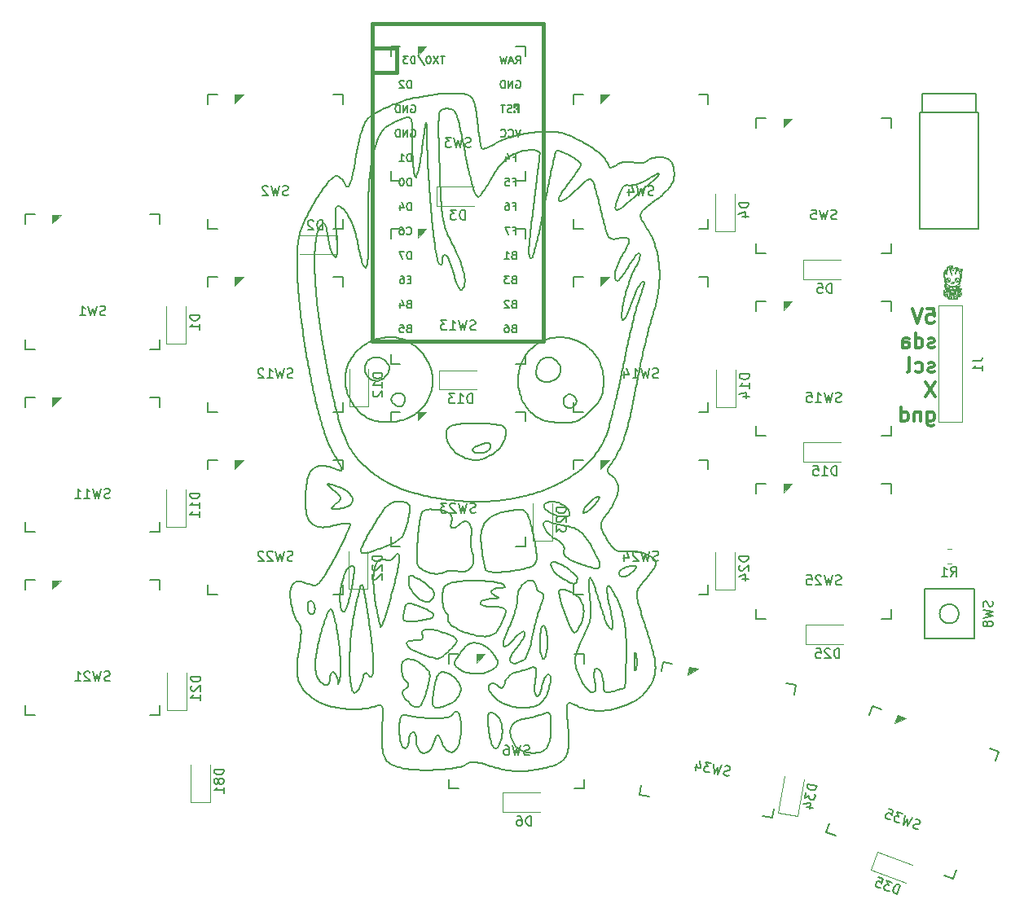
<source format=gbr>
%TF.GenerationSoftware,KiCad,Pcbnew,(5.1.10)-1*%
%TF.CreationDate,2021-11-02T14:23:06-07:00*%
%TF.ProjectId,bgkeeb,62676b65-6562-42e6-9b69-6361645f7063,rev?*%
%TF.SameCoordinates,Original*%
%TF.FileFunction,Legend,Bot*%
%TF.FilePolarity,Positive*%
%FSLAX46Y46*%
G04 Gerber Fmt 4.6, Leading zero omitted, Abs format (unit mm)*
G04 Created by KiCad (PCBNEW (5.1.10)-1) date 2021-11-02 14:23:06*
%MOMM*%
%LPD*%
G01*
G04 APERTURE LIST*
%ADD10C,0.200000*%
%ADD11C,0.050000*%
%ADD12C,0.300000*%
%ADD13C,0.150000*%
%ADD14C,0.120000*%
%ADD15C,0.100000*%
%ADD16C,0.381000*%
G04 APERTURE END LIST*
D10*
X116929053Y-49555764D02*
X117103965Y-49407634D01*
X117103965Y-49407634D02*
X117278316Y-49258902D01*
X117278316Y-49258902D02*
X117452116Y-49109576D01*
X117452116Y-49109576D02*
X117625375Y-48959664D01*
X117625375Y-48959664D02*
X117798105Y-48809176D01*
X117798105Y-48809176D02*
X117970314Y-48658120D01*
X117970314Y-48658120D02*
X118142015Y-48506505D01*
X118142015Y-48506505D02*
X118313216Y-48354340D01*
X118313216Y-48354340D02*
X118483929Y-48201633D01*
X118483929Y-48201633D02*
X118654163Y-48048394D01*
X118654163Y-48048394D02*
X118767393Y-47945944D01*
X90410713Y-65851304D02*
X90410713Y-65851304D01*
X115373633Y-50124204D02*
X115350523Y-50332714D01*
X115350523Y-50332714D02*
X115370093Y-50456104D01*
X115495092Y-50541724D02*
X115693147Y-50479359D01*
X115693147Y-50479359D02*
X115874486Y-50374433D01*
X115874486Y-50374433D02*
X115955513Y-50322364D01*
X116759473Y-47981624D02*
X116549280Y-47952760D01*
X116549280Y-47952760D02*
X116365933Y-47985184D01*
X119911353Y-46806384D02*
X119878433Y-46758184D01*
X116063433Y-48269864D02*
X115955422Y-48443821D01*
X115955422Y-48443821D02*
X115864237Y-48626653D01*
X115864237Y-48626653D02*
X115785478Y-48815747D01*
X115785478Y-48815747D02*
X115714744Y-49008491D01*
X115714744Y-49008491D02*
X115647636Y-49202271D01*
X115647636Y-49202271D02*
X115625313Y-49266644D01*
X119878433Y-46758184D02*
X119783853Y-46769784D01*
X115625313Y-49266644D02*
X115555697Y-49478687D01*
X115555697Y-49478687D02*
X115488853Y-49692071D01*
X115488853Y-49692071D02*
X115427318Y-49907131D01*
X115427318Y-49907131D02*
X115373633Y-50124204D01*
X117386973Y-47934324D02*
X117173347Y-47980426D01*
X117173347Y-47980426D02*
X116956439Y-48001068D01*
X116956439Y-48001068D02*
X116759473Y-47981624D01*
X115370093Y-50456104D02*
X115495092Y-50541724D01*
X115955513Y-50322364D02*
X116145012Y-50187997D01*
X116145012Y-50187997D02*
X116329797Y-50047232D01*
X116329797Y-50047232D02*
X116511218Y-49901935D01*
X116511218Y-49901935D02*
X116690629Y-49753971D01*
X116690629Y-49753971D02*
X116869381Y-49605207D01*
X116869381Y-49605207D02*
X116929053Y-49555764D01*
X118464893Y-47481005D02*
X118271815Y-47586028D01*
X118271815Y-47586028D02*
X118074314Y-47682712D01*
X118074314Y-47682712D02*
X117872619Y-47770244D01*
X117872619Y-47770244D02*
X117666958Y-47847810D01*
X117666958Y-47847810D02*
X117457562Y-47914597D01*
X117457562Y-47914597D02*
X117386973Y-47934324D01*
X119828433Y-46923264D02*
X119911353Y-46806384D01*
X118767393Y-47945944D02*
X118937062Y-47790179D01*
X118937062Y-47790179D02*
X119106077Y-47633732D01*
X119106077Y-47633732D02*
X119273904Y-47476049D01*
X119273904Y-47476049D02*
X119440008Y-47316580D01*
X119440008Y-47316580D02*
X119603855Y-47154773D01*
X119603855Y-47154773D02*
X119764911Y-46990075D01*
X119764911Y-46990075D02*
X119828433Y-46923264D01*
X116365933Y-47985184D02*
X116196008Y-48105444D01*
X116196008Y-48105444D02*
X116063433Y-48269864D01*
X119783853Y-46769784D02*
X119783853Y-46769784D01*
X119783853Y-46769784D02*
X119568033Y-46862222D01*
X119568033Y-46862222D02*
X119358049Y-46966017D01*
X119358049Y-46966017D02*
X119152380Y-47078145D01*
X119152380Y-47078145D02*
X118949503Y-47195582D01*
X118949503Y-47195582D02*
X118747899Y-47315306D01*
X118747899Y-47315306D02*
X118546045Y-47434293D01*
X118546045Y-47434293D02*
X118464893Y-47481005D01*
X108325733Y-65869224D02*
X108325733Y-65869224D01*
X92798633Y-69616104D02*
X92798633Y-69616104D01*
X90494473Y-65847764D02*
X90410713Y-65851304D01*
X92002593Y-63772984D02*
X92002593Y-63772984D01*
X110467392Y-72680484D02*
X110226834Y-72691451D01*
X110226834Y-72691451D02*
X109986124Y-72692619D01*
X109986124Y-72692619D02*
X109745413Y-72685293D01*
X109745413Y-72685293D02*
X109504856Y-72670780D01*
X109504856Y-72670780D02*
X109264603Y-72650386D01*
X109264603Y-72650386D02*
X109024808Y-72625419D01*
X109024808Y-72625419D02*
X108929053Y-72614444D01*
X91347593Y-66160064D02*
X91182120Y-66043015D01*
X91182120Y-66043015D02*
X91001878Y-65949882D01*
X91001878Y-65949882D02*
X90810281Y-65884601D01*
X90810281Y-65884601D02*
X90610744Y-65851112D01*
X90610744Y-65851112D02*
X90494473Y-65847764D01*
X113746973Y-66462564D02*
X113824848Y-66652152D01*
X113824848Y-66652152D02*
X113892548Y-66845156D01*
X113892548Y-66845156D02*
X113950445Y-67041135D01*
X113950445Y-67041135D02*
X113998910Y-67239647D01*
X113998910Y-67239647D02*
X114038316Y-67440251D01*
X114038316Y-67440251D02*
X114069034Y-67642508D01*
X114069034Y-67642508D02*
X114091435Y-67845976D01*
X114091435Y-67845976D02*
X114105892Y-68050214D01*
X114105892Y-68050214D02*
X114112777Y-68254782D01*
X114112777Y-68254782D02*
X114112460Y-68459239D01*
X114112460Y-68459239D02*
X114108433Y-68595264D01*
X91843853Y-66812344D02*
X91759480Y-66622863D01*
X91759480Y-66622863D02*
X91642515Y-66452071D01*
X91642515Y-66452071D02*
X91502153Y-66298345D01*
X91502153Y-66298345D02*
X91347593Y-66160064D01*
X90410713Y-65851304D02*
X90189114Y-65892096D01*
X90189114Y-65892096D02*
X89978535Y-65972515D01*
X89978535Y-65972515D02*
X89785023Y-66088516D01*
X89785023Y-66088516D02*
X89614622Y-66236058D01*
X89614622Y-66236058D02*
X89473378Y-66411096D01*
X89473378Y-66411096D02*
X89367338Y-66609586D01*
X89367338Y-66609586D02*
X89336133Y-66694644D01*
X93234053Y-69725064D02*
X93038169Y-69643018D01*
X93038169Y-69643018D02*
X92827088Y-69615616D01*
X92827088Y-69615616D02*
X92798633Y-69616104D01*
X92911133Y-70989444D02*
X93106081Y-70942831D01*
X93106081Y-70942831D02*
X93267037Y-70804806D01*
X93267037Y-70804806D02*
X93274273Y-70793184D01*
X102049673Y-74780264D02*
X102049673Y-74780264D01*
X108929053Y-72614444D02*
X108706118Y-72584740D01*
X108706118Y-72584740D02*
X108483596Y-72550248D01*
X108483596Y-72550248D02*
X108262252Y-72508858D01*
X108262252Y-72508858D02*
X108042853Y-72458459D01*
X108042853Y-72458459D02*
X107826166Y-72396944D01*
X107826166Y-72396944D02*
X107754673Y-72373604D01*
X87308853Y-68883604D02*
X87273308Y-68649429D01*
X87273308Y-68649429D02*
X87253360Y-68413492D01*
X87253360Y-68413492D02*
X87248369Y-68176655D01*
X87248369Y-68176655D02*
X87257697Y-67939783D01*
X87257697Y-67939783D02*
X87280703Y-67703737D01*
X87280703Y-67703737D02*
X87316747Y-67469380D01*
X87316747Y-67469380D02*
X87334673Y-67376304D01*
X108258853Y-68417764D02*
X108479358Y-68389658D01*
X108479358Y-68389658D02*
X108696616Y-68337487D01*
X108696616Y-68337487D02*
X108905533Y-68259553D01*
X108905533Y-68259553D02*
X109101019Y-68154159D01*
X109101019Y-68154159D02*
X109277981Y-68019607D01*
X109277981Y-68019607D02*
X109331973Y-67967984D01*
X105433633Y-69663404D02*
X105368990Y-69425773D01*
X105368990Y-69425773D02*
X105315719Y-69185103D01*
X105315719Y-69185103D02*
X105274052Y-68942025D01*
X105274052Y-68942025D02*
X105244219Y-68697169D01*
X105244219Y-68697169D02*
X105226453Y-68451166D01*
X105226453Y-68451166D02*
X105220985Y-68204645D01*
X105220985Y-68204645D02*
X105228048Y-67958238D01*
X105228048Y-67958238D02*
X105247873Y-67712575D01*
X105247873Y-67712575D02*
X105280691Y-67468286D01*
X105280691Y-67468286D02*
X105326735Y-67226001D01*
X105326735Y-67226001D02*
X105364893Y-67065904D01*
X108325713Y-65869224D02*
X108112797Y-65898605D01*
X108112797Y-65898605D02*
X107910593Y-65969686D01*
X107910593Y-65969686D02*
X107724935Y-66077630D01*
X107724935Y-66077630D02*
X107561658Y-66217599D01*
X107561658Y-66217599D02*
X107426595Y-66384758D01*
X107426595Y-66384758D02*
X107388853Y-66445684D01*
X92099053Y-70033804D02*
X92052089Y-70232259D01*
X92052089Y-70232259D02*
X92086317Y-70433877D01*
X92086317Y-70433877D02*
X92181133Y-70594224D01*
X87334673Y-67376304D02*
X87392102Y-67133015D01*
X87392102Y-67133015D02*
X87463855Y-66893538D01*
X87463855Y-66893538D02*
X87549606Y-66658694D01*
X87549606Y-66658694D02*
X87649030Y-66429306D01*
X87649030Y-66429306D02*
X87761804Y-66206197D01*
X87761804Y-66206197D02*
X87887602Y-65990188D01*
X87887602Y-65990188D02*
X88026099Y-65782103D01*
X88026099Y-65782103D02*
X88176973Y-65582764D01*
X106368853Y-65201724D02*
X106539576Y-65020564D01*
X106539576Y-65020564D02*
X106720720Y-64849734D01*
X106720720Y-64849734D02*
X106911670Y-64689934D01*
X106911670Y-64689934D02*
X107111810Y-64541864D01*
X107111810Y-64541864D02*
X107320526Y-64406225D01*
X107320526Y-64406225D02*
X107537202Y-64283718D01*
X107537202Y-64283718D02*
X107761222Y-64175044D01*
X107761222Y-64175044D02*
X107991973Y-64080904D01*
X90823013Y-72544844D02*
X90592205Y-72506821D01*
X90592205Y-72506821D02*
X90362764Y-72458366D01*
X90362764Y-72458366D02*
X90136301Y-72397715D01*
X90136301Y-72397715D02*
X89914429Y-72323103D01*
X89914429Y-72323103D02*
X89698759Y-72232768D01*
X89698759Y-72232768D02*
X89490905Y-72124945D01*
X89490905Y-72124945D02*
X89410313Y-72076524D01*
X107388853Y-66445684D02*
X107287180Y-66632444D01*
X107287180Y-66632444D02*
X107207867Y-66830183D01*
X107207867Y-66830183D02*
X107151973Y-67035901D01*
X107151973Y-67035901D02*
X107120556Y-67246599D01*
X107120556Y-67246599D02*
X107114673Y-67459277D01*
X107114673Y-67459277D02*
X107135385Y-67670937D01*
X107135385Y-67670937D02*
X107151353Y-67754644D01*
X92798633Y-69616104D02*
X92590922Y-69654797D01*
X92590922Y-69654797D02*
X92395960Y-69738629D01*
X92395960Y-69738629D02*
X92227439Y-69865623D01*
X92227439Y-69865623D02*
X92099053Y-70033804D01*
X109981973Y-70238184D02*
X109960692Y-70460566D01*
X109960692Y-70460566D02*
X109999260Y-70681331D01*
X109999260Y-70681331D02*
X110096579Y-70881512D01*
X110096579Y-70881512D02*
X110251553Y-71042144D01*
X107991973Y-64080904D02*
X108190799Y-64010614D01*
X108190799Y-64010614D02*
X108392751Y-63949836D01*
X108392751Y-63949836D02*
X108597360Y-63898706D01*
X108597360Y-63898706D02*
X108804158Y-63857361D01*
X108804158Y-63857361D02*
X109012674Y-63825938D01*
X109012674Y-63825938D02*
X109222441Y-63804573D01*
X109222441Y-63804573D02*
X109432990Y-63793402D01*
X109432990Y-63793402D02*
X109643853Y-63792564D01*
X88176973Y-65582764D02*
X88324341Y-65406309D01*
X88324341Y-65406309D02*
X88480014Y-65237174D01*
X88480014Y-65237174D02*
X88643597Y-65075702D01*
X88643597Y-65075702D02*
X88814691Y-64922235D01*
X88814691Y-64922235D02*
X88992901Y-64777117D01*
X88992901Y-64777117D02*
X89177830Y-64640690D01*
X89177830Y-64640690D02*
X89369081Y-64513297D01*
X89369081Y-64513297D02*
X89566258Y-64395281D01*
X89566258Y-64395281D02*
X89768962Y-64286985D01*
X89768962Y-64286985D02*
X89976799Y-64188752D01*
X89976799Y-64188752D02*
X90118013Y-64129024D01*
X106475093Y-71503604D02*
X106340081Y-71355664D01*
X106340081Y-71355664D02*
X106212690Y-71201356D01*
X106212690Y-71201356D02*
X106092958Y-71041124D01*
X106092958Y-71041124D02*
X105980924Y-70875412D01*
X105980924Y-70875412D02*
X105876627Y-70704664D01*
X105876627Y-70704664D02*
X105780106Y-70529324D01*
X105780106Y-70529324D02*
X105691399Y-70349837D01*
X105691399Y-70349837D02*
X105610547Y-70166645D01*
X105610547Y-70166645D02*
X105537587Y-69980194D01*
X105537587Y-69980194D02*
X105472559Y-69790927D01*
X105472559Y-69790927D02*
X105433633Y-69663404D01*
X110752173Y-71119024D02*
X110930400Y-71021867D01*
X110930400Y-71021867D02*
X111087634Y-70892499D01*
X111087634Y-70892499D02*
X111210885Y-70732035D01*
X111210885Y-70732035D02*
X111259893Y-70629864D01*
X112399473Y-64745684D02*
X112559332Y-64876499D01*
X112559332Y-64876499D02*
X112713342Y-65014345D01*
X112713342Y-65014345D02*
X112861128Y-65158947D01*
X112861128Y-65158947D02*
X113002310Y-65310028D01*
X113002310Y-65310028D02*
X113136514Y-65467315D01*
X113136514Y-65467315D02*
X113263361Y-65630533D01*
X113263361Y-65630533D02*
X113382475Y-65799408D01*
X113382475Y-65799408D02*
X113493479Y-65973663D01*
X113493479Y-65973663D02*
X113595995Y-66153025D01*
X113595995Y-66153025D02*
X113689648Y-66337219D01*
X113689648Y-66337219D02*
X113746973Y-66462564D01*
X92002593Y-63772984D02*
X92241785Y-63785536D01*
X92241785Y-63785536D02*
X92479982Y-63811637D01*
X92479982Y-63811637D02*
X92716366Y-63851180D01*
X92716366Y-63851180D02*
X92950117Y-63904056D01*
X92950117Y-63904056D02*
X93180417Y-63970160D01*
X93180417Y-63970160D02*
X93406447Y-64049385D01*
X93406447Y-64049385D02*
X93627387Y-64141624D01*
X93627387Y-64141624D02*
X93842420Y-64246769D01*
X93842420Y-64246769D02*
X94050727Y-64364714D01*
X94050727Y-64364714D02*
X94251488Y-64495352D01*
X94251488Y-64495352D02*
X94380733Y-64589444D01*
X107151353Y-67754644D02*
X107215358Y-67951302D01*
X107215358Y-67951302D02*
X107323447Y-68125093D01*
X107323447Y-68125093D02*
X107395093Y-68188404D01*
X95670313Y-65983404D02*
X95791650Y-66189760D01*
X95791650Y-66189760D02*
X95902353Y-66402358D01*
X95902353Y-66402358D02*
X96001961Y-66620562D01*
X96001961Y-66620562D02*
X96090012Y-66843734D01*
X96090012Y-66843734D02*
X96166044Y-67071239D01*
X96166044Y-67071239D02*
X96229596Y-67302438D01*
X96229596Y-67302438D02*
X96280206Y-67536697D01*
X96280206Y-67536697D02*
X96317412Y-67773377D01*
X96317412Y-67773377D02*
X96340754Y-68011843D01*
X96340754Y-68011843D02*
X96349769Y-68251457D01*
X96349769Y-68251457D02*
X96347593Y-68411524D01*
X109070933Y-66105684D02*
X108878092Y-65992965D01*
X108878092Y-65992965D02*
X108669264Y-65914093D01*
X108669264Y-65914093D02*
X108450004Y-65873544D01*
X108450004Y-65873544D02*
X108325733Y-65869224D01*
X113830713Y-70068604D02*
X113731635Y-70255061D01*
X113731635Y-70255061D02*
X113620264Y-70433485D01*
X113620264Y-70433485D02*
X113498370Y-70604808D01*
X113498370Y-70604808D02*
X113367723Y-70769964D01*
X113367723Y-70769964D02*
X113230093Y-70929884D01*
X113230093Y-70929884D02*
X113087251Y-71085502D01*
X113087251Y-71085502D02*
X112940967Y-71237751D01*
X112940967Y-71237751D02*
X112793013Y-71387564D01*
X109643853Y-63792564D02*
X109643853Y-63792564D01*
X111566973Y-72376304D02*
X111372673Y-72469852D01*
X111372673Y-72469852D02*
X111171339Y-72546722D01*
X111171339Y-72546722D02*
X110964371Y-72606757D01*
X110964371Y-72606757D02*
X110753167Y-72649799D01*
X110753167Y-72649799D02*
X110539127Y-72675691D01*
X110539127Y-72675691D02*
X110467392Y-72680484D01*
X114108433Y-68595264D02*
X114098187Y-68830371D01*
X114098187Y-68830371D02*
X114080498Y-69066048D01*
X114080498Y-69066048D02*
X114052069Y-69300669D01*
X114052069Y-69300669D02*
X114009606Y-69532609D01*
X114009606Y-69532609D02*
X113949813Y-69760244D01*
X113949813Y-69760244D02*
X113869394Y-69981947D01*
X113869394Y-69981947D02*
X113830713Y-70068604D01*
X94380733Y-64589444D02*
X94569072Y-64736186D01*
X94569072Y-64736186D02*
X94750296Y-64891616D01*
X94750296Y-64891616D02*
X94924085Y-65055320D01*
X94924085Y-65055320D02*
X95090120Y-65226881D01*
X95090120Y-65226881D02*
X95248080Y-65405885D01*
X95248080Y-65405885D02*
X95397645Y-65591917D01*
X95397645Y-65591917D02*
X95538496Y-65784561D01*
X95538496Y-65784561D02*
X95670313Y-65983404D01*
X93274273Y-70793184D02*
X93381144Y-70603811D01*
X93381144Y-70603811D02*
X93449885Y-70396883D01*
X93449885Y-70396883D02*
X93470727Y-70181052D01*
X93470727Y-70181052D02*
X93458013Y-70060484D01*
X89336133Y-66694644D02*
X89295007Y-66911777D01*
X89295007Y-66911777D02*
X89290126Y-67133227D01*
X89290126Y-67133227D02*
X89323700Y-67351469D01*
X89323700Y-67351469D02*
X89397940Y-67558980D01*
X89397940Y-67558980D02*
X89459473Y-67669844D01*
X95653213Y-70641524D02*
X95502952Y-70851973D01*
X95502952Y-70851973D02*
X95339808Y-71052336D01*
X95339808Y-71052336D02*
X95164587Y-71242128D01*
X95164587Y-71242128D02*
X94978096Y-71420867D01*
X94978096Y-71420867D02*
X94781142Y-71588068D01*
X94781142Y-71588068D02*
X94574530Y-71743246D01*
X94574530Y-71743246D02*
X94359068Y-71885917D01*
X94359068Y-71885917D02*
X94135562Y-72015599D01*
X94135562Y-72015599D02*
X93904818Y-72131805D01*
X93904818Y-72131805D02*
X93667643Y-72234052D01*
X93667643Y-72234052D02*
X93506353Y-72294224D01*
X109331973Y-67967984D02*
X109472169Y-67796633D01*
X109472169Y-67796633D02*
X109579461Y-67602229D01*
X109579461Y-67602229D02*
X109647387Y-67391744D01*
X109647387Y-67391744D02*
X109669486Y-67172151D01*
X109669486Y-67172151D02*
X109659053Y-67045264D01*
X107395093Y-68188404D02*
X107563547Y-68297007D01*
X107563547Y-68297007D02*
X107776189Y-68379114D01*
X107776189Y-68379114D02*
X107972984Y-68416399D01*
X107972984Y-68416399D02*
X108173382Y-68423485D01*
X108173382Y-68423485D02*
X108258853Y-68417764D01*
X91038853Y-68191944D02*
X91223872Y-68068942D01*
X91223872Y-68068942D02*
X91390977Y-67923037D01*
X91390977Y-67923037D02*
X91539342Y-67757687D01*
X91539342Y-67757687D02*
X91668141Y-67576352D01*
X91668141Y-67576352D02*
X91776550Y-67382490D01*
X91776550Y-67382490D02*
X91808013Y-67315684D01*
X90263433Y-68299844D02*
X90461612Y-68327987D01*
X90461612Y-68327987D02*
X90661845Y-68320271D01*
X90661845Y-68320271D02*
X90880342Y-68267072D01*
X90880342Y-68267072D02*
X91038853Y-68191944D01*
X92181133Y-70594224D02*
X92326864Y-70751514D01*
X92326864Y-70751514D02*
X92501523Y-70877221D01*
X92501523Y-70877221D02*
X92698486Y-70960234D01*
X92698486Y-70960234D02*
X92911133Y-70989444D01*
X96347593Y-68411524D02*
X96336030Y-68632976D01*
X96336030Y-68632976D02*
X96313409Y-68853703D01*
X96313409Y-68853703D02*
X96279723Y-69073069D01*
X96279723Y-69073069D02*
X96234967Y-69290437D01*
X96234967Y-69290437D02*
X96179134Y-69505171D01*
X96179134Y-69505171D02*
X96112217Y-69716634D01*
X96112217Y-69716634D02*
X96034211Y-69924191D01*
X96034211Y-69924191D02*
X95945110Y-70127205D01*
X95945110Y-70127205D02*
X95844906Y-70325039D01*
X95844906Y-70325039D02*
X95733595Y-70517057D01*
X95733595Y-70517057D02*
X95653213Y-70641524D01*
X110494273Y-69707144D02*
X110494273Y-69707144D01*
X111259893Y-70629864D02*
X111301250Y-70426830D01*
X111301250Y-70426830D02*
X111280929Y-70220814D01*
X111280929Y-70220814D02*
X111193279Y-70034589D01*
X111193279Y-70034589D02*
X111167173Y-70001724D01*
X89459473Y-67669844D02*
X89592468Y-67855796D01*
X89592468Y-67855796D02*
X89751308Y-68021655D01*
X89751308Y-68021655D02*
X89933849Y-68159410D01*
X89933849Y-68159410D02*
X90137949Y-68261055D01*
X90137949Y-68261055D02*
X90263433Y-68299844D01*
X93458013Y-70060484D02*
X93383150Y-69866756D01*
X93383150Y-69866756D02*
X93234053Y-69725064D01*
X93506353Y-72294224D02*
X93263785Y-72373409D01*
X93263785Y-72373409D02*
X93017841Y-72440474D01*
X93017841Y-72440474D02*
X92769046Y-72495626D01*
X92769046Y-72495626D02*
X92517924Y-72539072D01*
X92517924Y-72539072D02*
X92264998Y-72571019D01*
X92264998Y-72571019D02*
X92010795Y-72591674D01*
X92010795Y-72591674D02*
X91755837Y-72601244D01*
X91755837Y-72601244D02*
X91500649Y-72599937D01*
X91500649Y-72599937D02*
X91245756Y-72587958D01*
X91245756Y-72587958D02*
X90991682Y-72565516D01*
X90991682Y-72565516D02*
X90823013Y-72544844D01*
X90118013Y-64129024D02*
X90343656Y-64043413D01*
X90343656Y-64043413D02*
X90573201Y-63968854D01*
X90573201Y-63968854D02*
X90806116Y-63905693D01*
X90806116Y-63905693D02*
X91041868Y-63854276D01*
X91041868Y-63854276D02*
X91279923Y-63814950D01*
X91279923Y-63814950D02*
X91519751Y-63788061D01*
X91519751Y-63788061D02*
X91760818Y-63773957D01*
X91760818Y-63773957D02*
X92002593Y-63772984D01*
X112793013Y-71387564D02*
X112616779Y-71560099D01*
X112616779Y-71560099D02*
X112436936Y-71729706D01*
X112436936Y-71729706D02*
X112252072Y-71893824D01*
X112252072Y-71893824D02*
X112060776Y-72049893D01*
X112060776Y-72049893D02*
X111861635Y-72195354D01*
X111861635Y-72195354D02*
X111653239Y-72327647D01*
X111653239Y-72327647D02*
X111566973Y-72376304D01*
X88011973Y-70641524D02*
X87889669Y-70437342D01*
X87889669Y-70437342D02*
X87776099Y-70228007D01*
X87776099Y-70228007D02*
X87671812Y-70013873D01*
X87671812Y-70013873D02*
X87577358Y-69795294D01*
X87577358Y-69795294D02*
X87493285Y-69572623D01*
X87493285Y-69572623D02*
X87420144Y-69346215D01*
X87420144Y-69346215D02*
X87358483Y-69116424D01*
X87358483Y-69116424D02*
X87308853Y-68883604D01*
X111167173Y-70001724D02*
X111013237Y-69849327D01*
X111013237Y-69849327D02*
X110825029Y-69742461D01*
X110825029Y-69742461D02*
X110615340Y-69698284D01*
X110615340Y-69698284D02*
X110494273Y-69707144D01*
X107754673Y-72373604D02*
X107529818Y-72279432D01*
X107529818Y-72279432D02*
X107313824Y-72167084D01*
X107313824Y-72167084D02*
X107106941Y-72038406D01*
X107106941Y-72038406D02*
X106909422Y-71895244D01*
X106909422Y-71895244D02*
X106721520Y-71739443D01*
X106721520Y-71739443D02*
X106543486Y-71572850D01*
X106543486Y-71572850D02*
X106475093Y-71503604D01*
X110251553Y-71042144D02*
X110445349Y-71133086D01*
X110445349Y-71133086D02*
X110657244Y-71147659D01*
X110657244Y-71147659D02*
X110752173Y-71119024D01*
X91808013Y-67315684D02*
X91868748Y-67114494D01*
X91868748Y-67114494D02*
X91869878Y-66905988D01*
X91869878Y-66905988D02*
X91843853Y-66812344D01*
X89410313Y-72076524D02*
X89199005Y-71937555D01*
X89199005Y-71937555D02*
X88998077Y-71784597D01*
X88998077Y-71784597D02*
X88807555Y-71618870D01*
X88807555Y-71618870D02*
X88627465Y-71441599D01*
X88627465Y-71441599D02*
X88457835Y-71254005D01*
X88457835Y-71254005D02*
X88298692Y-71057313D01*
X88298692Y-71057313D02*
X88150062Y-70852745D01*
X88150062Y-70852745D02*
X88011973Y-70641524D01*
X109659053Y-67045264D02*
X109612667Y-66836567D01*
X109612667Y-66836567D02*
X109533721Y-66638059D01*
X109533721Y-66638059D02*
X109424981Y-66454080D01*
X109424981Y-66454080D02*
X109289214Y-66288971D01*
X109289214Y-66288971D02*
X109129187Y-66147074D01*
X109129187Y-66147074D02*
X109070933Y-66105684D01*
X105364893Y-67065904D02*
X105420532Y-66873516D01*
X105420532Y-66873516D02*
X105484478Y-66683682D01*
X105484478Y-66683682D02*
X105556611Y-66496781D01*
X105556611Y-66496781D02*
X105636812Y-66313190D01*
X105636812Y-66313190D02*
X105724961Y-66133287D01*
X105724961Y-66133287D02*
X105820940Y-65957449D01*
X105820940Y-65957449D02*
X105924628Y-65786054D01*
X105924628Y-65786054D02*
X106035907Y-65619480D01*
X106035907Y-65619480D02*
X106154657Y-65458104D01*
X106154657Y-65458104D02*
X106280759Y-65302305D01*
X106280759Y-65302305D02*
X106368853Y-65201724D01*
X110494273Y-69707144D02*
X110292778Y-69790528D01*
X110292778Y-69790528D02*
X110128673Y-69934381D01*
X110128673Y-69934381D02*
X110016499Y-70121655D01*
X110016499Y-70121655D02*
X109981973Y-70238184D01*
X102315713Y-74826724D02*
X102117760Y-74779994D01*
X102117760Y-74779994D02*
X102049673Y-74780264D01*
X101920313Y-75674445D02*
X102099622Y-75572326D01*
X102099622Y-75572326D02*
X102238013Y-75420064D01*
X106349273Y-44329164D02*
X106135950Y-44350323D01*
X106135950Y-44350323D02*
X105923592Y-44381750D01*
X105923592Y-44381750D02*
X105712889Y-44423545D01*
X105712889Y-44423545D02*
X105504532Y-44475810D01*
X105504532Y-44475810D02*
X105299210Y-44538646D01*
X105299210Y-44538646D02*
X105097612Y-44612155D01*
X105097612Y-44612155D02*
X104900430Y-44696438D01*
X104900430Y-44696438D02*
X104708353Y-44791595D01*
X104708353Y-44791595D02*
X104522071Y-44897728D01*
X104522071Y-44897728D02*
X104342274Y-45014939D01*
X104342274Y-45014939D02*
X104226353Y-45099284D01*
X100758433Y-75763604D02*
X100976349Y-75809299D01*
X100976349Y-75809299D02*
X101197999Y-75823378D01*
X101197999Y-75823378D02*
X101419996Y-75808370D01*
X101419996Y-75808370D02*
X101638953Y-75766805D01*
X101638953Y-75766805D02*
X101851483Y-75701211D01*
X101851483Y-75701211D02*
X101920313Y-75674445D01*
X100879053Y-75122984D02*
X100693847Y-75231332D01*
X100693847Y-75231332D02*
X100540625Y-75378265D01*
X100540625Y-75378265D02*
X100509473Y-75431724D01*
X102049673Y-74780264D02*
X101820827Y-74805884D01*
X101820827Y-74805884D02*
X101595530Y-74852048D01*
X101595530Y-74852048D02*
X101374473Y-74916318D01*
X101374473Y-74916318D02*
X101158349Y-74996252D01*
X101158349Y-74996252D02*
X100947849Y-75089413D01*
X100947849Y-75089413D02*
X100879053Y-75122984D01*
X98831973Y-75837764D02*
X98665374Y-75696156D01*
X98665374Y-75696156D02*
X98508359Y-75543479D01*
X98508359Y-75543479D02*
X98362057Y-75380379D01*
X98362057Y-75380379D02*
X98227595Y-75207509D01*
X98227595Y-75207509D02*
X98106101Y-75025516D01*
X98106101Y-75025516D02*
X97998704Y-74835051D01*
X97998704Y-74835051D02*
X97906532Y-74636764D01*
X97906532Y-74636764D02*
X97830713Y-74431304D01*
X106604473Y-52092764D02*
X106632586Y-51852871D01*
X106632586Y-51852871D02*
X106661043Y-51613031D01*
X106661043Y-51613031D02*
X106689802Y-51373238D01*
X106689802Y-51373238D02*
X106718828Y-51133485D01*
X106718828Y-51133485D02*
X106748080Y-50893767D01*
X106748080Y-50893767D02*
X106777521Y-50654078D01*
X106777521Y-50654078D02*
X106807112Y-50414410D01*
X106807112Y-50414410D02*
X106836815Y-50174759D01*
X106836815Y-50174759D02*
X106866591Y-49935117D01*
X106866591Y-49935117D02*
X106896402Y-49695479D01*
X106896402Y-49695479D02*
X106926210Y-49455838D01*
X106926210Y-49455838D02*
X106955976Y-49216189D01*
X106955976Y-49216189D02*
X106985662Y-48976525D01*
X106985662Y-48976525D02*
X107015228Y-48736840D01*
X107015228Y-48736840D02*
X107044638Y-48497129D01*
X107044638Y-48497129D02*
X107073853Y-48257384D01*
X103934473Y-73487344D02*
X103958494Y-73707996D01*
X103958494Y-73707996D02*
X103949193Y-73928643D01*
X103949193Y-73928643D02*
X103911086Y-74146861D01*
X103911086Y-74146861D02*
X103848688Y-74360228D01*
X103848688Y-74360228D02*
X103766517Y-74566321D01*
X103766517Y-74566321D02*
X103735513Y-74632984D01*
X110243433Y-44702184D02*
X110052099Y-44614506D01*
X110052099Y-44614506D02*
X109857625Y-44533521D01*
X109857625Y-44533521D02*
X109659285Y-44463242D01*
X109659285Y-44463242D02*
X109456353Y-44407684D01*
X97759273Y-40012784D02*
X97759273Y-40012784D01*
X85404473Y-79018184D02*
X85404473Y-79018184D01*
X111746353Y-45905084D02*
X111725733Y-45701624D01*
X107073853Y-48257384D02*
X107099257Y-48049394D01*
X107099257Y-48049394D02*
X107124602Y-47841384D01*
X107124602Y-47841384D02*
X107149874Y-47633353D01*
X107149874Y-47633353D02*
X107175055Y-47425300D01*
X107175055Y-47425300D02*
X107200132Y-47217227D01*
X107200132Y-47217227D02*
X107225089Y-47009133D01*
X107225089Y-47009133D02*
X107249910Y-46801019D01*
X107249910Y-46801019D02*
X107274580Y-46592884D01*
X107274580Y-46592884D02*
X107299084Y-46384728D01*
X107299084Y-46384728D02*
X107323407Y-46176551D01*
X107323407Y-46176551D02*
X107347532Y-45968354D01*
X107347532Y-45968354D02*
X107371446Y-45760137D01*
X107371446Y-45760137D02*
X107395132Y-45551899D01*
X107395132Y-45551899D02*
X107418575Y-45343641D01*
X107418575Y-45343641D02*
X107441761Y-45135362D01*
X107441761Y-45135362D02*
X107464673Y-44927064D01*
X97813633Y-73500684D02*
X97911921Y-73313025D01*
X97911921Y-73313025D02*
X98052427Y-73155009D01*
X98052427Y-73155009D02*
X98224505Y-73031753D01*
X98224505Y-73031753D02*
X98261773Y-73011724D01*
X97830713Y-74431304D02*
X97778726Y-74230974D01*
X97778726Y-74230974D02*
X97749901Y-74025195D01*
X97749901Y-74025195D02*
X97748740Y-73818206D01*
X97748740Y-73818206D02*
X97779743Y-73614243D01*
X97779743Y-73614243D02*
X97813633Y-73500684D01*
X101724892Y-48469744D02*
X101595916Y-48651994D01*
X101595916Y-48651994D02*
X101462000Y-48830721D01*
X101462000Y-48830721D02*
X101319215Y-49002079D01*
X101319215Y-49002079D02*
X101163633Y-49162224D01*
X107480733Y-44629004D02*
X107363351Y-44463467D01*
X107363351Y-44463467D02*
X107336133Y-44450524D01*
X109216353Y-44419285D02*
X109144053Y-44552244D01*
X104226353Y-45099284D02*
X104038721Y-45246811D01*
X104038721Y-45246811D02*
X103858805Y-45402885D01*
X103858805Y-45402885D02*
X103686442Y-45566923D01*
X103686442Y-45566923D02*
X103521470Y-45738342D01*
X103521470Y-45738342D02*
X103363729Y-45916560D01*
X103363729Y-45916560D02*
X103213056Y-46100995D01*
X103213056Y-46100995D02*
X103069291Y-46291064D01*
X103069291Y-46291064D02*
X102932271Y-46486186D01*
X102932271Y-46486186D02*
X102801834Y-46685778D01*
X102801834Y-46685778D02*
X102677820Y-46889258D01*
X102677820Y-46889258D02*
X102598633Y-47026784D01*
X107336133Y-44450524D02*
X107130422Y-44370845D01*
X107130422Y-44370845D02*
X106915351Y-44329183D01*
X106915351Y-44329183D02*
X106695200Y-44315899D01*
X106695200Y-44315899D02*
X106474246Y-44321348D01*
X106474246Y-44321348D02*
X106349273Y-44329164D01*
X107464673Y-44927064D02*
X107484835Y-44721678D01*
X107484835Y-44721678D02*
X107480733Y-44629004D01*
X100197173Y-76486524D02*
X99967563Y-76424587D01*
X99967563Y-76424587D02*
X99742087Y-76348257D01*
X99742087Y-76348257D02*
X99522041Y-76257389D01*
X99522041Y-76257389D02*
X99308723Y-76151840D01*
X99308723Y-76151840D02*
X99103430Y-76031466D01*
X99103430Y-76031466D02*
X98907460Y-75896124D01*
X98907460Y-75896124D02*
X98831973Y-75837764D01*
X103735513Y-74632984D02*
X103619063Y-74859211D01*
X103619063Y-74859211D02*
X103484527Y-75075504D01*
X103484527Y-75075504D02*
X103332803Y-75280151D01*
X103332803Y-75280151D02*
X103164790Y-75471441D01*
X103164790Y-75471441D02*
X102981386Y-75647662D01*
X102981386Y-75647662D02*
X102783490Y-75807104D01*
X102783490Y-75807104D02*
X102571999Y-75948055D01*
X102571999Y-75948055D02*
X102347813Y-76068804D01*
X109467173Y-49518284D02*
X109493906Y-49316698D01*
X109493906Y-49316698D02*
X109571584Y-49125514D01*
X109571584Y-49125514D02*
X109611773Y-49039984D01*
X108216133Y-48830264D02*
X108177573Y-49031347D01*
X108177573Y-49031347D02*
X108139201Y-49232509D01*
X108139201Y-49232509D02*
X108100962Y-49433730D01*
X108100962Y-49433730D02*
X108062801Y-49634990D01*
X108062801Y-49634990D02*
X108024664Y-49836271D01*
X108024664Y-49836271D02*
X107986496Y-50037553D01*
X107986496Y-50037553D02*
X107948241Y-50238816D01*
X107948241Y-50238816D02*
X107909846Y-50440040D01*
X107909846Y-50440040D02*
X107871255Y-50641207D01*
X107871255Y-50641207D02*
X107832413Y-50842296D01*
X107832413Y-50842296D02*
X107806353Y-50976304D01*
X100957593Y-72719844D02*
X101171698Y-72724357D01*
X101171698Y-72724357D02*
X101385877Y-72730225D01*
X101385877Y-72730225D02*
X101600047Y-72737901D01*
X101600047Y-72737901D02*
X101814126Y-72747841D01*
X101814126Y-72747841D02*
X102028034Y-72760497D01*
X102028034Y-72760497D02*
X102241690Y-72776326D01*
X102241690Y-72776326D02*
X102455011Y-72795780D01*
X102455011Y-72795780D02*
X102667916Y-72819316D01*
X102667916Y-72819316D02*
X102880324Y-72847387D01*
X102880324Y-72847387D02*
X103092154Y-72880447D01*
X103092154Y-72880447D02*
X103233013Y-72905484D01*
X100620313Y-48371584D02*
X100558998Y-48179157D01*
X100558998Y-48179157D02*
X100500408Y-47985918D01*
X100500408Y-47985918D02*
X100444299Y-47791951D01*
X100444299Y-47791951D02*
X100390428Y-47597340D01*
X100390428Y-47597340D02*
X100338551Y-47402170D01*
X100338551Y-47402170D02*
X100288426Y-47206525D01*
X100288426Y-47206525D02*
X100239808Y-47010488D01*
X100239808Y-47010488D02*
X100192455Y-46814145D01*
X100192455Y-46814145D02*
X100146124Y-46617579D01*
X100146124Y-46617579D02*
X100100570Y-46420875D01*
X100100570Y-46420875D02*
X100070513Y-46289704D01*
X98978233Y-41115745D02*
X98920021Y-40923997D01*
X98920021Y-40923997D02*
X98853672Y-40734559D01*
X98853672Y-40734559D02*
X98774399Y-40550180D01*
X98774399Y-40550180D02*
X98723013Y-40450944D01*
X103748013Y-73076724D02*
X103868708Y-73251551D01*
X103868708Y-73251551D02*
X103925091Y-73445777D01*
X103925091Y-73445777D02*
X103934473Y-73487344D01*
X102598633Y-47026784D02*
X102495850Y-47210998D01*
X102495850Y-47210998D02*
X102392062Y-47394680D01*
X102392062Y-47394680D02*
X102286854Y-47577545D01*
X102286854Y-47577545D02*
X102179807Y-47759311D01*
X102179807Y-47759311D02*
X102070505Y-47939697D01*
X102070505Y-47939697D02*
X101958530Y-48118419D01*
X101958530Y-48118419D02*
X101843464Y-48295196D01*
X101843464Y-48295196D02*
X101724892Y-48469744D01*
X110675313Y-47514924D02*
X110801673Y-47349040D01*
X110801673Y-47349040D02*
X110926199Y-47181828D01*
X110926199Y-47181828D02*
X111048794Y-47013265D01*
X111048794Y-47013265D02*
X111169363Y-46843332D01*
X111169363Y-46843332D02*
X111287810Y-46672009D01*
X111287810Y-46672009D02*
X111404042Y-46499276D01*
X111404042Y-46499276D02*
X111449893Y-46429784D01*
X99409273Y-43001324D02*
X99361211Y-42764418D01*
X99361211Y-42764418D02*
X99312360Y-42527627D01*
X99312360Y-42527627D02*
X99262284Y-42291066D01*
X99262284Y-42291066D02*
X99210545Y-42054851D01*
X99210545Y-42054851D02*
X99156707Y-41819096D01*
X99156707Y-41819096D02*
X99100333Y-41583917D01*
X99100333Y-41583917D02*
X99040987Y-41349428D01*
X99040987Y-41349428D02*
X98978233Y-41115745D01*
X98723013Y-40450944D02*
X98605189Y-40273164D01*
X98605189Y-40273164D02*
X98450495Y-40128049D01*
X98450495Y-40128049D02*
X98322393Y-40066324D01*
X106374273Y-54420904D02*
X106389181Y-54202122D01*
X106389181Y-54202122D02*
X106406199Y-53983474D01*
X106406199Y-53983474D02*
X106425074Y-53764952D01*
X106425074Y-53764952D02*
X106445554Y-53546544D01*
X106445554Y-53546544D02*
X106467386Y-53328243D01*
X106467386Y-53328243D02*
X106490318Y-53110040D01*
X106490318Y-53110040D02*
X106514098Y-52891923D01*
X106514098Y-52891923D02*
X106538475Y-52673885D01*
X106538475Y-52673885D02*
X106563194Y-52455917D01*
X106563194Y-52455917D02*
X106588006Y-52238008D01*
X106588006Y-52238008D02*
X106604473Y-52092764D01*
X101163633Y-49162224D02*
X101069892Y-49198804D01*
X109611773Y-49039984D02*
X109723322Y-48835584D01*
X109723322Y-48835584D02*
X109844593Y-48637294D01*
X109844593Y-48637294D02*
X109973780Y-48444026D01*
X109973780Y-48444026D02*
X110109080Y-48254691D01*
X110109080Y-48254691D02*
X110248688Y-48068202D01*
X110248688Y-48068202D02*
X110390798Y-47883470D01*
X110390798Y-47883470D02*
X110533608Y-47699406D01*
X110533608Y-47699406D02*
X110675313Y-47514924D01*
X106624893Y-55564024D02*
X106499053Y-55531944D01*
X111417813Y-45405345D02*
X111245447Y-45277817D01*
X111245447Y-45277817D02*
X111067762Y-45158147D01*
X111067762Y-45158147D02*
X110885574Y-45045437D01*
X110885574Y-45045437D02*
X110699698Y-44938789D01*
X110699698Y-44938789D02*
X110510951Y-44837302D01*
X110510951Y-44837302D02*
X110320147Y-44740080D01*
X110320147Y-44740080D02*
X110243433Y-44702184D01*
X106384052Y-55281104D02*
X106360901Y-55066921D01*
X106360901Y-55066921D02*
X106356347Y-54851701D01*
X106356347Y-54851701D02*
X106363201Y-54636133D01*
X106363201Y-54636133D02*
X106374273Y-54420904D01*
X106499053Y-55531944D02*
X106400120Y-55349595D01*
X106400120Y-55349595D02*
X106384052Y-55281104D01*
X106723013Y-55461524D02*
X106624893Y-55564024D01*
X107029273Y-54488804D02*
X106970909Y-54704208D01*
X106970909Y-54704208D02*
X106911379Y-54919514D01*
X106911379Y-54919514D02*
X106846405Y-55133123D01*
X106846405Y-55133123D02*
X106771708Y-55343438D01*
X106771708Y-55343438D02*
X106723013Y-55461524D01*
X108845093Y-45756064D02*
X108781964Y-46043526D01*
X108781964Y-46043526D02*
X108720003Y-46331167D01*
X108720003Y-46331167D02*
X108659104Y-46618979D01*
X108659104Y-46618979D02*
X108599161Y-46906953D01*
X108599161Y-46906953D02*
X108540067Y-47195079D01*
X108540067Y-47195079D02*
X108481717Y-47483349D01*
X108481717Y-47483349D02*
X108424005Y-47771756D01*
X108424005Y-47771756D02*
X108366824Y-48060289D01*
X108366824Y-48060289D02*
X108310068Y-48348940D01*
X108310068Y-48348940D02*
X108253632Y-48637700D01*
X108253632Y-48637700D02*
X108216133Y-48830264D01*
X111725733Y-45701624D02*
X111594578Y-45550363D01*
X111594578Y-45550363D02*
X111438403Y-45422322D01*
X111438403Y-45422322D02*
X111417813Y-45405345D01*
X111449893Y-46429784D02*
X111560005Y-46253893D01*
X111560005Y-46253893D02*
X111664553Y-46074701D01*
X111664553Y-46074701D02*
X111746353Y-45905084D01*
X109456353Y-44407684D02*
X109251093Y-44403653D01*
X109251093Y-44403653D02*
X109216353Y-44419285D01*
X102238013Y-75420064D02*
X102338407Y-75238303D01*
X102338407Y-75238303D02*
X102388576Y-75037949D01*
X102388576Y-75037949D02*
X102389673Y-74978404D01*
X107806353Y-50976304D02*
X107762845Y-51196837D01*
X107762845Y-51196837D02*
X107718924Y-51417326D01*
X107718924Y-51417326D02*
X107674535Y-51637752D01*
X107674535Y-51637752D02*
X107629620Y-51858095D01*
X107629620Y-51858095D02*
X107584125Y-52078337D01*
X107584125Y-52078337D02*
X107537992Y-52298458D01*
X107537992Y-52298458D02*
X107491166Y-52518439D01*
X107491166Y-52518439D02*
X107443590Y-52738261D01*
X107443590Y-52738261D02*
X107395209Y-52957905D01*
X107395209Y-52957905D02*
X107345966Y-53177351D01*
X107345966Y-53177351D02*
X107295805Y-53396580D01*
X107295805Y-53396580D02*
X107244671Y-53615573D01*
X107244671Y-53615573D02*
X107192507Y-53834311D01*
X107192507Y-53834311D02*
X107139256Y-54052775D01*
X107139256Y-54052775D02*
X107084863Y-54270946D01*
X107084863Y-54270946D02*
X107029273Y-54488804D01*
X109643853Y-63792564D02*
X109921359Y-63805956D01*
X109921359Y-63805956D02*
X110197560Y-63835869D01*
X110197560Y-63835869D02*
X110471534Y-63882023D01*
X110471534Y-63882023D02*
X110742362Y-63944141D01*
X110742362Y-63944141D02*
X111009121Y-64021944D01*
X111009121Y-64021944D02*
X111270891Y-64115155D01*
X111270891Y-64115155D02*
X111526753Y-64223494D01*
X111526753Y-64223494D02*
X111775784Y-64346685D01*
X111775784Y-64346685D02*
X112017064Y-64484449D01*
X112017064Y-64484449D02*
X112249672Y-64636507D01*
X112249672Y-64636507D02*
X112399473Y-64745684D01*
X100070513Y-46289704D02*
X100025193Y-46084959D01*
X100025193Y-46084959D02*
X99980885Y-45880007D01*
X99980885Y-45880007D02*
X99937485Y-45674869D01*
X99937485Y-45674869D02*
X99894890Y-45469568D01*
X99894890Y-45469568D02*
X99852999Y-45264127D01*
X99852999Y-45264127D02*
X99811708Y-45058567D01*
X99811708Y-45058567D02*
X99770915Y-44852910D01*
X99770915Y-44852910D02*
X99730518Y-44647179D01*
X99730518Y-44647179D02*
X99690413Y-44441396D01*
X99690413Y-44441396D02*
X99650499Y-44235583D01*
X99650499Y-44235583D02*
X99610673Y-44029763D01*
X99610673Y-44029763D02*
X99570833Y-43823957D01*
X99570833Y-43823957D02*
X99530875Y-43618188D01*
X99530875Y-43618188D02*
X99490697Y-43412478D01*
X99490697Y-43412478D02*
X99450197Y-43206849D01*
X99450197Y-43206849D02*
X99409273Y-43001324D01*
X102389673Y-74978404D02*
X102315713Y-74826724D01*
X101164473Y-76515904D02*
X100953382Y-76546075D01*
X100953382Y-76546075D02*
X100740482Y-76554474D01*
X100740482Y-76554474D02*
X100527553Y-76542591D01*
X100527553Y-76542591D02*
X100316375Y-76511916D01*
X100316375Y-76511916D02*
X100197173Y-76486524D01*
X100509473Y-75431724D02*
X100518433Y-75554024D01*
X100957593Y-72719844D02*
X100957593Y-72719844D01*
X99179053Y-72793804D02*
X99400765Y-72771477D01*
X99400765Y-72771477D02*
X99622743Y-72753743D01*
X99622743Y-72753743D02*
X99844940Y-72740173D01*
X99844940Y-72740173D02*
X100067310Y-72730341D01*
X100067310Y-72730341D02*
X100289806Y-72723819D01*
X100289806Y-72723819D02*
X100512383Y-72720181D01*
X100512383Y-72720181D02*
X100734994Y-72718998D01*
X100734994Y-72718998D02*
X100957593Y-72719844D01*
X98261773Y-73011724D02*
X98453399Y-72931508D01*
X98453399Y-72931508D02*
X98652717Y-72875765D01*
X98652717Y-72875765D02*
X98856652Y-72837206D01*
X98856652Y-72837206D02*
X99062128Y-72808544D01*
X99062128Y-72808544D02*
X99179053Y-72793804D01*
X102347813Y-76068804D02*
X102134062Y-76172967D01*
X102134062Y-76172967D02*
X101917148Y-76271388D01*
X101917148Y-76271388D02*
X101696542Y-76360790D01*
X101696542Y-76360790D02*
X101471716Y-76437894D01*
X101471716Y-76437894D02*
X101242143Y-76499422D01*
X101242143Y-76499422D02*
X101164473Y-76515904D01*
X103233013Y-72905484D02*
X103432890Y-72950273D01*
X103432890Y-72950273D02*
X103627258Y-73013846D01*
X103627258Y-73013846D02*
X103748013Y-73076724D01*
X100996773Y-49159544D02*
X100869801Y-48980329D01*
X100869801Y-48980329D02*
X100771350Y-48784636D01*
X100771350Y-48784636D02*
X100691495Y-48579406D01*
X100691495Y-48579406D02*
X100620313Y-48371584D01*
X109144053Y-44552244D02*
X109076836Y-44774986D01*
X109076836Y-44774986D02*
X109017910Y-44999965D01*
X109017910Y-44999965D02*
X108964450Y-45226402D01*
X108964450Y-45226402D02*
X108913630Y-45453521D01*
X108913630Y-45453521D02*
X108862624Y-45680544D01*
X108862624Y-45680544D02*
X108845093Y-45756064D01*
X101069892Y-49198804D02*
X100996773Y-49159544D01*
X100518433Y-75554024D02*
X100645299Y-75713236D01*
X100645299Y-75713236D02*
X100758433Y-75763604D01*
X98322393Y-40066324D02*
X98114217Y-40023113D01*
X98114217Y-40023113D02*
X97901218Y-40012743D01*
X97901218Y-40012743D02*
X97759273Y-40012784D01*
X113939673Y-50987144D02*
X113880939Y-50747122D01*
X113880939Y-50747122D02*
X113822559Y-50506988D01*
X113822559Y-50506988D02*
X113764261Y-50266816D01*
X113764261Y-50266816D02*
X113705774Y-50026681D01*
X113705774Y-50026681D02*
X113646824Y-49786659D01*
X113646824Y-49786659D02*
X113587141Y-49546823D01*
X113587141Y-49546823D02*
X113526452Y-49307249D01*
X113526452Y-49307249D02*
X113464486Y-49068012D01*
X113464486Y-49068012D02*
X113400971Y-48829187D01*
X113400971Y-48829187D02*
X113335636Y-48590848D01*
X113335636Y-48590848D02*
X113290933Y-48432264D01*
X102450513Y-80824224D02*
X102653082Y-80810590D01*
X102653082Y-80810590D02*
X102855539Y-80795051D01*
X102855539Y-80795051D02*
X103057853Y-80777566D01*
X103057853Y-80777566D02*
X103259994Y-80758094D01*
X103259994Y-80758094D02*
X103461931Y-80736596D01*
X103461931Y-80736596D02*
X103663634Y-80713032D01*
X103663634Y-80713032D02*
X103865073Y-80687360D01*
X103865073Y-80687360D02*
X104066217Y-80659541D01*
X104066217Y-80659541D02*
X104267037Y-80629535D01*
X104267037Y-80629535D02*
X104467501Y-80597301D01*
X104467501Y-80597301D02*
X104667580Y-80562799D01*
X104667580Y-80562799D02*
X104867243Y-80525989D01*
X104867243Y-80525989D02*
X105066460Y-80486831D01*
X105066460Y-80486831D02*
X105265201Y-80445284D01*
X105265201Y-80445284D02*
X105463435Y-80401308D01*
X105463435Y-80401308D02*
X105661133Y-80354864D01*
X118223013Y-58011944D02*
X118041301Y-58110297D01*
X118041301Y-58110297D02*
X117934893Y-58232144D01*
X114381353Y-52711104D02*
X114320897Y-52497225D01*
X114320897Y-52497225D02*
X114262947Y-52282567D01*
X114262947Y-52282567D02*
X114206998Y-52067287D01*
X114206998Y-52067287D02*
X114152548Y-51851546D01*
X114152548Y-51851546D02*
X114099093Y-51635502D01*
X114099093Y-51635502D02*
X114046131Y-51419314D01*
X114046131Y-51419314D02*
X113993158Y-51203141D01*
X113993158Y-51203141D02*
X113939673Y-50987144D01*
X91901773Y-79023604D02*
X92156202Y-79147251D01*
X92156202Y-79147251D02*
X92413345Y-79264885D01*
X92413345Y-79264885D02*
X92673003Y-79376753D01*
X92673003Y-79376753D02*
X92934979Y-79483105D01*
X92934979Y-79483105D02*
X93199076Y-79584187D01*
X93199076Y-79584187D02*
X93465095Y-79680249D01*
X93465095Y-79680249D02*
X93732839Y-79771538D01*
X93732839Y-79771538D02*
X94002111Y-79858303D01*
X94002111Y-79858303D02*
X94272712Y-79940791D01*
X94272712Y-79940791D02*
X94544446Y-80019252D01*
X94544446Y-80019252D02*
X94726133Y-80069444D01*
X116421353Y-56901724D02*
X116302496Y-57082095D01*
X116302496Y-57082095D02*
X116180395Y-57260255D01*
X116180395Y-57260255D02*
X116053596Y-57434827D01*
X116053596Y-57434827D02*
X115920645Y-57604439D01*
X115920645Y-57604439D02*
X115841353Y-57698604D01*
X114661552Y-53354644D02*
X114551695Y-53164476D01*
X114551695Y-53164476D02*
X114466149Y-52961691D01*
X114466149Y-52961691D02*
X114394806Y-52752971D01*
X114394806Y-52752971D02*
X114381353Y-52711104D01*
X117419053Y-61185904D02*
X117479116Y-60958024D01*
X117479116Y-60958024D02*
X117540412Y-60730472D01*
X117540412Y-60730472D02*
X117603900Y-60503568D01*
X117603900Y-60503568D02*
X117670538Y-60277637D01*
X117670538Y-60277637D02*
X117741283Y-60053001D01*
X117741283Y-60053001D02*
X117817095Y-59829985D01*
X117817095Y-59829985D02*
X117849053Y-59741304D01*
X116224052Y-53420684D02*
X116024051Y-53440582D01*
X116024051Y-53440582D02*
X115825747Y-53473667D01*
X115825747Y-53473667D02*
X115628068Y-53511684D01*
X115628068Y-53511684D02*
X115429943Y-53546374D01*
X115429943Y-53546374D02*
X115230302Y-53569482D01*
X115230302Y-53569482D02*
X115163233Y-53573184D01*
X116761353Y-53616104D02*
X116649893Y-53486724D01*
X116089473Y-55237564D02*
X116198304Y-55053918D01*
X116198304Y-55053918D02*
X116306664Y-54869709D01*
X116306664Y-54869709D02*
X116412249Y-54683945D01*
X116412249Y-54683945D02*
X116512756Y-54495634D01*
X116512756Y-54495634D02*
X116605881Y-54303785D01*
X116605881Y-54303785D02*
X116689323Y-54107406D01*
X116689323Y-54107406D02*
X116719473Y-54027364D01*
X115841353Y-57698604D02*
X115700739Y-57841019D01*
X115700739Y-57841019D02*
X115599473Y-57902144D01*
X116930093Y-60547984D02*
X116853171Y-60753678D01*
X116853171Y-60753678D02*
X116772750Y-60958421D01*
X116772750Y-60958421D02*
X116687005Y-61160987D01*
X116687005Y-61160987D02*
X116594117Y-61360152D01*
X116594117Y-61360152D02*
X116492262Y-61554691D01*
X116492262Y-61554691D02*
X116379619Y-61743380D01*
X116379619Y-61743380D02*
X116331133Y-61816944D01*
X117849053Y-59741304D02*
X117922435Y-59533142D01*
X117922435Y-59533142D02*
X117996186Y-59325049D01*
X117996186Y-59325049D02*
X118069271Y-59116728D01*
X118069271Y-59116728D02*
X118140656Y-58907885D01*
X118140656Y-58907885D02*
X118209307Y-58698225D01*
X118209307Y-58698225D02*
X118274187Y-58487451D01*
X118274187Y-58487451D02*
X118298853Y-58402764D01*
X115286353Y-57406724D02*
X115304055Y-57192735D01*
X115304055Y-57192735D02*
X115342520Y-56981654D01*
X115342520Y-56981654D02*
X115395711Y-56773422D01*
X115395711Y-56773422D02*
X115457593Y-56567984D01*
X117345933Y-56666104D02*
X117454678Y-56476492D01*
X117454678Y-56476492D02*
X117565123Y-56287619D01*
X117565123Y-56287619D02*
X117668577Y-56095228D01*
X117668577Y-56095228D02*
X117756353Y-55895064D01*
X118355093Y-58087764D02*
X118309673Y-58017144D01*
X90672173Y-78290064D02*
X90856127Y-78417782D01*
X90856127Y-78417782D02*
X91043268Y-78540738D01*
X91043268Y-78540738D02*
X91233487Y-78658871D01*
X91233487Y-78658871D02*
X91426673Y-78772118D01*
X91426673Y-78772118D02*
X91622717Y-78880417D01*
X91622717Y-78880417D02*
X91821510Y-78983705D01*
X91821510Y-78983705D02*
X91901773Y-79023604D01*
X117934893Y-58232144D02*
X117816088Y-58408241D01*
X117816088Y-58408241D02*
X117711245Y-58592544D01*
X117711245Y-58592544D02*
X117616615Y-58782713D01*
X117616615Y-58782713D02*
X117528450Y-58976407D01*
X117528450Y-58976407D02*
X117443000Y-59171285D01*
X117443000Y-59171285D02*
X117414473Y-59236104D01*
X118309673Y-58017144D02*
X118223013Y-58011944D01*
X118298853Y-58402764D02*
X118344273Y-58207196D01*
X118344273Y-58207196D02*
X118355093Y-58087764D01*
X86488633Y-71949644D02*
X86561737Y-72215555D01*
X86561737Y-72215555D02*
X86637205Y-72480978D01*
X86637205Y-72480978D02*
X86715491Y-72745666D01*
X86715491Y-72745666D02*
X86797048Y-73009370D01*
X86797048Y-73009370D02*
X86882330Y-73271843D01*
X86882330Y-73271843D02*
X86971788Y-73532840D01*
X86971788Y-73532840D02*
X87065877Y-73792111D01*
X87065877Y-73792111D02*
X87165050Y-74049411D01*
X87165050Y-74049411D02*
X87269760Y-74304492D01*
X87269760Y-74304492D02*
X87380460Y-74557106D01*
X87380460Y-74557106D02*
X87457813Y-74724024D01*
X109511773Y-49606624D02*
X109467173Y-49518284D01*
X109641133Y-49650344D02*
X109511773Y-49606624D01*
X116719473Y-54027364D02*
X116772835Y-53823444D01*
X116772835Y-53823444D02*
X116761353Y-53616104D01*
X117869673Y-55090264D02*
X117790313Y-55065264D01*
X110234473Y-49361224D02*
X110060577Y-49475805D01*
X110060577Y-49475805D02*
X109878329Y-49576590D01*
X109878329Y-49576590D02*
X109682420Y-49642998D01*
X109682420Y-49642998D02*
X109641133Y-49650344D01*
X115404053Y-57841304D02*
X115311771Y-57649063D01*
X115311771Y-57649063D02*
X115286523Y-57449411D01*
X115286523Y-57449411D02*
X115286353Y-57406724D01*
X111609673Y-48162764D02*
X111447167Y-48322786D01*
X111447167Y-48322786D02*
X111283153Y-48481668D01*
X111283153Y-48481668D02*
X111117042Y-48638519D01*
X111117042Y-48638519D02*
X110948248Y-48792451D01*
X110948248Y-48792451D02*
X110776181Y-48942576D01*
X110776181Y-48942576D02*
X110600255Y-49088006D01*
X110600255Y-49088006D02*
X110419881Y-49227851D01*
X110419881Y-49227851D02*
X110234473Y-49361224D01*
X116331133Y-61816944D02*
X116193136Y-61970482D01*
X116193136Y-61970482D02*
X116107173Y-62006104D01*
X94726133Y-80069444D02*
X94987064Y-80137710D01*
X94987064Y-80137710D02*
X95248811Y-80202692D01*
X95248811Y-80202692D02*
X95511330Y-80264431D01*
X95511330Y-80264431D02*
X95774579Y-80322967D01*
X95774579Y-80322967D02*
X96038514Y-80378342D01*
X96038514Y-80378342D02*
X96303091Y-80430595D01*
X96303091Y-80430595D02*
X96568268Y-80479769D01*
X96568268Y-80479769D02*
X96834000Y-80525904D01*
X96834000Y-80525904D02*
X97100245Y-80569040D01*
X97100245Y-80569040D02*
X97366959Y-80609219D01*
X97366959Y-80609219D02*
X97634099Y-80646482D01*
X97634099Y-80646482D02*
X97901622Y-80680870D01*
X97901622Y-80680870D02*
X98169484Y-80712423D01*
X98169484Y-80712423D02*
X98437642Y-80741182D01*
X98437642Y-80741182D02*
X98706053Y-80767189D01*
X98706053Y-80767189D02*
X98974673Y-80790484D01*
X112260313Y-47535444D02*
X112091150Y-47684796D01*
X112091150Y-47684796D02*
X111929683Y-47842759D01*
X111929683Y-47842759D02*
X111770870Y-48003894D01*
X111770870Y-48003894D02*
X111609673Y-48162764D01*
X112923233Y-47508664D02*
X112772232Y-47365255D01*
X112772232Y-47365255D02*
X112651133Y-47334664D01*
X116649893Y-53486724D02*
X116457680Y-53421131D01*
X116457680Y-53421131D02*
X116251022Y-53419728D01*
X116251022Y-53419728D02*
X116224052Y-53420684D01*
X116480313Y-65213184D02*
X116535006Y-64960561D01*
X116535006Y-64960561D02*
X116590056Y-64708012D01*
X116590056Y-64708012D02*
X116645498Y-64455548D01*
X116645498Y-64455548D02*
X116701370Y-64203179D01*
X116701370Y-64203179D02*
X116757710Y-63950915D01*
X116757710Y-63950915D02*
X116814555Y-63698766D01*
X116814555Y-63698766D02*
X116871944Y-63446743D01*
X116871944Y-63446743D02*
X116929912Y-63194856D01*
X116929912Y-63194856D02*
X116988498Y-62943116D01*
X116988498Y-62943116D02*
X117047740Y-62691532D01*
X117047740Y-62691532D02*
X117107675Y-62440116D01*
X117107675Y-62440116D02*
X117168340Y-62188877D01*
X117168340Y-62188877D02*
X117229772Y-61937826D01*
X117229772Y-61937826D02*
X117292010Y-61686973D01*
X117292010Y-61686973D02*
X117355091Y-61436329D01*
X117355091Y-61436329D02*
X117419053Y-61185904D01*
X117756353Y-55895064D02*
X117827551Y-55701804D01*
X117827551Y-55701804D02*
X117883663Y-55503259D01*
X117883663Y-55503259D02*
X117914149Y-55300184D01*
X117914149Y-55300184D02*
X117916133Y-55185684D01*
X117350313Y-55440064D02*
X117219981Y-55613264D01*
X117219981Y-55613264D02*
X117097905Y-55791939D01*
X117097905Y-55791939D02*
X116981986Y-55974711D01*
X116981986Y-55974711D02*
X116870128Y-56160199D01*
X116870128Y-56160199D02*
X116760232Y-56347023D01*
X116760232Y-56347023D02*
X116650203Y-56533805D01*
X116650203Y-56533805D02*
X116537942Y-56719165D01*
X116537942Y-56719165D02*
X116421353Y-56901724D01*
X114355513Y-74072564D02*
X114441067Y-73819541D01*
X114441067Y-73819541D02*
X114523225Y-73565497D01*
X114523225Y-73565497D02*
X114602314Y-73310529D01*
X114602314Y-73310529D02*
X114678661Y-73054737D01*
X114678661Y-73054737D02*
X114752595Y-72798219D01*
X114752595Y-72798219D02*
X114824443Y-72541074D01*
X114824443Y-72541074D02*
X114894532Y-72283401D01*
X114894532Y-72283401D02*
X114963190Y-72025300D01*
X114963190Y-72025300D02*
X115030744Y-71766868D01*
X115030744Y-71766868D02*
X115097523Y-71508205D01*
X115097523Y-71508205D02*
X115141773Y-71335684D01*
X115163233Y-53573184D02*
X114951412Y-53547582D01*
X114951412Y-53547582D02*
X114760009Y-53456934D01*
X114760009Y-53456934D02*
X114661552Y-53354644D01*
X116107173Y-62006104D02*
X116037593Y-61942764D01*
X115926133Y-67894844D02*
X115977264Y-67643342D01*
X115977264Y-67643342D02*
X116028292Y-67391812D01*
X116028292Y-67391812D02*
X116079310Y-67140271D01*
X116079310Y-67140271D02*
X116130414Y-66888735D01*
X116130414Y-66888735D02*
X116181699Y-66637221D01*
X116181699Y-66637221D02*
X116233259Y-66385746D01*
X116233259Y-66385746D02*
X116285190Y-66134325D01*
X116285190Y-66134325D02*
X116337587Y-65882975D01*
X116337587Y-65882975D02*
X116390545Y-65631713D01*
X116390545Y-65631713D02*
X116444159Y-65380556D01*
X116444159Y-65380556D02*
X116480313Y-65213184D01*
X115141773Y-71335684D02*
X115195453Y-71121772D01*
X115195453Y-71121772D02*
X115248456Y-70907697D01*
X115248456Y-70907697D02*
X115300795Y-70693461D01*
X115300795Y-70693461D02*
X115352481Y-70479067D01*
X115352481Y-70479067D02*
X115403526Y-70264516D01*
X115403526Y-70264516D02*
X115453942Y-70049812D01*
X115453942Y-70049812D02*
X115503741Y-69834956D01*
X115503741Y-69834956D02*
X115552935Y-69619951D01*
X115552935Y-69619951D02*
X115601536Y-69404800D01*
X115601536Y-69404800D02*
X115649555Y-69189504D01*
X115649555Y-69189504D02*
X115697005Y-68974067D01*
X115697005Y-68974067D02*
X115743898Y-68758491D01*
X115743898Y-68758491D02*
X115790245Y-68542778D01*
X115790245Y-68542778D02*
X115836058Y-68326931D01*
X115836058Y-68326931D02*
X115881350Y-68110952D01*
X115881350Y-68110952D02*
X115926133Y-67894844D01*
X112174673Y-77161104D02*
X112351199Y-76994889D01*
X112351199Y-76994889D02*
X112523796Y-76824506D01*
X112523796Y-76824506D02*
X112692247Y-76649982D01*
X112692247Y-76649982D02*
X112856335Y-76471345D01*
X112856335Y-76471345D02*
X113015845Y-76288622D01*
X113015845Y-76288622D02*
X113170560Y-76101841D01*
X113170560Y-76101841D02*
X113320264Y-75911031D01*
X113320264Y-75911031D02*
X113464741Y-75716218D01*
X113464741Y-75716218D02*
X113603774Y-75517431D01*
X113603774Y-75517431D02*
X113737148Y-75314698D01*
X113737148Y-75314698D02*
X113822813Y-75177364D01*
X84808433Y-63758604D02*
X84847129Y-64003006D01*
X84847129Y-64003006D02*
X84886572Y-64247304D01*
X84886572Y-64247304D02*
X84926756Y-64491492D01*
X84926756Y-64491492D02*
X84967677Y-64735570D01*
X84967677Y-64735570D02*
X85009329Y-64979533D01*
X85009329Y-64979533D02*
X85051707Y-65223380D01*
X85051707Y-65223380D02*
X85094806Y-65467108D01*
X85094806Y-65467108D02*
X85138620Y-65710714D01*
X85138620Y-65710714D02*
X85183145Y-65954194D01*
X85183145Y-65954194D02*
X85228374Y-66197548D01*
X85228374Y-66197548D02*
X85274304Y-66440772D01*
X85274304Y-66440772D02*
X85320929Y-66683862D01*
X85320929Y-66683862D02*
X85368243Y-66926818D01*
X85368243Y-66926818D02*
X85416242Y-67169635D01*
X85416242Y-67169635D02*
X85464920Y-67412311D01*
X85464920Y-67412311D02*
X85514273Y-67654844D01*
X112651133Y-47334664D02*
X112453686Y-47395858D01*
X112453686Y-47395858D02*
X112281975Y-47518383D01*
X112281975Y-47518383D02*
X112260313Y-47535444D01*
X116130512Y-60465904D02*
X116176917Y-60240305D01*
X116176917Y-60240305D02*
X116226307Y-60015290D01*
X116226307Y-60015290D02*
X116278590Y-59790881D01*
X116278590Y-59790881D02*
X116333674Y-59567101D01*
X116333674Y-59567101D02*
X116391469Y-59343973D01*
X116391469Y-59343973D02*
X116451881Y-59121520D01*
X116451881Y-59121520D02*
X116514821Y-58899763D01*
X116514821Y-58899763D02*
X116580195Y-58678726D01*
X116580195Y-58678726D02*
X116647912Y-58458431D01*
X116647912Y-58458431D02*
X116717881Y-58238901D01*
X116717881Y-58238901D02*
X116765733Y-58092984D01*
X113822813Y-75177364D02*
X113940017Y-74979022D01*
X113940017Y-74979022D02*
X114051469Y-74777183D01*
X114051469Y-74777183D02*
X114155150Y-74571336D01*
X114155150Y-74571336D02*
X114249041Y-74360968D01*
X114249041Y-74360968D02*
X114331124Y-74145569D01*
X114331124Y-74145569D02*
X114355513Y-74072564D01*
X113290933Y-48432264D02*
X113228523Y-48222834D01*
X113228523Y-48222834D02*
X113160707Y-48014810D01*
X113160707Y-48014810D02*
X113082016Y-47811380D01*
X113082016Y-47811380D02*
X112986981Y-47615736D01*
X112986981Y-47615736D02*
X112923233Y-47508664D01*
X115599473Y-57902144D02*
X115404053Y-57841304D01*
X115987593Y-61458184D02*
X116006469Y-61239655D01*
X116006469Y-61239655D02*
X116034379Y-61022035D01*
X116034379Y-61022035D02*
X116068876Y-60805223D01*
X116068876Y-60805223D02*
X116107514Y-60589116D01*
X116107514Y-60589116D02*
X116130512Y-60465904D01*
X108916553Y-79260904D02*
X109137058Y-79158596D01*
X109137058Y-79158596D02*
X109356043Y-79052729D01*
X109356043Y-79052729D02*
X109573354Y-78943239D01*
X109573354Y-78943239D02*
X109788832Y-78830061D01*
X109788832Y-78830061D02*
X110002321Y-78713132D01*
X110002321Y-78713132D02*
X110213664Y-78592388D01*
X110213664Y-78592388D02*
X110422706Y-78467766D01*
X110422706Y-78467766D02*
X110629290Y-78339201D01*
X110629290Y-78339201D02*
X110833259Y-78206631D01*
X110833259Y-78206631D02*
X111034456Y-78069990D01*
X111034456Y-78069990D02*
X111232725Y-77929215D01*
X111232725Y-77929215D02*
X111427910Y-77784243D01*
X111427910Y-77784243D02*
X111619853Y-77635010D01*
X111619853Y-77635010D02*
X111808399Y-77481451D01*
X111808399Y-77481451D02*
X111993391Y-77323504D01*
X111993391Y-77323504D02*
X112174673Y-77161104D01*
X105661133Y-80354864D02*
X105870036Y-80304129D01*
X105870036Y-80304129D02*
X106078434Y-80251276D01*
X106078434Y-80251276D02*
X106286280Y-80196253D01*
X106286280Y-80196253D02*
X106493525Y-80139011D01*
X106493525Y-80139011D02*
X106700123Y-80079501D01*
X106700123Y-80079501D02*
X106906027Y-80017671D01*
X106906027Y-80017671D02*
X107111190Y-79953474D01*
X107111190Y-79953474D02*
X107315565Y-79886859D01*
X107315565Y-79886859D02*
X107519105Y-79817775D01*
X107519105Y-79817775D02*
X107721763Y-79746174D01*
X107721763Y-79746174D02*
X107923491Y-79672005D01*
X107923491Y-79672005D02*
X108124244Y-79595219D01*
X108124244Y-79595219D02*
X108323973Y-79515765D01*
X108323973Y-79515765D02*
X108522633Y-79433595D01*
X108522633Y-79433595D02*
X108720175Y-79348657D01*
X108720175Y-79348657D02*
X108916553Y-79260904D01*
X85514273Y-67654844D02*
X85569538Y-67924530D01*
X85569538Y-67924530D02*
X85625024Y-68194190D01*
X85625024Y-68194190D02*
X85680846Y-68463794D01*
X85680846Y-68463794D02*
X85737116Y-68733311D01*
X85737116Y-68733311D02*
X85793947Y-69002710D01*
X85793947Y-69002710D02*
X85851454Y-69271962D01*
X85851454Y-69271962D02*
X85909750Y-69541036D01*
X85909750Y-69541036D02*
X85968948Y-69809901D01*
X85968948Y-69809901D02*
X86029161Y-70078527D01*
X86029161Y-70078527D02*
X86090504Y-70346882D01*
X86090504Y-70346882D02*
X86153090Y-70614938D01*
X86153090Y-70614938D02*
X86217032Y-70882663D01*
X86217032Y-70882663D02*
X86282444Y-71150026D01*
X86282444Y-71150026D02*
X86349439Y-71416998D01*
X86349439Y-71416998D02*
X86418130Y-71683547D01*
X86418130Y-71683547D02*
X86488633Y-71949644D01*
X98974673Y-80790484D02*
X99191435Y-80806933D01*
X99191435Y-80806933D02*
X99408344Y-80821514D01*
X99408344Y-80821514D02*
X99625384Y-80834216D01*
X99625384Y-80834216D02*
X99842535Y-80845030D01*
X99842535Y-80845030D02*
X100059779Y-80853948D01*
X100059779Y-80853948D02*
X100277099Y-80860960D01*
X100277099Y-80860960D02*
X100494477Y-80866056D01*
X100494477Y-80866056D02*
X100711895Y-80869229D01*
X100711895Y-80869229D02*
X100929334Y-80870467D01*
X100929334Y-80870467D02*
X101146778Y-80869763D01*
X101146778Y-80869763D02*
X101364207Y-80867107D01*
X101364207Y-80867107D02*
X101581604Y-80862489D01*
X101581604Y-80862489D02*
X101798951Y-80855901D01*
X101798951Y-80855901D02*
X102016230Y-80847334D01*
X102016230Y-80847334D02*
X102233423Y-80836778D01*
X102233423Y-80836778D02*
X102450513Y-80824224D01*
X88651773Y-76540905D02*
X88821925Y-76725677D01*
X88821925Y-76725677D02*
X88997298Y-76905213D01*
X88997298Y-76905213D02*
X89177463Y-77079837D01*
X89177463Y-77079837D02*
X89361994Y-77249873D01*
X89361994Y-77249873D02*
X89550461Y-77415644D01*
X89550461Y-77415644D02*
X89742439Y-77577473D01*
X89742439Y-77577473D02*
X89937498Y-77735683D01*
X89937498Y-77735683D02*
X90135212Y-77890600D01*
X90135212Y-77890600D02*
X90335152Y-78042545D01*
X90335152Y-78042545D02*
X90536891Y-78191843D01*
X90536891Y-78191843D02*
X90672173Y-78290064D01*
X84217593Y-58861304D02*
X84242902Y-59168611D01*
X84242902Y-59168611D02*
X84269968Y-59475765D01*
X84269968Y-59475765D02*
X84298747Y-59782764D01*
X84298747Y-59782764D02*
X84329194Y-60089604D01*
X84329194Y-60089604D02*
X84361264Y-60396285D01*
X84361264Y-60396285D02*
X84394912Y-60702804D01*
X84394912Y-60702804D02*
X84430095Y-61009158D01*
X84430095Y-61009158D02*
X84466768Y-61315346D01*
X84466768Y-61315346D02*
X84504885Y-61621365D01*
X84504885Y-61621365D02*
X84544403Y-61927214D01*
X84544403Y-61927214D02*
X84585278Y-62232890D01*
X84585278Y-62232890D02*
X84627464Y-62538391D01*
X84627464Y-62538391D02*
X84670917Y-62843715D01*
X84670917Y-62843715D02*
X84715592Y-63148860D01*
X84715592Y-63148860D02*
X84761446Y-63453824D01*
X84761446Y-63453824D02*
X84808433Y-63758604D01*
X115457593Y-56567984D02*
X115534172Y-56350302D01*
X115534172Y-56350302D02*
X115620320Y-56136432D01*
X115620320Y-56136432D02*
X115715108Y-55926251D01*
X115715108Y-55926251D02*
X115817603Y-55719634D01*
X115817603Y-55719634D02*
X115926876Y-55516460D01*
X115926876Y-55516460D02*
X116041996Y-55316604D01*
X116041996Y-55316604D02*
X116089473Y-55237564D01*
X117790313Y-55065264D02*
X117613878Y-55159971D01*
X117613878Y-55159971D02*
X117468441Y-55299909D01*
X117468441Y-55299909D02*
X117350313Y-55440064D01*
X116037593Y-61942764D02*
X115984277Y-61735874D01*
X115984277Y-61735874D02*
X115984954Y-61534641D01*
X115984954Y-61534641D02*
X115987593Y-61458184D01*
X117916133Y-55185684D02*
X117869673Y-55090264D01*
X116765733Y-58092984D02*
X116844150Y-57865223D01*
X116844150Y-57865223D02*
X116925332Y-57638257D01*
X116925332Y-57638257D02*
X117010484Y-57412760D01*
X117010484Y-57412760D02*
X117100812Y-57189403D01*
X117100812Y-57189403D02*
X117197522Y-56968859D01*
X117197522Y-56968859D02*
X117301819Y-56751800D01*
X117301819Y-56751800D02*
X117345933Y-56666104D01*
X84092593Y-56376104D02*
X84096992Y-56609492D01*
X84096992Y-56609492D02*
X84103111Y-56842786D01*
X84103111Y-56842786D02*
X84110878Y-57075989D01*
X84110878Y-57075989D02*
X84120224Y-57309105D01*
X84120224Y-57309105D02*
X84131075Y-57542138D01*
X84131075Y-57542138D02*
X84143362Y-57775093D01*
X84143362Y-57775093D02*
X84157014Y-58007974D01*
X84157014Y-58007974D02*
X84171958Y-58240785D01*
X84171958Y-58240785D02*
X84188125Y-58473530D01*
X84188125Y-58473530D02*
X84205443Y-58706214D01*
X84205443Y-58706214D02*
X84217593Y-58861304D01*
X87457813Y-74724024D02*
X87548210Y-74907354D01*
X87548210Y-74907354D02*
X87642756Y-75088736D01*
X87642756Y-75088736D02*
X87741559Y-75267913D01*
X87741559Y-75267913D02*
X87844723Y-75444629D01*
X87844723Y-75444629D02*
X87952354Y-75618627D01*
X87952354Y-75618627D02*
X88064559Y-75789652D01*
X88064559Y-75789652D02*
X88181444Y-75957445D01*
X88181444Y-75957445D02*
X88303115Y-76121752D01*
X88303115Y-76121752D02*
X88429677Y-76282315D01*
X88429677Y-76282315D02*
X88561237Y-76438878D01*
X88561237Y-76438878D02*
X88651773Y-76540905D01*
X117414473Y-59236104D02*
X117331817Y-59438277D01*
X117331817Y-59438277D02*
X117253002Y-59642014D01*
X117253002Y-59642014D02*
X117177169Y-59846959D01*
X117177169Y-59846959D02*
X117103461Y-60052753D01*
X117103461Y-60052753D02*
X117031019Y-60259038D01*
X117031019Y-60259038D02*
X116958984Y-60465458D01*
X116958984Y-60465458D02*
X116930093Y-60547984D01*
X85347393Y-52646944D02*
X85306646Y-52437519D01*
X85306646Y-52437519D02*
X85256271Y-52229850D01*
X85256271Y-52229850D02*
X85193013Y-52046304D01*
X86286973Y-50488184D02*
X86266017Y-50698060D01*
X86266017Y-50698060D02*
X86253221Y-50908439D01*
X86253221Y-50908439D02*
X86247220Y-51119145D01*
X86247220Y-51119145D02*
X86246650Y-51330008D01*
X86246650Y-51330008D02*
X86250146Y-51540855D01*
X86250146Y-51540855D02*
X86256343Y-51751512D01*
X86256343Y-51751512D02*
X86259273Y-51835684D01*
X85608853Y-54121104D02*
X85557586Y-53892826D01*
X85557586Y-53892826D02*
X85513035Y-53663297D01*
X85513035Y-53663297D02*
X85473251Y-53432849D01*
X85473251Y-53432849D02*
X85436285Y-53201816D01*
X85436285Y-53201816D02*
X85400186Y-52970531D01*
X85400186Y-52970531D02*
X85363005Y-52739328D01*
X85363005Y-52739328D02*
X85347393Y-52646944D01*
X86144273Y-55404444D02*
X86014350Y-55239088D01*
X86014350Y-55239088D02*
X85945313Y-55111724D01*
X86954473Y-50377564D02*
X86782451Y-50254279D01*
X86782451Y-50254279D02*
X86589961Y-50168433D01*
X86589961Y-50168433D02*
X86494893Y-50147404D01*
X87655933Y-51295064D02*
X87546415Y-51106866D01*
X87546415Y-51106866D02*
X87428618Y-50923385D01*
X87428618Y-50923385D02*
X87300852Y-50747090D01*
X87300852Y-50747090D02*
X87161428Y-50580452D01*
X87161428Y-50580452D02*
X87008655Y-50425944D01*
X87008655Y-50425944D02*
X86954473Y-50377564D01*
X89297813Y-56528804D02*
X89170370Y-56349514D01*
X89170370Y-56349514D02*
X89077965Y-56150846D01*
X89077965Y-56150846D02*
X89007824Y-55941472D01*
X89007824Y-55941472D02*
X88947173Y-55730064D01*
X89905513Y-46250444D02*
X89876641Y-46477941D01*
X89876641Y-46477941D02*
X89849891Y-46705655D01*
X89849891Y-46705655D02*
X89825182Y-46933569D01*
X89825182Y-46933569D02*
X89802432Y-47161671D01*
X89802432Y-47161671D02*
X89781562Y-47389946D01*
X89781562Y-47389946D02*
X89762492Y-47618378D01*
X89762492Y-47618378D02*
X89745139Y-47846955D01*
X89745139Y-47846955D02*
X89729425Y-48075661D01*
X89729425Y-48075661D02*
X89715268Y-48304482D01*
X89715268Y-48304482D02*
X89702588Y-48533404D01*
X89702588Y-48533404D02*
X89691304Y-48762412D01*
X89691304Y-48762412D02*
X89681337Y-48991492D01*
X89681337Y-48991492D02*
X89672604Y-49220629D01*
X89672604Y-49220629D02*
X89665026Y-49449810D01*
X89665026Y-49449810D02*
X89658522Y-49679020D01*
X89658522Y-49679020D02*
X89653013Y-49908244D01*
X90465093Y-43665244D02*
X90389375Y-43901804D01*
X90389375Y-43901804D02*
X90319580Y-44140037D01*
X90319580Y-44140037D02*
X90255322Y-44379779D01*
X90255322Y-44379779D02*
X90196217Y-44620866D01*
X90196217Y-44620866D02*
X90141881Y-44863135D01*
X90141881Y-44863135D02*
X90091930Y-45106423D01*
X90091930Y-45106423D02*
X90045980Y-45350567D01*
X90045980Y-45350567D02*
X90003646Y-45595403D01*
X90003646Y-45595403D02*
X89964544Y-45840769D01*
X89964544Y-45840769D02*
X89928290Y-46086500D01*
X89928290Y-46086500D02*
X89905513Y-46250444D01*
X97896773Y-55431944D02*
X97768444Y-55270006D01*
X97768444Y-55270006D02*
X97654892Y-55188404D01*
X91731353Y-41799304D02*
X91555801Y-41918714D01*
X91555801Y-41918714D02*
X91391010Y-42052514D01*
X91391010Y-42052514D02*
X91239775Y-42201373D01*
X91239775Y-42201373D02*
X91104893Y-42365964D01*
X93875733Y-40910504D02*
X93669819Y-40918580D01*
X93669819Y-40918580D02*
X93468234Y-40966874D01*
X93468234Y-40966874D02*
X93411773Y-40982784D01*
X99072813Y-58644444D02*
X98972696Y-58454037D01*
X98972696Y-58454037D02*
X98887545Y-58256205D01*
X98887545Y-58256205D02*
X98815932Y-58074224D01*
X94107813Y-41117544D02*
X93985869Y-40958211D01*
X93985869Y-40958211D02*
X93875733Y-40910504D01*
X95664053Y-41444144D02*
X95631973Y-41503944D01*
X94220093Y-41741304D02*
X94201404Y-41522993D01*
X94201404Y-41522993D02*
X94167565Y-41306780D01*
X94167565Y-41306780D02*
X94107813Y-41117544D01*
X95631973Y-41503944D02*
X95587212Y-41721348D01*
X95587212Y-41721348D02*
X95549647Y-41939994D01*
X95549647Y-41939994D02*
X95517291Y-42159555D01*
X95517291Y-42159555D02*
X95488156Y-42379706D01*
X95488156Y-42379706D02*
X95460252Y-42600121D01*
X95460252Y-42600121D02*
X95431593Y-42820473D01*
X95431593Y-42820473D02*
X95419473Y-42908524D01*
X96678632Y-54845684D02*
X96637636Y-54582997D01*
X96637636Y-54582997D02*
X96598893Y-54319967D01*
X96598893Y-54319967D02*
X96562205Y-54056635D01*
X96562205Y-54056635D02*
X96527373Y-53793044D01*
X96527373Y-53793044D02*
X96494200Y-53529232D01*
X96494200Y-53529232D02*
X96462489Y-53265243D01*
X96462489Y-53265243D02*
X96432041Y-53001116D01*
X96432041Y-53001116D02*
X96402658Y-52736894D01*
X96402658Y-52736894D02*
X96374144Y-52472616D01*
X96374144Y-52472616D02*
X96346300Y-52208325D01*
X96346300Y-52208325D02*
X96328013Y-52032144D01*
X97554053Y-55189224D02*
X97441553Y-55335684D01*
X94326353Y-45853324D02*
X94311207Y-45643668D01*
X94311207Y-45643668D02*
X94298244Y-45433845D01*
X94298244Y-45433845D02*
X94287309Y-45223879D01*
X94287309Y-45223879D02*
X94278245Y-45013789D01*
X94278245Y-45013789D02*
X94270894Y-44803600D01*
X94270894Y-44803600D02*
X94265100Y-44593333D01*
X94265100Y-44593333D02*
X94260708Y-44383009D01*
X94260708Y-44383009D02*
X94257559Y-44172652D01*
X94257559Y-44172652D02*
X94255497Y-43962284D01*
X94255497Y-43962284D02*
X94254367Y-43751925D01*
X94254367Y-43751925D02*
X94254053Y-43611704D01*
X94625313Y-47149945D02*
X94494700Y-46990774D01*
X94494700Y-46990774D02*
X94467393Y-46900084D01*
X95705093Y-41495004D02*
X95664053Y-41444144D01*
X97016773Y-56156524D02*
X96919310Y-55969611D01*
X96919310Y-55969611D02*
X96865933Y-55789024D01*
X94920733Y-46210264D02*
X94872551Y-46417989D01*
X94872551Y-46417989D02*
X94821558Y-46625119D01*
X94821558Y-46625119D02*
X94763221Y-46830065D01*
X94763221Y-46830065D02*
X94693013Y-47031244D01*
X95787173Y-43966884D02*
X95779790Y-43733925D01*
X95779790Y-43733925D02*
X95773506Y-43500896D01*
X95773506Y-43500896D02*
X95767997Y-43267806D01*
X95767997Y-43267806D02*
X95762938Y-43034666D01*
X95762938Y-43034666D02*
X95758004Y-42801486D01*
X95758004Y-42801486D02*
X95752871Y-42568275D01*
X95752871Y-42568275D02*
X95747216Y-42335044D01*
X95747216Y-42335044D02*
X95740713Y-42101804D01*
X97289893Y-56222564D02*
X97167593Y-56255684D01*
X85068013Y-51929444D02*
X84953013Y-51968804D01*
X86286973Y-55433804D02*
X86144273Y-55404444D01*
X86362813Y-55358804D02*
X86286973Y-55433804D01*
X86494893Y-50147404D02*
X86374473Y-50203604D01*
X89504893Y-56355684D02*
X89416980Y-56535345D01*
X89416980Y-56535345D02*
X89402173Y-56549224D01*
X89667393Y-52556724D02*
X89672484Y-52821529D01*
X89672484Y-52821529D02*
X89676983Y-53086367D01*
X89676983Y-53086367D02*
X89680536Y-53351224D01*
X89680536Y-53351224D02*
X89682791Y-53616087D01*
X89682791Y-53616087D02*
X89683396Y-53880946D01*
X89683396Y-53880946D02*
X89681998Y-54145786D01*
X89681998Y-54145786D02*
X89678244Y-54410596D01*
X89678244Y-54410596D02*
X89671783Y-54675363D01*
X89671783Y-54675363D02*
X89662261Y-54940074D01*
X89662261Y-54940074D02*
X89649326Y-55204718D01*
X89649326Y-55204718D02*
X89638633Y-55381104D01*
X89653013Y-49908244D02*
X89648502Y-50156508D01*
X89648502Y-50156508D02*
X89645453Y-50404800D01*
X89645453Y-50404800D02*
X89643779Y-50653112D01*
X89643779Y-50653112D02*
X89643394Y-50901436D01*
X89643394Y-50901436D02*
X89644213Y-51149767D01*
X89644213Y-51149767D02*
X89646147Y-51398095D01*
X89646147Y-51398095D02*
X89649111Y-51646415D01*
X89649111Y-51646415D02*
X89653018Y-51894718D01*
X89653018Y-51894718D02*
X89657782Y-52142997D01*
X89657782Y-52142997D02*
X89663317Y-52391246D01*
X89663317Y-52391246D02*
X89667393Y-52556724D01*
X91104893Y-42365964D02*
X90974383Y-42552216D01*
X90974383Y-42552216D02*
X90857696Y-42746893D01*
X90857696Y-42746893D02*
X90753118Y-42948482D01*
X90753118Y-42948482D02*
X90658939Y-43155472D01*
X90658939Y-43155472D02*
X90573447Y-43366352D01*
X90573447Y-43366352D02*
X90494930Y-43579612D01*
X90494930Y-43579612D02*
X90465093Y-43665244D01*
X93411773Y-40982784D02*
X93190584Y-41059338D01*
X93190584Y-41059338D02*
X92972748Y-41144627D01*
X92972748Y-41144627D02*
X92758178Y-41237926D01*
X92758178Y-41237926D02*
X92546790Y-41338514D01*
X92546790Y-41338514D02*
X92338498Y-41445667D01*
X92338498Y-41445667D02*
X92133218Y-41558665D01*
X92133218Y-41558665D02*
X91930865Y-41676785D01*
X91930865Y-41676785D02*
X91731353Y-41799304D01*
X94254053Y-43611704D02*
X94253737Y-43377795D01*
X94253737Y-43377795D02*
X94253724Y-43143895D01*
X94253724Y-43143895D02*
X94253302Y-42910015D01*
X94253302Y-42910015D02*
X94251758Y-42676166D01*
X94251758Y-42676166D02*
X94248377Y-42442360D01*
X94248377Y-42442360D02*
X94242448Y-42208606D01*
X94242448Y-42208606D02*
X94233258Y-41974917D01*
X94233258Y-41974917D02*
X94220093Y-41741304D01*
X94693013Y-47031244D02*
X94625313Y-47149945D01*
X94467393Y-46900084D02*
X94421298Y-46673454D01*
X94421298Y-46673454D02*
X94386455Y-46444933D01*
X94386455Y-46444933D02*
X94359694Y-46215194D01*
X94359694Y-46215194D02*
X94337848Y-45984905D01*
X94337848Y-45984905D02*
X94326353Y-45853324D01*
X98461553Y-56854444D02*
X98395948Y-56623730D01*
X98395948Y-56623730D02*
X98324929Y-56394194D01*
X98324929Y-56394194D02*
X98246468Y-56167166D01*
X98246468Y-56167166D02*
X98158541Y-55943977D01*
X98158541Y-55943977D02*
X98059122Y-55725956D01*
X98059122Y-55725956D02*
X97946186Y-55514434D01*
X97946186Y-55514434D02*
X97896773Y-55431944D01*
X95419473Y-42908524D02*
X95392743Y-43115544D01*
X95392743Y-43115544D02*
X95366326Y-43322635D01*
X95366326Y-43322635D02*
X95340028Y-43529762D01*
X95340028Y-43529762D02*
X95313656Y-43736892D01*
X95313656Y-43736892D02*
X95287014Y-43943990D01*
X95287014Y-43943990D02*
X95259910Y-44151023D01*
X95259910Y-44151023D02*
X95232149Y-44357956D01*
X95232149Y-44357956D02*
X95203538Y-44564756D01*
X95203538Y-44564756D02*
X95173881Y-44771388D01*
X95173881Y-44771388D02*
X95142985Y-44977819D01*
X95142985Y-44977819D02*
X95110657Y-45184014D01*
X95110657Y-45184014D02*
X95076702Y-45389939D01*
X95076702Y-45389939D02*
X95040926Y-45595560D01*
X95040926Y-45595560D02*
X95003135Y-45800844D01*
X95003135Y-45800844D02*
X94963135Y-46005757D01*
X94963135Y-46005757D02*
X94920733Y-46210264D01*
X95980733Y-47858484D02*
X95965026Y-47615515D01*
X95965026Y-47615515D02*
X95949718Y-47372507D01*
X95949718Y-47372507D02*
X95934827Y-47129459D01*
X95934827Y-47129459D02*
X95920370Y-46886374D01*
X95920370Y-46886374D02*
X95906364Y-46643252D01*
X95906364Y-46643252D02*
X95892828Y-46400095D01*
X95892828Y-46400095D02*
X95879779Y-46156904D01*
X95879779Y-46156904D02*
X95867235Y-45913681D01*
X95867235Y-45913681D02*
X95855213Y-45670427D01*
X95855213Y-45670427D02*
X95843732Y-45427142D01*
X95843732Y-45427142D02*
X95832808Y-45183829D01*
X95832808Y-45183829D02*
X95822459Y-44940489D01*
X95822459Y-44940489D02*
X95812704Y-44697124D01*
X95812704Y-44697124D02*
X95803559Y-44453733D01*
X95803559Y-44453733D02*
X95795043Y-44210319D01*
X95795043Y-44210319D02*
X95787173Y-43966884D01*
X96865933Y-55789024D02*
X96815852Y-55584685D01*
X96815852Y-55584685D02*
X96772880Y-55378692D01*
X96772880Y-55378692D02*
X96734674Y-55171656D01*
X96734674Y-55171656D02*
X96698892Y-54964192D01*
X96698892Y-54964192D02*
X96678632Y-54845684D01*
X97351553Y-56079864D02*
X97289893Y-56222564D01*
X98815932Y-58074224D02*
X98737087Y-57849303D01*
X98737087Y-57849303D02*
X98666711Y-57621774D01*
X98666711Y-57621774D02*
X98602331Y-57392410D01*
X98602331Y-57392410D02*
X98541477Y-57161986D01*
X98541477Y-57161986D02*
X98481678Y-56931276D01*
X98481678Y-56931276D02*
X98461553Y-56854444D01*
X99233433Y-58839844D02*
X99099156Y-58683961D01*
X99099156Y-58683961D02*
X99072813Y-58644444D01*
X99375313Y-58853404D02*
X99233433Y-58839844D01*
X97654892Y-55188404D02*
X97554053Y-55189224D01*
X95740713Y-42101804D02*
X95732196Y-41892740D01*
X95732196Y-41892740D02*
X95721435Y-41683911D01*
X95721435Y-41683911D02*
X95705093Y-41495004D01*
X97167593Y-56255684D02*
X97016773Y-56156524D01*
X89638633Y-55381104D02*
X89622450Y-55595817D01*
X89622450Y-55595817D02*
X89602547Y-55810542D01*
X89602547Y-55810542D02*
X89574724Y-56024270D01*
X89574724Y-56024270D02*
X89534778Y-56235991D01*
X89534778Y-56235991D02*
X89504893Y-56355684D01*
X86437813Y-54863604D02*
X86425501Y-55068152D01*
X86425501Y-55068152D02*
X86392479Y-55269387D01*
X86392479Y-55269387D02*
X86362813Y-55358804D01*
X89402173Y-56549224D02*
X89297813Y-56528804D01*
X99672593Y-58320684D02*
X99615414Y-58528381D01*
X99615414Y-58528381D02*
X99515448Y-58718213D01*
X99515448Y-58718213D02*
X99375313Y-58853404D01*
X86259273Y-51835684D02*
X86272602Y-52119676D01*
X86272602Y-52119676D02*
X86290968Y-52403448D01*
X86290968Y-52403448D02*
X86312873Y-52687068D01*
X86312873Y-52687068D02*
X86336815Y-52970602D01*
X86336815Y-52970602D02*
X86361297Y-53254118D01*
X86361297Y-53254118D02*
X86384817Y-53537683D01*
X86384817Y-53537683D02*
X86405877Y-53821364D01*
X86405877Y-53821364D02*
X86422977Y-54105228D01*
X86422977Y-54105228D02*
X86434617Y-54389342D01*
X86434617Y-54389342D02*
X86439298Y-54673773D01*
X86439298Y-54673773D02*
X86437813Y-54863604D01*
X86374473Y-50203604D02*
X86303535Y-50395864D01*
X86303535Y-50395864D02*
X86286973Y-50488184D01*
X88537593Y-53814224D02*
X88483138Y-53569321D01*
X88483138Y-53569321D02*
X88423935Y-53325267D01*
X88423935Y-53325267D02*
X88359607Y-53082393D01*
X88359607Y-53082393D02*
X88289778Y-52841030D01*
X88289778Y-52841030D02*
X88214073Y-52601511D01*
X88214073Y-52601511D02*
X88132116Y-52364167D01*
X88132116Y-52364167D02*
X88043530Y-52129330D01*
X88043530Y-52129330D02*
X87947941Y-51897330D01*
X87947941Y-51897330D02*
X87844971Y-51668501D01*
X87844971Y-51668501D02*
X87734245Y-51443173D01*
X87734245Y-51443173D02*
X87655933Y-51295064D01*
X84217593Y-53765064D02*
X84186049Y-54008286D01*
X84186049Y-54008286D02*
X84159901Y-54252049D01*
X84159901Y-54252049D02*
X84138701Y-54496277D01*
X84138701Y-54496277D02*
X84122001Y-54740896D01*
X84122001Y-54740896D02*
X84109353Y-54985829D01*
X84109353Y-54985829D02*
X84100309Y-55231003D01*
X84100309Y-55231003D02*
X84094421Y-55476341D01*
X84094421Y-55476341D02*
X84091241Y-55721768D01*
X84091241Y-55721768D02*
X84090321Y-55967209D01*
X84090321Y-55967209D02*
X84091213Y-56212588D01*
X84091213Y-56212588D02*
X84092593Y-56376104D01*
X84586973Y-52426524D02*
X84493258Y-52623644D01*
X84493258Y-52623644D02*
X84417450Y-52827471D01*
X84417450Y-52827471D02*
X84356429Y-53036469D01*
X84356429Y-53036469D02*
X84307078Y-53249101D01*
X84307078Y-53249101D02*
X84266279Y-53463834D01*
X84266279Y-53463834D02*
X84230915Y-53679131D01*
X84230915Y-53679131D02*
X84217593Y-53765064D01*
X84953013Y-51968804D02*
X84802888Y-52104302D01*
X84802888Y-52104302D02*
X84681713Y-52267838D01*
X84681713Y-52267838D02*
X84586973Y-52426524D01*
X96328013Y-52032144D02*
X96301590Y-51771579D01*
X96301590Y-51771579D02*
X96275901Y-51510979D01*
X96275901Y-51510979D02*
X96250925Y-51250342D01*
X96250925Y-51250342D02*
X96226638Y-50989668D01*
X96226638Y-50989668D02*
X96203017Y-50728956D01*
X96203017Y-50728956D02*
X96180041Y-50468206D01*
X96180041Y-50468206D02*
X96157686Y-50207417D01*
X96157686Y-50207417D02*
X96135930Y-49946589D01*
X96135930Y-49946589D02*
X96114750Y-49685720D01*
X96114750Y-49685720D02*
X96094124Y-49424812D01*
X96094124Y-49424812D02*
X96074029Y-49163862D01*
X96074029Y-49163862D02*
X96054443Y-48902872D01*
X96054443Y-48902872D02*
X96035343Y-48641839D01*
X96035343Y-48641839D02*
X96016706Y-48380764D01*
X96016706Y-48380764D02*
X95998510Y-48119645D01*
X95998510Y-48119645D02*
X95980733Y-47858484D01*
X97441553Y-55335684D02*
X97387671Y-55539869D01*
X97387671Y-55539869D02*
X97373669Y-55751014D01*
X97373669Y-55751014D02*
X97365756Y-55963417D01*
X97365756Y-55963417D02*
X97351553Y-56079864D01*
X85945313Y-55111724D02*
X85850527Y-54902913D01*
X85850527Y-54902913D02*
X85771051Y-54687972D01*
X85771051Y-54687972D02*
X85702863Y-54468899D01*
X85702863Y-54468899D02*
X85641946Y-54247694D01*
X85641946Y-54247694D02*
X85608853Y-54121104D01*
X88947173Y-55730064D02*
X88884988Y-55493173D01*
X88884988Y-55493173D02*
X88827691Y-55255138D01*
X88827691Y-55255138D02*
X88774407Y-55016159D01*
X88774407Y-55016159D02*
X88724263Y-54776441D01*
X88724263Y-54776441D02*
X88676383Y-54536186D01*
X88676383Y-54536186D02*
X88629894Y-54295596D01*
X88629894Y-54295596D02*
X88583922Y-54054874D01*
X88583922Y-54054874D02*
X88537593Y-53814224D01*
X85193013Y-52046304D02*
X85068013Y-51929444D01*
X97026553Y-40721324D02*
X97001202Y-40943543D01*
X97001202Y-40943543D02*
X96983795Y-41166379D01*
X96983795Y-41166379D02*
X96972995Y-41389697D01*
X96972995Y-41389697D02*
X96967468Y-41613359D01*
X96967468Y-41613359D02*
X96965875Y-41837229D01*
X96965875Y-41837229D02*
X96966883Y-42061170D01*
X96966883Y-42061170D02*
X96969154Y-42285047D01*
X96969154Y-42285047D02*
X96971353Y-42508724D01*
X85553433Y-79030684D02*
X85404473Y-79018184D01*
X86807173Y-80454864D02*
X86768473Y-80658497D01*
X86768473Y-80658497D02*
X86729673Y-80717145D01*
X86541353Y-79317144D02*
X86329082Y-79242290D01*
X86329082Y-79242290D02*
X86114247Y-79175117D01*
X86114247Y-79175117D02*
X85897333Y-79114628D01*
X85897333Y-79114628D02*
X85678824Y-79059828D01*
X85678824Y-79059828D02*
X85553433Y-79030684D01*
X87794273Y-80139024D02*
X87632284Y-79966139D01*
X87632284Y-79966139D02*
X87453665Y-79812051D01*
X87453665Y-79812051D02*
X87261225Y-79675174D01*
X87261225Y-79675174D02*
X87057771Y-79553918D01*
X87057771Y-79553918D02*
X86846112Y-79446697D01*
X86846112Y-79446697D02*
X86629057Y-79351923D01*
X86629057Y-79351923D02*
X86541353Y-79317144D01*
X85889893Y-81633604D02*
X86087887Y-81667639D01*
X86087887Y-81667639D02*
X86209473Y-81670264D01*
X85881973Y-81456944D02*
X85840733Y-81550685D01*
X112342392Y-81943404D02*
X112528248Y-81826447D01*
X112528248Y-81826447D02*
X112702931Y-81693679D01*
X112702931Y-81693679D02*
X112868364Y-81549027D01*
X112868364Y-81549027D02*
X113026473Y-81396414D01*
X113026473Y-81396414D02*
X113114273Y-81307144D01*
X112050513Y-82038804D02*
X112246726Y-81992375D01*
X112246726Y-81992375D02*
X112342392Y-81943404D01*
X110594273Y-82195904D02*
X110586613Y-81991744D01*
X110586613Y-81991744D02*
X110506940Y-81800504D01*
X110506940Y-81800504D02*
X110478213Y-81749644D01*
X86387813Y-81023404D02*
X86222866Y-81150840D01*
X86222866Y-81150840D02*
X86060429Y-81281900D01*
X86060429Y-81281900D02*
X85909845Y-81425808D01*
X85909845Y-81425808D02*
X85881973Y-81456944D01*
X109616133Y-81071524D02*
X109428382Y-81001374D01*
X109428382Y-81001374D02*
X109235076Y-80948398D01*
X109235076Y-80948398D02*
X109037838Y-80913380D01*
X109037838Y-80913380D02*
X108838291Y-80897106D01*
X108838291Y-80897106D02*
X108723853Y-80896524D01*
X113640733Y-80599444D02*
X113672694Y-80396114D01*
X113672694Y-80396114D02*
X113670093Y-80389645D01*
X107925933Y-81258804D02*
X107960842Y-81461300D01*
X107960842Y-81461300D02*
X108064346Y-81639395D01*
X108064346Y-81639395D02*
X108130312Y-81708604D01*
X108084052Y-82902564D02*
X108084052Y-82902564D01*
X88037813Y-80725264D02*
X88012099Y-80524347D01*
X88012099Y-80524347D02*
X87935248Y-80337201D01*
X87935248Y-80337201D02*
X87820574Y-80169664D01*
X87820574Y-80169664D02*
X87794273Y-80139024D01*
X109622393Y-82397564D02*
X109833309Y-82422419D01*
X109833309Y-82422419D02*
X110046171Y-82428798D01*
X110046171Y-82428798D02*
X110257081Y-82407212D01*
X110257081Y-82407212D02*
X110371973Y-82379644D01*
X108723853Y-80896524D02*
X108723853Y-80896524D01*
X113670093Y-80389645D02*
X113581773Y-80334444D01*
X110371973Y-82379644D02*
X110547571Y-82275730D01*
X110547571Y-82275730D02*
X110594273Y-82195904D01*
X113114273Y-81307144D02*
X113262063Y-81142546D01*
X113262063Y-81142546D02*
X113401637Y-80970641D01*
X113401637Y-80970641D02*
X113529144Y-80790063D01*
X113529144Y-80790063D02*
X113640733Y-80599444D01*
X87851353Y-81161524D02*
X87977147Y-80989617D01*
X87977147Y-80989617D02*
X88037021Y-80786665D01*
X88037021Y-80786665D02*
X88037813Y-80725264D01*
X93674053Y-80998404D02*
X93461341Y-80936359D01*
X93461341Y-80936359D02*
X93262810Y-80912024D01*
X93262810Y-80912024D02*
X93062145Y-80901674D01*
X93062145Y-80901674D02*
X92973433Y-80897564D01*
X85570513Y-79277764D02*
X85722123Y-79409111D01*
X85722123Y-79409111D02*
X85875943Y-79538043D01*
X85875943Y-79538043D02*
X86030766Y-79665925D01*
X86030766Y-79665925D02*
X86185387Y-79794127D01*
X86185387Y-79794127D02*
X86338599Y-79924017D01*
X86338599Y-79924017D02*
X86489196Y-80056963D01*
X86489196Y-80056963D02*
X86548433Y-80111304D01*
X111967593Y-81977144D02*
X112050513Y-82038804D01*
X92973433Y-80897564D02*
X92767940Y-80895149D01*
X92767940Y-80895149D02*
X92660313Y-80894844D01*
X85404473Y-79018184D02*
X85381353Y-79061944D01*
X110478213Y-81749644D02*
X110354391Y-81580927D01*
X110354391Y-81580927D02*
X110207960Y-81433073D01*
X110207960Y-81433073D02*
X110043559Y-81304572D01*
X110043559Y-81304572D02*
X109865827Y-81193916D01*
X109865827Y-81193916D02*
X109679403Y-81099595D01*
X109679403Y-81099595D02*
X109616133Y-81071524D01*
X86209473Y-81670264D02*
X86421609Y-81658530D01*
X86421609Y-81658530D02*
X86632315Y-81630739D01*
X86632315Y-81630739D02*
X86841495Y-81591930D01*
X86841495Y-81591930D02*
X87049053Y-81547144D01*
X113581773Y-80334444D02*
X113491773Y-80345064D01*
X85840733Y-81550685D02*
X85889893Y-81633604D01*
X86548433Y-80111304D02*
X86692246Y-80257012D01*
X86692246Y-80257012D02*
X86799186Y-80428431D01*
X86799186Y-80428431D02*
X86807173Y-80454864D01*
X92660313Y-80894844D02*
X92660313Y-80894844D01*
X112783213Y-80860064D02*
X112633146Y-81007897D01*
X112633146Y-81007897D02*
X112488169Y-81160776D01*
X112488169Y-81160776D02*
X112349814Y-81319391D01*
X112349814Y-81319391D02*
X112219615Y-81484433D01*
X112219615Y-81484433D02*
X112099105Y-81656595D01*
X112099105Y-81656595D02*
X112061353Y-81715684D01*
X99635933Y-57342564D02*
X99669632Y-57554838D01*
X99669632Y-57554838D02*
X99692190Y-57769169D01*
X99692190Y-57769169D02*
X99699828Y-57984262D01*
X99699828Y-57984262D02*
X99688765Y-58198819D01*
X99688765Y-58198819D02*
X99672593Y-58320684D01*
X112061353Y-81715684D02*
X111977030Y-81899366D01*
X111977030Y-81899366D02*
X111967593Y-81977144D01*
X87049053Y-81547144D02*
X87265675Y-81486272D01*
X87265675Y-81486272D02*
X87477315Y-81406909D01*
X87477315Y-81406909D02*
X87675399Y-81301258D01*
X87675399Y-81301258D02*
X87851353Y-81161524D01*
X98971133Y-55291944D02*
X99050369Y-55478247D01*
X99050369Y-55478247D02*
X99127162Y-55665700D01*
X99127162Y-55665700D02*
X99201147Y-55854330D01*
X99201147Y-55854330D02*
X99271958Y-56044165D01*
X99271958Y-56044165D02*
X99339229Y-56235233D01*
X99339229Y-56235233D02*
X99402595Y-56427561D01*
X99402595Y-56427561D02*
X99461690Y-56621177D01*
X99461690Y-56621177D02*
X99516150Y-56816108D01*
X99516150Y-56816108D02*
X99565608Y-57012381D01*
X99565608Y-57012381D02*
X99609700Y-57210026D01*
X99609700Y-57210026D02*
X99635933Y-57342564D01*
X97897593Y-53034224D02*
X97991803Y-53248976D01*
X97991803Y-53248976D02*
X98090052Y-53461810D01*
X98090052Y-53461810D02*
X98191403Y-53673168D01*
X98191403Y-53673168D02*
X98294918Y-53883492D01*
X98294918Y-53883492D02*
X98399660Y-54093227D01*
X98399660Y-54093227D02*
X98504692Y-54302813D01*
X98504692Y-54302813D02*
X98609076Y-54512695D01*
X98609076Y-54512695D02*
X98711876Y-54723315D01*
X98711876Y-54723315D02*
X98812153Y-54935116D01*
X98812153Y-54935116D02*
X98908972Y-55148540D01*
X98908972Y-55148540D02*
X98971133Y-55291944D01*
X97489893Y-51759024D02*
X97537172Y-51963306D01*
X97537172Y-51963306D02*
X97590401Y-52166055D01*
X97590401Y-52166055D02*
X97649671Y-52367044D01*
X97649671Y-52367044D02*
X97715072Y-52566049D01*
X97715072Y-52566049D02*
X97786695Y-52762846D01*
X97786695Y-52762846D02*
X97864630Y-52957210D01*
X97864630Y-52957210D02*
X97897593Y-53034224D01*
X108062593Y-81065264D02*
X107935096Y-81222255D01*
X107935096Y-81222255D02*
X107925933Y-81258804D01*
X97226553Y-49563784D02*
X97240728Y-49770630D01*
X97240728Y-49770630D02*
X97255871Y-49977534D01*
X97255871Y-49977534D02*
X97272398Y-50184400D01*
X97272398Y-50184400D02*
X97290729Y-50391135D01*
X97290729Y-50391135D02*
X97311281Y-50597644D01*
X97311281Y-50597644D02*
X97334473Y-50803832D01*
X97334473Y-50803832D02*
X97360722Y-51009604D01*
X97360722Y-51009604D02*
X97390448Y-51214867D01*
X97390448Y-51214867D02*
X97424068Y-51419526D01*
X97424068Y-51419526D02*
X97462001Y-51623485D01*
X97462001Y-51623485D02*
X97489893Y-51759024D01*
X97254273Y-40134145D02*
X97128091Y-40313583D01*
X97128091Y-40313583D02*
X97063334Y-40503242D01*
X97063334Y-40503242D02*
X97028959Y-40701622D01*
X97028959Y-40701622D02*
X97026553Y-40721324D01*
X108723853Y-80896524D02*
X108508114Y-80913138D01*
X108508114Y-80913138D02*
X108295699Y-80955127D01*
X108295699Y-80955127D02*
X108098969Y-81041138D01*
X108098969Y-81041138D02*
X108062593Y-81065264D01*
X113491773Y-80345064D02*
X113295279Y-80444573D01*
X113295279Y-80444573D02*
X113114993Y-80570374D01*
X113114993Y-80570374D02*
X112945956Y-80712269D01*
X112945956Y-80712269D02*
X112783213Y-80860064D01*
X97759273Y-40012784D02*
X97543721Y-40023912D01*
X97543721Y-40023912D02*
X97338027Y-40080433D01*
X97338027Y-40080433D02*
X97254273Y-40134145D01*
X113491773Y-80345064D02*
X113491773Y-80345064D01*
X86729673Y-80717145D02*
X86588579Y-80859874D01*
X86588579Y-80859874D02*
X86432603Y-80987420D01*
X86432603Y-80987420D02*
X86387813Y-81023404D01*
X85381353Y-79061944D02*
X85510368Y-79222676D01*
X85510368Y-79222676D02*
X85570513Y-79277764D01*
X97073013Y-45992544D02*
X97080697Y-46215757D01*
X97080697Y-46215757D02*
X97088394Y-46438987D01*
X97088394Y-46438987D02*
X97096156Y-46662230D01*
X97096156Y-46662230D02*
X97104034Y-46885482D01*
X97104034Y-46885482D02*
X97112081Y-47108739D01*
X97112081Y-47108739D02*
X97120349Y-47331997D01*
X97120349Y-47331997D02*
X97128889Y-47555252D01*
X97128889Y-47555252D02*
X97137753Y-47778501D01*
X97137753Y-47778501D02*
X97146992Y-48001739D01*
X97146992Y-48001739D02*
X97156660Y-48224963D01*
X97156660Y-48224963D02*
X97166807Y-48448168D01*
X97166807Y-48448168D02*
X97177486Y-48671351D01*
X97177486Y-48671351D02*
X97188748Y-48894508D01*
X97188748Y-48894508D02*
X97200645Y-49117635D01*
X97200645Y-49117635D02*
X97213229Y-49340728D01*
X97213229Y-49340728D02*
X97226553Y-49563784D01*
X96971353Y-42508724D02*
X96974875Y-42726565D01*
X96974875Y-42726565D02*
X96979072Y-42944387D01*
X96979072Y-42944387D02*
X96983878Y-43162190D01*
X96983878Y-43162190D02*
X96989231Y-43379976D01*
X96989231Y-43379976D02*
X96995067Y-43597745D01*
X96995067Y-43597745D02*
X97001323Y-43815500D01*
X97001323Y-43815500D02*
X97007935Y-44033241D01*
X97007935Y-44033241D02*
X97014840Y-44250971D01*
X97014840Y-44250971D02*
X97021974Y-44468690D01*
X97021974Y-44468690D02*
X97029275Y-44686400D01*
X97029275Y-44686400D02*
X97036678Y-44904102D01*
X97036678Y-44904102D02*
X97044120Y-45121798D01*
X97044120Y-45121798D02*
X97051538Y-45339488D01*
X97051538Y-45339488D02*
X97058869Y-45557175D01*
X97058869Y-45557175D02*
X97066048Y-45774860D01*
X97066048Y-45774860D02*
X97073013Y-45992544D01*
X108130312Y-81708604D02*
X108289140Y-81843984D01*
X108289140Y-81843984D02*
X108458746Y-81964582D01*
X108458746Y-81964582D02*
X108637693Y-82070751D01*
X108637693Y-82070751D02*
X108824550Y-82162846D01*
X108824550Y-82162846D02*
X109017882Y-82241220D01*
X109017882Y-82241220D02*
X109216255Y-82306229D01*
X109216255Y-82306229D02*
X109418237Y-82358225D01*
X109418237Y-82358225D02*
X109622393Y-82397564D01*
X93665933Y-83359444D02*
X93722078Y-83129970D01*
X93722078Y-83129970D02*
X93776701Y-82899892D01*
X93776701Y-82899892D02*
X93828703Y-82669123D01*
X93828703Y-82669123D02*
X93876988Y-82437577D01*
X93876988Y-82437577D02*
X93920456Y-82205169D01*
X93920456Y-82205169D02*
X93958012Y-81971812D01*
X93958012Y-81971812D02*
X93971133Y-81878185D01*
X93182393Y-84503604D02*
X93312308Y-84308432D01*
X93312308Y-84308432D02*
X93419119Y-84100606D01*
X93419119Y-84100606D02*
X93507315Y-83883474D01*
X93507315Y-83883474D02*
X93581385Y-83660382D01*
X93581385Y-83660382D02*
X93645820Y-83434679D01*
X93645820Y-83434679D02*
X93665933Y-83359444D01*
X110116773Y-83391724D02*
X109919052Y-83351111D01*
X109919052Y-83351111D02*
X109721475Y-83309279D01*
X109721475Y-83309279D02*
X109524200Y-83265767D01*
X109524200Y-83265767D02*
X109327390Y-83220116D01*
X109327390Y-83220116D02*
X109131205Y-83171868D01*
X109131205Y-83171868D02*
X108935807Y-83120562D01*
X108935807Y-83120562D02*
X108741355Y-83065741D01*
X108741355Y-83065741D02*
X108548013Y-83006945D01*
X110717393Y-86946944D02*
X110929128Y-87042009D01*
X110929128Y-87042009D02*
X111143872Y-87129467D01*
X111143872Y-87129467D02*
X111360817Y-87211229D01*
X111360817Y-87211229D02*
X111579159Y-87289206D01*
X111579159Y-87289206D02*
X111798091Y-87365309D01*
X111798091Y-87365309D02*
X112016807Y-87441449D01*
X112016807Y-87441449D02*
X112104053Y-87472344D01*
X107019472Y-85402144D02*
X106972176Y-85142819D01*
X106972176Y-85142819D02*
X106921731Y-84884148D01*
X106921731Y-84884148D02*
X106868659Y-84626024D01*
X106868659Y-84626024D02*
X106813482Y-84368339D01*
X106813482Y-84368339D02*
X106756723Y-84110986D01*
X106756723Y-84110986D02*
X106698903Y-83853857D01*
X106698903Y-83853857D02*
X106640545Y-83596845D01*
X106640545Y-83596845D02*
X106582172Y-83339844D01*
X92256133Y-85180904D02*
X92450383Y-85084506D01*
X92450383Y-85084506D02*
X92639831Y-84977166D01*
X92639831Y-84977166D02*
X92820251Y-84856022D01*
X92820251Y-84856022D02*
X92987419Y-84718214D01*
X92987419Y-84718214D02*
X93137110Y-84560881D01*
X93137110Y-84560881D02*
X93182393Y-84503604D01*
X90653433Y-85826945D02*
X90856367Y-85752217D01*
X90856367Y-85752217D02*
X91058834Y-85676421D01*
X91058834Y-85676421D02*
X91260697Y-85599231D01*
X91260697Y-85599231D02*
X91461818Y-85520319D01*
X91461818Y-85520319D02*
X91662059Y-85439357D01*
X91662059Y-85439357D02*
X91861283Y-85356019D01*
X91861283Y-85356019D02*
X92059354Y-85269976D01*
X92059354Y-85269976D02*
X92256133Y-85180904D01*
X90808633Y-82383184D02*
X90669119Y-82602917D01*
X90669119Y-82602917D02*
X90532011Y-82824119D01*
X90532011Y-82824119D02*
X90396879Y-83046520D01*
X90396879Y-83046520D02*
X90263298Y-83269854D01*
X90263298Y-83269854D02*
X90130839Y-83493851D01*
X90130839Y-83493851D02*
X89999077Y-83718244D01*
X89999077Y-83718244D02*
X89867584Y-83942764D01*
X89867584Y-83942764D02*
X89735933Y-84167144D01*
X112240513Y-84563404D02*
X112113277Y-84402506D01*
X112113277Y-84402506D02*
X111977068Y-84247969D01*
X111977068Y-84247969D02*
X111831268Y-84102459D01*
X111831268Y-84102459D02*
X111675261Y-83968637D01*
X111675261Y-83968637D02*
X111508430Y-83849170D01*
X111508430Y-83849170D02*
X111330161Y-83746721D01*
X111330161Y-83746721D02*
X111255513Y-83711104D01*
X112104053Y-87472344D02*
X112310021Y-87543096D01*
X112310021Y-87543096D02*
X112516654Y-87612515D01*
X112516654Y-87612515D02*
X112724395Y-87678697D01*
X112724395Y-87678697D02*
X112933689Y-87739740D01*
X112933689Y-87739740D02*
X113144981Y-87793738D01*
X113144981Y-87793738D02*
X113215933Y-87809844D01*
X105880733Y-81831724D02*
X105686500Y-81758908D01*
X105686500Y-81758908D02*
X105480413Y-81729394D01*
X105480413Y-81729394D02*
X105341773Y-81726524D01*
X98327813Y-83547764D02*
X98243712Y-83358189D01*
X98243712Y-83358189D02*
X98253633Y-83195264D01*
X100134673Y-83115904D02*
X99976530Y-82987285D01*
X99976530Y-82987285D02*
X99783072Y-82929381D01*
X99783072Y-82929381D02*
X99724273Y-82930264D01*
X98076973Y-82056724D02*
X97886332Y-81945510D01*
X97886332Y-81945510D02*
X97684040Y-81860201D01*
X97684040Y-81860201D02*
X97473305Y-81796775D01*
X97473305Y-81796775D02*
X97257334Y-81751213D01*
X97257334Y-81751213D02*
X97039335Y-81719495D01*
X97039335Y-81719495D02*
X96966773Y-81711304D01*
X89006133Y-85581524D02*
X88935409Y-85782735D01*
X88935409Y-85782735D02*
X88900338Y-85991777D01*
X88900338Y-85991777D02*
X88901553Y-86052764D01*
X113661353Y-87191304D02*
X113583454Y-86981473D01*
X113583454Y-86981473D02*
X113496705Y-86775039D01*
X113496705Y-86775039D02*
X113403200Y-86571308D01*
X113403200Y-86571308D02*
X113305034Y-86369589D01*
X113305034Y-86369589D02*
X113204299Y-86169190D01*
X113204299Y-86169190D02*
X113170513Y-86102564D01*
X106366132Y-87701724D02*
X106562693Y-87629275D01*
X106562693Y-87629275D02*
X106752644Y-87541341D01*
X106752644Y-87541341D02*
X106909672Y-87435065D01*
X104779473Y-88059644D02*
X104980216Y-88027524D01*
X104980216Y-88027524D02*
X105180731Y-87992966D01*
X105180731Y-87992966D02*
X105380786Y-87955387D01*
X105380786Y-87955387D02*
X105580152Y-87914201D01*
X105580152Y-87914201D02*
X105778599Y-87868826D01*
X105778599Y-87868826D02*
X105975898Y-87818677D01*
X105975898Y-87818677D02*
X106171819Y-87763171D01*
X106171819Y-87763171D02*
X106366132Y-87701724D01*
X91693013Y-81269644D02*
X91531148Y-81423402D01*
X91531148Y-81423402D02*
X91381222Y-81587893D01*
X91381222Y-81587893D02*
X91241074Y-81760907D01*
X91241074Y-81760907D02*
X91108544Y-81940238D01*
X91108544Y-81940238D02*
X90981473Y-82123675D01*
X90981473Y-82123675D02*
X90857701Y-82309012D01*
X90857701Y-82309012D02*
X90808633Y-82383184D01*
X113170513Y-86102564D02*
X113065968Y-85903616D01*
X113065968Y-85903616D02*
X112958929Y-85705774D01*
X112958929Y-85705774D02*
X112848972Y-85509420D01*
X112848972Y-85509420D02*
X112735670Y-85314939D01*
X112735670Y-85314939D02*
X112618599Y-85122713D01*
X112618599Y-85122713D02*
X112497332Y-84933126D01*
X112497332Y-84933126D02*
X112371445Y-84746562D01*
X112371445Y-84746562D02*
X112240513Y-84563404D01*
X113687173Y-87687564D02*
X113717196Y-87484767D01*
X113717196Y-87484767D02*
X113691058Y-87281513D01*
X113691058Y-87281513D02*
X113661353Y-87191304D01*
X108119673Y-83850264D02*
X108239293Y-84014977D01*
X108239293Y-84014977D02*
X108371505Y-84169397D01*
X108371505Y-84169397D02*
X108515018Y-84313422D01*
X108515018Y-84313422D02*
X108668539Y-84446954D01*
X108668539Y-84446954D02*
X108830776Y-84569894D01*
X108830776Y-84569894D02*
X109000438Y-84682141D01*
X109000438Y-84682141D02*
X109070093Y-84724024D01*
X96133433Y-81678405D02*
X96133433Y-81678405D01*
X106582172Y-83339844D02*
X106532889Y-83138809D01*
X106532889Y-83138809D02*
X106481718Y-82937909D01*
X106481718Y-82937909D02*
X106426020Y-82738249D01*
X106426020Y-82738249D02*
X106363157Y-82540933D01*
X106363157Y-82540933D02*
X106290490Y-82347068D01*
X106290490Y-82347068D02*
X106263633Y-82283404D01*
X106909672Y-87435065D02*
X107030773Y-87272938D01*
X107030773Y-87272938D02*
X107105293Y-87085657D01*
X107105293Y-87085657D02*
X107142523Y-86885732D01*
X107142523Y-86885732D02*
X107150513Y-86773804D01*
X99724273Y-82930264D02*
X99517271Y-82974570D01*
X99517271Y-82974570D02*
X99331858Y-83077925D01*
X99331858Y-83077925D02*
X99224473Y-83171304D01*
X100329273Y-84705264D02*
X100351185Y-84494476D01*
X100351185Y-84494476D02*
X100380069Y-84284411D01*
X100380069Y-84284411D02*
X100401244Y-84073627D01*
X100401244Y-84073627D02*
X100404273Y-83955684D01*
X89436133Y-86216944D02*
X89630231Y-86168090D01*
X89630231Y-86168090D02*
X89860382Y-86100467D01*
X89860382Y-86100467D02*
X90088275Y-86025757D01*
X90088275Y-86025757D02*
X90314718Y-85946851D01*
X90314718Y-85946851D02*
X90540520Y-85866638D01*
X90540520Y-85866638D02*
X90653433Y-85826945D01*
X107870713Y-83325684D02*
X107943340Y-83531271D01*
X107943340Y-83531271D02*
X108034750Y-83710017D01*
X108034750Y-83710017D02*
X108119673Y-83850264D01*
X89735933Y-84167144D02*
X89612809Y-84383259D01*
X89612809Y-84383259D02*
X89491031Y-84600342D01*
X89491031Y-84600342D02*
X89371977Y-84818966D01*
X89371977Y-84818966D02*
X89257027Y-85039703D01*
X89257027Y-85039703D02*
X89147557Y-85263127D01*
X89147557Y-85263127D02*
X89044947Y-85489810D01*
X89044947Y-85489810D02*
X89006133Y-85581524D01*
X105341773Y-81726524D02*
X105341773Y-81726524D01*
X102521773Y-82381524D02*
X102329815Y-82506307D01*
X102329815Y-82506307D02*
X102148933Y-82647845D01*
X102148933Y-82647845D02*
X101983083Y-82806369D01*
X101983083Y-82806369D02*
X101836220Y-82982108D01*
X101836220Y-82982108D02*
X101712298Y-83175292D01*
X101712298Y-83175292D02*
X101676773Y-83243604D01*
X109871353Y-85379024D02*
X109973006Y-85560112D01*
X109973006Y-85560112D02*
X110024945Y-85761181D01*
X110024945Y-85761181D02*
X110016746Y-85968158D01*
X110016746Y-85968158D02*
X110006973Y-86009024D01*
X109070093Y-84724024D02*
X109263483Y-84844034D01*
X109263483Y-84844034D02*
X109452045Y-84973108D01*
X109452045Y-84973108D02*
X109629576Y-85115874D01*
X109629576Y-85115874D02*
X109789876Y-85276964D01*
X109789876Y-85276964D02*
X109871353Y-85379024D01*
X101889053Y-87945484D02*
X102020313Y-88086304D01*
X101592813Y-86691524D02*
X101629422Y-86889676D01*
X101629422Y-86889676D02*
X101666868Y-87087860D01*
X101666868Y-87087860D02*
X101707024Y-87285492D01*
X101707024Y-87285492D02*
X101751763Y-87481991D01*
X101751763Y-87481991D02*
X101802961Y-87676775D01*
X101802961Y-87676775D02*
X101862489Y-87869262D01*
X101862489Y-87869262D02*
X101889053Y-87945484D01*
X101371553Y-84715064D02*
X101376454Y-84964066D01*
X101376454Y-84964066D02*
X101390332Y-85212494D01*
X101390332Y-85212494D02*
X101411950Y-85460358D01*
X101411950Y-85460358D02*
X101440070Y-85707666D01*
X101440070Y-85707666D02*
X101473454Y-85954427D01*
X101473454Y-85954427D02*
X101510864Y-86200651D01*
X101510864Y-86200651D02*
X101551063Y-86446347D01*
X101551063Y-86446347D02*
X101592813Y-86691524D01*
X104082593Y-81873804D02*
X103879802Y-81910506D01*
X103879802Y-81910506D02*
X103677586Y-81952491D01*
X103677586Y-81952491D02*
X103476756Y-82000940D01*
X103476756Y-82000940D02*
X103278123Y-82057036D01*
X103278123Y-82057036D02*
X103082496Y-82121960D01*
X103082496Y-82121960D02*
X102890689Y-82196895D01*
X102890689Y-82196895D02*
X102703510Y-82283022D01*
X102703510Y-82283022D02*
X102521773Y-82381524D01*
X98380313Y-82575064D02*
X98330471Y-82367388D01*
X98330471Y-82367388D02*
X98223436Y-82183430D01*
X98223436Y-82183430D02*
X98076973Y-82056724D01*
X99224473Y-83171304D02*
X99062223Y-83313036D01*
X99062223Y-83313036D02*
X98889335Y-83443214D01*
X98889335Y-83443214D02*
X98700417Y-83545926D01*
X98700417Y-83545926D02*
X98586553Y-83585264D01*
X88985513Y-86199864D02*
X89179012Y-86250675D01*
X89179012Y-86250675D02*
X89380457Y-86230321D01*
X89380457Y-86230321D02*
X89436133Y-86216944D01*
X88901553Y-86052764D02*
X88985513Y-86199864D01*
X111255513Y-83711104D02*
X111050702Y-83623753D01*
X111050702Y-83623753D02*
X110840034Y-83553694D01*
X110840034Y-83553694D02*
X110625165Y-83496773D01*
X110625165Y-83496773D02*
X110407752Y-83448838D01*
X110407752Y-83448838D02*
X110189451Y-83405735D01*
X110189451Y-83405735D02*
X110116773Y-83391724D01*
X101676773Y-83243604D02*
X101580328Y-83460278D01*
X101580328Y-83460278D02*
X101504088Y-83684220D01*
X101504088Y-83684220D02*
X101446588Y-83913819D01*
X101446588Y-83913819D02*
X101406364Y-84147463D01*
X101406364Y-84147463D02*
X101381952Y-84383539D01*
X101381952Y-84383539D02*
X101371888Y-84620436D01*
X101371888Y-84620436D02*
X101371553Y-84715064D01*
X98253633Y-83195264D02*
X98311796Y-82984179D01*
X98311796Y-82984179D02*
X98370402Y-82772974D01*
X98370402Y-82772974D02*
X98380313Y-82575064D01*
X98586553Y-83585264D02*
X98379444Y-83576875D01*
X98379444Y-83576875D02*
X98327813Y-83547764D01*
X113215933Y-87809844D02*
X113421735Y-87837019D01*
X113421735Y-87837019D02*
X113561353Y-87817764D01*
X107940313Y-82962344D02*
X107864408Y-83147836D01*
X107864408Y-83147836D02*
X107870713Y-83325684D01*
X96966773Y-81711304D02*
X96759073Y-81693974D01*
X96759073Y-81693974D02*
X96550808Y-81683754D01*
X96550808Y-81683754D02*
X96342189Y-81679084D01*
X96342189Y-81679084D02*
X96133433Y-81678405D01*
X93938233Y-81262564D02*
X93826044Y-81093935D01*
X93826044Y-81093935D02*
X93674053Y-80998404D01*
X113561353Y-87817764D02*
X113687173Y-87687564D01*
X108084052Y-82902564D02*
X107940313Y-82962344D01*
X117288632Y-87525064D02*
X117288632Y-87525064D01*
X110006973Y-86009024D02*
X109982841Y-86219274D01*
X109982841Y-86219274D02*
X110035045Y-86421387D01*
X110035045Y-86421387D02*
X110069473Y-86472145D01*
X106263633Y-82283404D02*
X106165205Y-82100467D01*
X106165205Y-82100467D02*
X106034385Y-81939952D01*
X106034385Y-81939952D02*
X105880733Y-81831724D01*
X102946552Y-88217564D02*
X103176701Y-88214194D01*
X103176701Y-88214194D02*
X103406649Y-88205072D01*
X103406649Y-88205072D02*
X103636347Y-88190736D01*
X103636347Y-88190736D02*
X103865750Y-88171724D01*
X103865750Y-88171724D02*
X104094810Y-88148571D01*
X104094810Y-88148571D02*
X104323482Y-88121815D01*
X104323482Y-88121815D02*
X104551718Y-88091993D01*
X104551718Y-88091993D02*
X104779473Y-88059644D01*
X100404273Y-83955684D02*
X100391439Y-83730691D01*
X100391439Y-83730691D02*
X100346190Y-83509311D01*
X100346190Y-83509311D02*
X100262581Y-83301173D01*
X100262581Y-83301173D02*
X100134673Y-83115904D01*
X105341773Y-81726524D02*
X105104318Y-81740796D01*
X105104318Y-81740796D02*
X104867648Y-81763350D01*
X104867648Y-81763350D02*
X104631619Y-81792275D01*
X104631619Y-81792275D02*
X104396092Y-81825659D01*
X104396092Y-81825659D02*
X104160925Y-81861590D01*
X104160925Y-81861590D02*
X104082593Y-81873804D01*
X107150513Y-86773804D02*
X107152912Y-86558055D01*
X107152912Y-86558055D02*
X107143873Y-86342703D01*
X107143873Y-86342703D02*
X107125418Y-86127836D01*
X107125418Y-86127836D02*
X107099569Y-85913546D01*
X107099569Y-85913546D02*
X107068350Y-85699923D01*
X107068350Y-85699923D02*
X107033783Y-85487057D01*
X107033783Y-85487057D02*
X107019472Y-85402144D01*
X92660313Y-80894864D02*
X92428987Y-80914984D01*
X92428987Y-80914984D02*
X92203886Y-80970903D01*
X92203886Y-80970903D02*
X91990637Y-81061272D01*
X91990637Y-81061272D02*
X91794868Y-81184744D01*
X91794868Y-81184744D02*
X91693013Y-81269644D01*
X108548013Y-83006945D02*
X108349161Y-82941249D01*
X108349161Y-82941249D02*
X108144192Y-82902732D01*
X108144192Y-82902732D02*
X108084052Y-82902564D01*
X102020313Y-88086304D02*
X102214777Y-88155690D01*
X102214777Y-88155690D02*
X102416532Y-88193650D01*
X102416532Y-88193650D02*
X102622395Y-88210275D01*
X102622395Y-88210275D02*
X102829189Y-88215655D01*
X102829189Y-88215655D02*
X102946552Y-88217564D01*
X93971133Y-81878185D02*
X93990693Y-81664655D01*
X93990693Y-81664655D02*
X93984132Y-81450775D01*
X93984132Y-81450775D02*
X93938233Y-81262564D01*
X110069473Y-86472145D02*
X110203493Y-86625110D01*
X110203493Y-86625110D02*
X110361633Y-86751649D01*
X110361633Y-86751649D02*
X110535673Y-86857135D01*
X110535673Y-86857135D02*
X110717393Y-86946944D01*
X100253433Y-87843604D02*
X100385192Y-87682685D01*
X100385192Y-87682685D02*
X100487415Y-87502408D01*
X100487415Y-87502408D02*
X100560316Y-87307890D01*
X100560316Y-87307890D02*
X100604109Y-87104245D01*
X100604109Y-87104245D02*
X100619009Y-86896589D01*
X100619009Y-86896589D02*
X100617593Y-86827364D01*
X96242173Y-88331724D02*
X96441900Y-88364003D01*
X96441900Y-88364003D02*
X96644114Y-88381630D01*
X96644114Y-88381630D02*
X96846820Y-88381820D01*
X96846820Y-88381820D02*
X97048024Y-88361786D01*
X97048024Y-88361786D02*
X97245732Y-88318745D01*
X97245732Y-88318745D02*
X97310513Y-88298804D01*
X96133433Y-81678405D02*
X95918888Y-81683854D01*
X95918888Y-81683854D02*
X95704982Y-81703419D01*
X95704982Y-81703419D02*
X95501128Y-81764141D01*
X95501128Y-81764141D02*
X95462393Y-81783604D01*
X94005933Y-88543184D02*
X93920313Y-88654864D01*
X94867172Y-88911724D02*
X94687143Y-88807885D01*
X94687143Y-88807885D02*
X94505105Y-88706959D01*
X94505105Y-88706959D02*
X94318168Y-88615819D01*
X94318168Y-88615819D02*
X94211133Y-88571944D01*
X108818433Y-87127145D02*
X108818433Y-87127145D01*
X117479673Y-87762565D02*
X117522592Y-87630484D01*
X110054273Y-87606304D02*
X109857018Y-87489379D01*
X109857018Y-87489379D02*
X109654788Y-87380071D01*
X109654788Y-87380071D02*
X109446963Y-87282109D01*
X109446963Y-87282109D02*
X109232926Y-87199223D01*
X109232926Y-87199223D02*
X109107592Y-87160064D01*
X111075093Y-88393405D02*
X110929723Y-88253337D01*
X110929723Y-88253337D02*
X110777805Y-88120590D01*
X110777805Y-88120590D02*
X110620234Y-87994487D01*
X110620234Y-87994487D02*
X110457906Y-87874349D01*
X110457906Y-87874349D02*
X110291717Y-87759499D01*
X110291717Y-87759499D02*
X110122564Y-87649260D01*
X110122564Y-87649260D02*
X110054273Y-87606304D01*
X110830713Y-89359844D02*
X111030664Y-89407506D01*
X111030664Y-89407506D02*
X111207173Y-89382144D01*
X96500093Y-90407344D02*
X96428467Y-90199144D01*
X96428467Y-90199144D02*
X96308162Y-90014134D01*
X96308162Y-90014134D02*
X96163250Y-89846712D01*
X96163250Y-89846712D02*
X96133433Y-89814845D01*
X88174273Y-88463804D02*
X88199403Y-88250653D01*
X88199403Y-88250653D02*
X88215110Y-88036752D01*
X88215110Y-88036752D02*
X88212695Y-87822941D01*
X88212695Y-87822941D02*
X88209273Y-87780264D01*
X108625713Y-87417984D02*
X108672979Y-87612748D01*
X108672979Y-87612748D02*
X108769787Y-87815705D01*
X108769787Y-87815705D02*
X108881110Y-87983826D01*
X108881110Y-87983826D02*
X108988013Y-88122984D01*
X93865933Y-89175904D02*
X93879184Y-89383832D01*
X93879184Y-89383832D02*
X93919703Y-89588018D01*
X93919703Y-89588018D02*
X93988636Y-89784231D01*
X93988636Y-89784231D02*
X94005933Y-89822144D01*
X108668433Y-87202984D02*
X108623227Y-87403896D01*
X108623227Y-87403896D02*
X108625713Y-87417984D01*
X96132593Y-91202564D02*
X96281440Y-91050136D01*
X96281440Y-91050136D02*
X96395981Y-90868765D01*
X96395981Y-90868765D02*
X96423433Y-90814444D01*
X87161553Y-92312564D02*
X87299272Y-92152647D01*
X87299272Y-92152647D02*
X87394991Y-91964151D01*
X87394991Y-91964151D02*
X87469462Y-91765011D01*
X87469462Y-91765011D02*
X87483633Y-91725484D01*
X87041133Y-92306304D02*
X87161553Y-92312564D01*
X87945093Y-87552764D02*
X87936133Y-87554644D01*
X97718213Y-88144445D02*
X97931153Y-88095404D01*
X97931153Y-88095404D02*
X98147385Y-88064941D01*
X98147385Y-88064941D02*
X98365500Y-88051902D01*
X98365500Y-88051902D02*
X98584091Y-88055135D01*
X98584091Y-88055135D02*
X98801750Y-88073486D01*
X98801750Y-88073486D02*
X98873853Y-88082764D01*
X94891133Y-83884224D02*
X94862362Y-84163468D01*
X94862362Y-84163468D02*
X94835104Y-84443016D01*
X94835104Y-84443016D02*
X94809882Y-84722842D01*
X94809882Y-84722842D02*
X94787220Y-85002919D01*
X94787220Y-85002919D02*
X94767644Y-85283223D01*
X94767644Y-85283223D02*
X94751678Y-85563727D01*
X94751678Y-85563727D02*
X94739846Y-85844407D01*
X94739846Y-85844407D02*
X94732673Y-86125235D01*
X94732673Y-86125235D02*
X94730684Y-86406186D01*
X94730684Y-86406186D02*
X94734403Y-86687236D01*
X94734403Y-86687236D02*
X94740313Y-86874644D01*
X117470713Y-87553604D02*
X117288632Y-87525064D01*
X93920313Y-88654864D02*
X93878036Y-88863884D01*
X93878036Y-88863884D02*
X93868061Y-89077592D01*
X93868061Y-89077592D02*
X93865933Y-89175904D01*
X95462393Y-81783604D02*
X95299574Y-81923085D01*
X95299574Y-81923085D02*
X95188070Y-82106768D01*
X95188070Y-82106768D02*
X95125933Y-82292364D01*
X83593013Y-91191724D02*
X83533213Y-91225684D01*
X115807393Y-88554844D02*
X115984460Y-88651481D01*
X115984460Y-88651481D02*
X116143853Y-88660264D01*
X96423433Y-90814444D02*
X96494890Y-90615896D01*
X96494890Y-90615896D02*
X96500093Y-90407344D01*
X111300093Y-89281304D02*
X111371347Y-89083889D01*
X111371347Y-89083889D02*
X111377593Y-88874444D01*
X87936133Y-87554644D02*
X87745680Y-87642460D01*
X87745680Y-87642460D02*
X87581169Y-87771236D01*
X87581169Y-87771236D02*
X87516773Y-87843604D01*
X86903633Y-92116304D02*
X87017821Y-92288570D01*
X87017821Y-92288570D02*
X87041133Y-92306304D01*
X86707393Y-90831304D02*
X86707968Y-91035387D01*
X86707968Y-91035387D02*
X86718049Y-91239589D01*
X86718049Y-91239589D02*
X86738754Y-91442996D01*
X86738754Y-91442996D02*
X86771197Y-91644691D01*
X86771197Y-91644691D02*
X86816495Y-91843761D01*
X86816495Y-91843761D02*
X86875763Y-92039289D01*
X86875763Y-92039289D02*
X86903633Y-92116304D01*
X108988013Y-88122984D02*
X109139588Y-88294204D01*
X109139588Y-88294204D02*
X109304211Y-88452778D01*
X109304211Y-88452778D02*
X109480209Y-88599016D01*
X109480209Y-88599016D02*
X109665909Y-88733231D01*
X109665909Y-88733231D02*
X109859640Y-88855737D01*
X109859640Y-88855737D02*
X109925713Y-88894024D01*
X87483633Y-91725484D02*
X87549518Y-91520501D01*
X87549518Y-91520501D02*
X87609737Y-91313994D01*
X87609737Y-91313994D02*
X87665088Y-91106193D01*
X87665088Y-91106193D02*
X87716370Y-90897331D01*
X87716370Y-90897331D02*
X87764381Y-90687639D01*
X87764381Y-90687639D02*
X87809919Y-90477349D01*
X87809919Y-90477349D02*
X87853783Y-90266694D01*
X87853783Y-90266694D02*
X87896773Y-90055904D01*
X100439052Y-86026724D02*
X100390923Y-85824099D01*
X100390923Y-85824099D02*
X100356062Y-85619027D01*
X100356062Y-85619027D02*
X100333246Y-85412202D01*
X100333246Y-85412202D02*
X100321249Y-85204322D01*
X100321249Y-85204322D02*
X100318847Y-84996081D01*
X100318847Y-84996081D02*
X100324816Y-84788176D01*
X100324816Y-84788176D02*
X100329273Y-84705264D01*
X109107592Y-87160064D02*
X108909564Y-87128926D01*
X108909564Y-87128926D02*
X108818433Y-87127145D01*
X95150933Y-87850904D02*
X95336433Y-87979297D01*
X95336433Y-87979297D02*
X95533143Y-88089016D01*
X95533143Y-88089016D02*
X95738910Y-88180984D01*
X95738910Y-88180984D02*
X95951584Y-88256123D01*
X95951584Y-88256123D02*
X96169012Y-88315355D01*
X96169012Y-88315355D02*
X96242173Y-88331724D01*
X95125933Y-82292364D02*
X95079636Y-82488510D01*
X95079636Y-82488510D02*
X95040932Y-82685994D01*
X95040932Y-82685994D02*
X95008444Y-82884553D01*
X95008444Y-82884553D02*
X94980798Y-83083921D01*
X94980798Y-83083921D02*
X94956618Y-83283836D01*
X94956618Y-83283836D02*
X94934531Y-83484034D01*
X94934531Y-83484034D02*
X94913160Y-83684251D01*
X94913160Y-83684251D02*
X94891133Y-83884224D01*
X95574673Y-91276524D02*
X95772853Y-91306984D01*
X95772853Y-91306984D02*
X95988438Y-91279241D01*
X95988438Y-91279241D02*
X96132593Y-91202564D01*
X100617593Y-86827364D02*
X100599190Y-86622164D01*
X100599190Y-86622164D02*
X100559732Y-86420324D01*
X100559732Y-86420324D02*
X100504568Y-86221844D01*
X100504568Y-86221844D02*
X100439052Y-86026724D01*
X98873853Y-88082764D02*
X99079697Y-88119922D01*
X99079697Y-88119922D02*
X99285968Y-88153605D01*
X99285968Y-88153605D02*
X99425313Y-88161304D01*
X111207173Y-89382144D02*
X111300093Y-89281304D01*
X88209273Y-87780264D02*
X88136357Y-87592247D01*
X88136357Y-87592247D02*
X88126133Y-87583184D01*
X96133433Y-89814845D02*
X95957576Y-89645175D01*
X95957576Y-89645175D02*
X95770342Y-89489356D01*
X95770342Y-89489356D02*
X95573933Y-89345154D01*
X95573933Y-89345154D02*
X95370553Y-89210339D01*
X95370553Y-89210339D02*
X95162402Y-89082678D01*
X95162402Y-89082678D02*
X94951684Y-88959940D01*
X94951684Y-88959940D02*
X94867172Y-88911724D01*
X116143853Y-88660264D02*
X116357299Y-88630457D01*
X116357299Y-88630457D02*
X116562618Y-88566035D01*
X116562618Y-88566035D02*
X116757361Y-88472519D01*
X116757361Y-88472519D02*
X116939082Y-88355430D01*
X116939082Y-88355430D02*
X117036133Y-88280064D01*
X97310513Y-88298804D02*
X97500090Y-88222226D01*
X97500090Y-88222226D02*
X97691764Y-88151519D01*
X97691764Y-88151519D02*
X97718213Y-88144445D01*
X117036133Y-88280064D02*
X117190933Y-88133217D01*
X117190933Y-88133217D02*
X117331485Y-87971932D01*
X117331485Y-87971932D02*
X117456605Y-87798505D01*
X117456605Y-87798505D02*
X117479673Y-87762565D01*
X116143013Y-87817764D02*
X115965740Y-87940049D01*
X115965740Y-87940049D02*
X115819577Y-88097118D01*
X115819577Y-88097118D02*
X115757392Y-88226524D01*
X109925713Y-88894024D02*
X110117566Y-89007322D01*
X110117566Y-89007322D02*
X110311264Y-89118097D01*
X110311264Y-89118097D02*
X110508649Y-89221845D01*
X110508649Y-89221845D02*
X110711566Y-89314060D01*
X110711566Y-89314060D02*
X110830713Y-89359844D01*
X87896773Y-90055904D02*
X87935037Y-89857651D01*
X87935037Y-89857651D02*
X87972675Y-89659158D01*
X87972675Y-89659158D02*
X88009489Y-89460436D01*
X88009489Y-89460436D02*
X88045280Y-89261496D01*
X88045280Y-89261496D02*
X88079852Y-89062351D01*
X88079852Y-89062351D02*
X88113006Y-88863013D01*
X88113006Y-88863013D02*
X88144545Y-88663493D01*
X88144545Y-88663493D02*
X88174273Y-88463804D01*
X94740313Y-86874644D02*
X94753876Y-87080938D01*
X94753876Y-87080938D02*
X94778878Y-87286251D01*
X94778878Y-87286251D02*
X94824273Y-87467985D01*
X117522592Y-87630484D02*
X117470713Y-87553604D01*
X115757392Y-88226524D02*
X115746959Y-88429971D01*
X115746959Y-88429971D02*
X115807393Y-88554844D01*
X111377593Y-88874444D02*
X111301219Y-88673346D01*
X111301219Y-88673346D02*
X111172280Y-88499327D01*
X111172280Y-88499327D02*
X111075093Y-88393405D01*
X88126133Y-87583184D02*
X87945093Y-87552764D01*
X108818433Y-87127145D02*
X108668433Y-87202984D01*
X87074893Y-88736944D02*
X86996211Y-88991677D01*
X86996211Y-88991677D02*
X86926768Y-89249104D01*
X86926768Y-89249104D02*
X86866620Y-89508885D01*
X86866620Y-89508885D02*
X86827645Y-89705063D01*
X86827645Y-89705063D02*
X86793958Y-89902234D01*
X86793958Y-89902234D02*
X86765583Y-90100255D01*
X86765583Y-90100255D02*
X86742545Y-90298984D01*
X86742545Y-90298984D02*
X86724869Y-90498277D01*
X86724869Y-90498277D02*
X86712580Y-90697994D01*
X86712580Y-90697994D02*
X86707393Y-90831304D01*
X94849273Y-90882985D02*
X95016113Y-91006409D01*
X95016113Y-91006409D02*
X95192600Y-91116316D01*
X95192600Y-91116316D02*
X95378773Y-91207943D01*
X95378773Y-91207943D02*
X95574673Y-91276524D01*
X94824273Y-87467985D02*
X94932897Y-87642480D01*
X94932897Y-87642480D02*
X95078472Y-87789568D01*
X95078472Y-87789568D02*
X95150933Y-87850904D01*
X99425313Y-88161304D02*
X99652587Y-88145444D01*
X99652587Y-88145444D02*
X99873513Y-88088471D01*
X99873513Y-88088471D02*
X100077368Y-87988490D01*
X100077368Y-87988490D02*
X100253433Y-87843604D01*
X94005933Y-88543184D02*
X94005933Y-88543184D01*
X94211133Y-88571944D02*
X94012545Y-88542511D01*
X94012545Y-88542511D02*
X94005933Y-88543184D01*
X87516773Y-87843604D02*
X87388182Y-88021545D01*
X87388182Y-88021545D02*
X87282248Y-88212930D01*
X87282248Y-88212930D02*
X87193398Y-88413493D01*
X87193398Y-88413493D02*
X87116061Y-88618966D01*
X87116061Y-88618966D02*
X87074893Y-88736944D01*
X117288632Y-87525064D02*
X117066049Y-87543917D01*
X117066049Y-87543917D02*
X116843868Y-87574994D01*
X116843868Y-87574994D02*
X116624958Y-87622259D01*
X116624958Y-87622259D02*
X116412190Y-87689676D01*
X116412190Y-87689676D02*
X116208433Y-87781209D01*
X116208433Y-87781209D02*
X116143013Y-87817764D01*
X94005933Y-89822144D02*
X94102053Y-90013037D01*
X94102053Y-90013037D02*
X94213616Y-90194950D01*
X94213616Y-90194950D02*
X94339096Y-90367657D01*
X94339096Y-90367657D02*
X94476966Y-90530934D01*
X94476966Y-90530934D02*
X94625699Y-90684557D01*
X94625699Y-90684557D02*
X94783771Y-90828303D01*
X94783771Y-90828303D02*
X94849273Y-90882985D01*
X103231353Y-90861724D02*
X103209893Y-90798404D01*
X96426973Y-92600064D02*
X96298528Y-92429816D01*
X96298528Y-92429816D02*
X96133732Y-92293710D01*
X96133732Y-92293710D02*
X95952272Y-92178886D01*
X95952272Y-92178886D02*
X95915713Y-92157344D01*
X110006973Y-90030064D02*
X109798490Y-89993492D01*
X109798490Y-89993492D02*
X109634053Y-89987144D01*
X102611973Y-90012144D02*
X102800281Y-89921388D01*
X102800281Y-89921388D02*
X103002050Y-89869671D01*
X103002050Y-89869671D02*
X103210655Y-89846586D01*
X103210655Y-89846586D02*
X103419473Y-89841724D01*
X94541353Y-91607764D02*
X94339428Y-91544527D01*
X94339428Y-91544527D02*
X94133984Y-91492420D01*
X94133984Y-91492420D02*
X93943433Y-91465684D01*
X95915713Y-92157344D02*
X95710157Y-92050209D01*
X95710157Y-92050209D02*
X95499247Y-91955195D01*
X95499247Y-91955195D02*
X95284313Y-91869406D01*
X95284313Y-91869406D02*
X95066685Y-91789949D01*
X95066685Y-91789949D02*
X94847695Y-91713929D01*
X94847695Y-91713929D02*
X94628672Y-91638451D01*
X94628672Y-91638451D02*
X94541353Y-91607764D01*
X96458213Y-92723184D02*
X96426973Y-92600064D01*
X90270513Y-88066724D02*
X90240794Y-88284662D01*
X90240794Y-88284662D02*
X90219921Y-88503354D01*
X90219921Y-88503354D02*
X90206954Y-88722619D01*
X90206954Y-88722619D02*
X90200953Y-88942271D01*
X90200953Y-88942271D02*
X90200978Y-89162129D01*
X90200978Y-89162129D02*
X90206089Y-89382009D01*
X90206089Y-89382009D02*
X90215348Y-89601728D01*
X90215348Y-89601728D02*
X90227813Y-89821104D01*
X95190092Y-93227344D02*
X95406029Y-93192744D01*
X95406029Y-93192744D02*
X95620914Y-93150116D01*
X95620914Y-93150116D02*
X95832952Y-93096314D01*
X95832952Y-93096314D02*
X96040348Y-93028190D01*
X96040348Y-93028190D02*
X96241307Y-92942599D01*
X96241307Y-92942599D02*
X96306553Y-92909644D01*
X100646133Y-89087564D02*
X100646133Y-89087564D01*
X111971973Y-92913184D02*
X112013339Y-92702977D01*
X112013339Y-92702977D02*
X112041513Y-92489952D01*
X112041513Y-92489952D02*
X112054410Y-92275591D01*
X112054410Y-92275591D02*
X112049946Y-92061375D01*
X112049946Y-92061375D02*
X112026038Y-91848788D01*
X112026038Y-91848788D02*
X111980602Y-91639311D01*
X111980602Y-91639311D02*
X111955933Y-91556724D01*
X95794273Y-94140264D02*
X95794273Y-94140264D01*
X103419473Y-89841724D02*
X103629710Y-89833239D01*
X103629710Y-89833239D02*
X103834473Y-89792564D01*
X103091973Y-90743804D02*
X102885520Y-90669146D01*
X102885520Y-90669146D02*
X102690768Y-90567932D01*
X102690768Y-90567932D02*
X102539673Y-90438604D01*
X93825712Y-91469444D02*
X93646474Y-91558229D01*
X93646474Y-91558229D02*
X93575933Y-91656724D01*
X93575933Y-91656724D02*
X93500391Y-91845477D01*
X93500391Y-91845477D02*
X93448483Y-92042066D01*
X93448483Y-92042066D02*
X93408994Y-92242289D01*
X93408994Y-92242289D02*
X93370713Y-92441944D01*
X102843013Y-89235684D02*
X102611655Y-89200488D01*
X102611655Y-89200488D02*
X102379440Y-89171947D01*
X102379440Y-89171947D02*
X102146577Y-89149029D01*
X102146577Y-89149029D02*
X101913275Y-89130697D01*
X101913275Y-89130697D02*
X101679744Y-89115917D01*
X101679744Y-89115917D02*
X101446192Y-89103655D01*
X101446192Y-89103655D02*
X101352813Y-89099224D01*
X90633633Y-92616944D02*
X90678771Y-92838009D01*
X90678771Y-92838009D02*
X90724898Y-93059051D01*
X90724898Y-93059051D02*
X90773793Y-93279517D01*
X90773793Y-93279517D02*
X90827234Y-93498857D01*
X90827234Y-93498857D02*
X90886998Y-93716518D01*
X90886998Y-93716518D02*
X90908633Y-93788604D01*
X90227813Y-89821104D02*
X90248338Y-90085392D01*
X90248338Y-90085392D02*
X90273575Y-90349174D01*
X90273575Y-90349174D02*
X90303146Y-90612467D01*
X90303146Y-90612467D02*
X90336677Y-90875292D01*
X90336677Y-90875292D02*
X90373790Y-91137669D01*
X90373790Y-91137669D02*
X90414111Y-91399616D01*
X90414111Y-91399616D02*
X90457262Y-91661154D01*
X90457262Y-91661154D02*
X90502869Y-91922303D01*
X90502869Y-91922303D02*
X90550556Y-92183081D01*
X90550556Y-92183081D02*
X90599945Y-92443509D01*
X90599945Y-92443509D02*
X90633633Y-92616944D01*
X90617593Y-87113804D02*
X90496011Y-87302114D01*
X90496011Y-87302114D02*
X90405559Y-87506322D01*
X90405559Y-87506322D02*
X90339748Y-87721040D01*
X90339748Y-87721040D02*
X90292091Y-87940877D01*
X90292091Y-87940877D02*
X90270513Y-88066724D01*
X103603433Y-89466944D02*
X103400326Y-89370582D01*
X103400326Y-89370582D02*
X103185498Y-89305826D01*
X103185498Y-89305826D02*
X102989844Y-89263737D01*
X102989844Y-89263737D02*
X102843013Y-89235684D01*
X92686973Y-86256944D02*
X92537560Y-86396279D01*
X92537560Y-86396279D02*
X92418679Y-86563617D01*
X92418679Y-86563617D02*
X92306973Y-86712144D01*
X92306973Y-86712144D02*
X92130853Y-86844806D01*
X92130853Y-86844806D02*
X91927520Y-86929482D01*
X91927520Y-86929482D02*
X91709904Y-86959220D01*
X91709904Y-86959220D02*
X91587593Y-86949444D01*
X96306553Y-92909644D02*
X96449298Y-92761618D01*
X96449298Y-92761618D02*
X96458213Y-92723184D01*
X94089053Y-93315684D02*
X94296237Y-93306862D01*
X94296237Y-93306862D02*
X94503144Y-93295053D01*
X94503144Y-93295053D02*
X94709717Y-93279730D01*
X94709717Y-93279730D02*
X94915896Y-93260364D01*
X94915896Y-93260364D02*
X95121625Y-93236429D01*
X95121625Y-93236429D02*
X95190092Y-93227344D01*
X93319673Y-93030064D02*
X93423366Y-93207429D01*
X93423366Y-93207429D02*
X93436553Y-93214024D01*
X101352813Y-89099224D02*
X101131955Y-89092380D01*
X101131955Y-89092380D02*
X100911151Y-89088521D01*
X100911151Y-89088521D02*
X100690312Y-89087458D01*
X100690312Y-89087458D02*
X100646133Y-89087564D01*
X93436553Y-93214024D02*
X93630344Y-93291011D01*
X93630344Y-93291011D02*
X93837682Y-93316698D01*
X93837682Y-93316698D02*
X94047688Y-93316566D01*
X94047688Y-93316566D02*
X94089053Y-93315684D01*
X92819053Y-86280264D02*
X92706773Y-86253404D01*
X91029893Y-86852144D02*
X90837097Y-86914694D01*
X90837097Y-86914694D02*
X90676784Y-87040294D01*
X90676784Y-87040294D02*
X90617593Y-87113804D01*
X92879893Y-86474864D02*
X92819053Y-86280264D01*
X91218233Y-93421944D02*
X91310627Y-93137694D01*
X91310627Y-93137694D02*
X91400714Y-92852767D01*
X91400714Y-92852767D02*
X91488734Y-92567234D01*
X91488734Y-92567234D02*
X91574925Y-92281164D01*
X91574925Y-92281164D02*
X91659528Y-91994627D01*
X91659528Y-91994627D02*
X91742782Y-91707694D01*
X91742782Y-91707694D02*
X91824928Y-91420434D01*
X91824928Y-91420434D02*
X91906204Y-91132917D01*
X91906204Y-91132917D02*
X91986850Y-90845214D01*
X91986850Y-90845214D02*
X92067107Y-90557394D01*
X92067107Y-90557394D02*
X92120513Y-90365484D01*
X92802173Y-87423404D02*
X92832750Y-87217218D01*
X92832750Y-87217218D02*
X92859480Y-87010088D01*
X92859480Y-87010088D02*
X92877982Y-86802260D01*
X92877982Y-86802260D02*
X92883873Y-86593984D01*
X92883873Y-86593984D02*
X92879893Y-86474864D01*
X91587593Y-86949444D02*
X91380828Y-86894888D01*
X91380828Y-86894888D02*
X91172372Y-86849825D01*
X91172372Y-86849825D02*
X91029893Y-86852144D01*
X111049273Y-94494444D02*
X111241035Y-94412821D01*
X111241035Y-94412821D02*
X111386553Y-94261524D01*
X109754473Y-91472984D02*
X109825101Y-91704798D01*
X109825101Y-91704798D02*
X109898389Y-91935831D01*
X109898389Y-91935831D02*
X109974343Y-92166025D01*
X109974343Y-92166025D02*
X110052968Y-92395321D01*
X110052968Y-92395321D02*
X110134267Y-92623659D01*
X110134267Y-92623659D02*
X110218248Y-92850982D01*
X110218248Y-92850982D02*
X110304915Y-93077230D01*
X110304915Y-93077230D02*
X110394273Y-93302344D01*
X109532172Y-90052344D02*
X109489407Y-90256057D01*
X109489407Y-90256057D02*
X109500093Y-90383404D01*
X109634053Y-89987144D02*
X109532172Y-90052344D01*
X93825712Y-91469444D02*
X93825712Y-91469444D01*
X90964893Y-93931304D02*
X91092616Y-93759355D01*
X91092616Y-93759355D02*
X91172492Y-93557986D01*
X91172492Y-93557986D02*
X91218233Y-93421944D01*
X83873213Y-91330065D02*
X83711777Y-91211346D01*
X83711777Y-91211346D02*
X83593013Y-91191724D01*
X93943433Y-91465684D02*
X93825712Y-91469444D01*
X84124893Y-92049444D02*
X84106739Y-91831920D01*
X84106739Y-91831920D02*
X84046298Y-91621792D01*
X84046298Y-91621792D02*
X83945686Y-91427735D01*
X83945686Y-91427735D02*
X83873213Y-91330065D01*
X92120513Y-90365484D02*
X92194632Y-90092261D01*
X92194632Y-90092261D02*
X92267685Y-89818656D01*
X92267685Y-89818656D02*
X92339309Y-89544615D01*
X92339309Y-89544615D02*
X92409143Y-89270084D01*
X92409143Y-89270084D02*
X92476824Y-88995010D01*
X92476824Y-88995010D02*
X92541988Y-88719339D01*
X92541988Y-88719339D02*
X92604274Y-88443017D01*
X92604274Y-88443017D02*
X92663319Y-88165990D01*
X92663319Y-88165990D02*
X92718761Y-87888206D01*
X92718761Y-87888206D02*
X92770237Y-87609611D01*
X92770237Y-87609611D02*
X92802173Y-87423404D01*
X83880313Y-92516944D02*
X84029949Y-92377568D01*
X84029949Y-92377568D02*
X84108879Y-92186326D01*
X84108879Y-92186326D02*
X84124893Y-92049444D01*
X93370713Y-92441944D02*
X93334582Y-92643037D01*
X93334582Y-92643037D02*
X93311814Y-92845715D01*
X93311814Y-92845715D02*
X93319673Y-93030064D01*
X109634053Y-89987144D02*
X109634053Y-89987144D01*
X110394273Y-93302344D02*
X110484156Y-93516499D01*
X110484156Y-93516499D02*
X110577308Y-93729554D01*
X110577308Y-93729554D02*
X110675977Y-93940108D01*
X110675977Y-93940108D02*
X110782416Y-94146764D01*
X110782416Y-94146764D02*
X110847593Y-94262564D01*
X103834473Y-89792564D02*
X103899673Y-89730064D01*
X83639273Y-92535684D02*
X83845233Y-92534063D01*
X83845233Y-92534063D02*
X83880313Y-92516944D01*
X83421553Y-92221524D02*
X83510606Y-92409429D01*
X83510606Y-92409429D02*
X83639273Y-92535684D01*
X111955933Y-91556724D02*
X111876511Y-91354414D01*
X111876511Y-91354414D02*
X111775571Y-91162072D01*
X111775571Y-91162072D02*
X111654607Y-90981672D01*
X111654607Y-90981672D02*
X111515110Y-90815188D01*
X111515110Y-90815188D02*
X111358572Y-90664595D01*
X111358572Y-90664595D02*
X111186486Y-90531869D01*
X111186486Y-90531869D02*
X111113633Y-90484224D01*
X103899673Y-89730064D02*
X103760606Y-89571051D01*
X103760606Y-89571051D02*
X103603433Y-89466944D01*
X102539673Y-90438604D02*
X102463692Y-90251808D01*
X102463692Y-90251808D02*
X102467393Y-90213804D01*
X83384053Y-91507764D02*
X83357434Y-91709005D01*
X83357434Y-91709005D02*
X83360636Y-91912147D01*
X83360636Y-91912147D02*
X83392242Y-92112774D01*
X83392242Y-92112774D02*
X83421553Y-92221524D01*
X83533213Y-91225684D02*
X83419773Y-91391067D01*
X83419773Y-91391067D02*
X83384053Y-91507764D01*
X92706773Y-86253404D02*
X92686973Y-86256944D01*
X90908633Y-93788604D02*
X90964893Y-93931304D01*
X111386553Y-94261524D02*
X111514297Y-94068696D01*
X111514297Y-94068696D02*
X111627649Y-93867416D01*
X111627649Y-93867416D02*
X111727261Y-93658940D01*
X111727261Y-93658940D02*
X111813788Y-93444522D01*
X111813788Y-93444522D02*
X111887882Y-93225416D01*
X111887882Y-93225416D02*
X111950198Y-93002879D01*
X111950198Y-93002879D02*
X111971973Y-92913184D01*
X103209893Y-90798404D02*
X103091973Y-90743804D01*
X110847593Y-94262564D02*
X110968219Y-94426861D01*
X110968219Y-94426861D02*
X111049273Y-94494444D01*
X111113633Y-90484224D02*
X110919437Y-90369952D01*
X110919437Y-90369952D02*
X110717499Y-90270375D01*
X110717499Y-90270375D02*
X110509261Y-90184362D01*
X110509261Y-90184362D02*
X110296165Y-90110783D01*
X110296165Y-90110783D02*
X110079653Y-90048506D01*
X110079653Y-90048506D02*
X110006973Y-90030064D01*
X109500093Y-90383404D02*
X109532807Y-90590681D01*
X109532807Y-90590681D02*
X109575018Y-90796244D01*
X109575018Y-90796244D02*
X109624402Y-91000396D01*
X109624402Y-91000396D02*
X109678636Y-91203444D01*
X109678636Y-91203444D02*
X109735394Y-91405692D01*
X109735394Y-91405692D02*
X109754473Y-91472984D01*
X102467393Y-90213804D02*
X102572547Y-90039506D01*
X102572547Y-90039506D02*
X102611973Y-90012144D01*
X101771353Y-94890684D02*
X101994677Y-94882817D01*
X101994677Y-94882817D02*
X102216796Y-94850348D01*
X102216796Y-94850348D02*
X102431600Y-94788590D01*
X102431600Y-94788590D02*
X102632978Y-94692861D01*
X102632978Y-94692861D02*
X102739673Y-94621104D01*
X98401773Y-89279444D02*
X98200479Y-89330169D01*
X98200479Y-89330169D02*
X98004130Y-89400426D01*
X98004130Y-89400426D02*
X97821652Y-89498107D01*
X97821652Y-89498107D02*
X97661973Y-89631104D01*
X95084893Y-95229844D02*
X94867802Y-95275879D01*
X94867802Y-95275879D02*
X94647507Y-95294480D01*
X94647507Y-95294480D02*
X94425707Y-95301213D01*
X94425707Y-95301213D02*
X94204102Y-95311648D01*
X94204102Y-95311648D02*
X94078213Y-95325264D01*
X100646133Y-89087564D02*
X100434708Y-89090329D01*
X100434708Y-89090329D02*
X100223199Y-89094842D01*
X100223199Y-89094842D02*
X100011707Y-89101588D01*
X100011707Y-89101588D02*
X99800335Y-89111052D01*
X99800335Y-89111052D02*
X99589184Y-89123720D01*
X99589184Y-89123720D02*
X99378357Y-89140077D01*
X99378357Y-89140077D02*
X99167955Y-89160608D01*
X99167955Y-89160608D02*
X98958081Y-89185799D01*
X98958081Y-89185799D02*
X98748837Y-89216134D01*
X98748837Y-89216134D02*
X98540324Y-89252099D01*
X98540324Y-89252099D02*
X98401773Y-89279444D01*
X106815093Y-94437364D02*
X106861389Y-94225932D01*
X106861389Y-94225932D02*
X106909511Y-94014842D01*
X106909511Y-94014842D02*
X106959536Y-93804152D01*
X106959536Y-93804152D02*
X107011543Y-93593917D01*
X107011543Y-93593917D02*
X107065609Y-93384195D01*
X107065609Y-93384195D02*
X107121814Y-93175042D01*
X107121814Y-93175042D02*
X107180234Y-92966515D01*
X107180234Y-92966515D02*
X107240950Y-92758670D01*
X107240950Y-92758670D02*
X107304039Y-92551564D01*
X107304039Y-92551564D02*
X107369579Y-92345254D01*
X107369579Y-92345254D02*
X107414673Y-92208184D01*
X100140093Y-94603404D02*
X100339388Y-94661827D01*
X100339388Y-94661827D02*
X100540293Y-94714995D01*
X100540293Y-94714995D02*
X100742661Y-94762319D01*
X100742661Y-94762319D02*
X100946348Y-94803211D01*
X100946348Y-94803211D02*
X101151205Y-94837082D01*
X101151205Y-94837082D02*
X101357089Y-94863343D01*
X101357089Y-94863343D02*
X101563854Y-94881407D01*
X101563854Y-94881407D02*
X101771353Y-94890684D01*
X107841353Y-93754644D02*
X107841353Y-93754644D01*
X93685713Y-95466304D02*
X93622173Y-95605484D01*
X97928853Y-93075684D02*
X97930756Y-93277081D01*
X97930756Y-93277081D02*
X97963633Y-93349644D01*
X107833213Y-90542984D02*
X107696653Y-90394228D01*
X107696653Y-90394228D02*
X107690513Y-90391304D01*
X98595513Y-93925064D02*
X98777665Y-94032718D01*
X98777665Y-94032718D02*
X98963826Y-94133002D01*
X98963826Y-94133002D02*
X99153552Y-94226334D01*
X99153552Y-94226334D02*
X99346398Y-94313134D01*
X99346398Y-94313134D02*
X99541919Y-94393821D01*
X99541919Y-94393821D02*
X99739671Y-94468815D01*
X99739671Y-94468815D02*
X99939211Y-94538536D01*
X99939211Y-94538536D02*
X100140093Y-94603404D01*
X97823433Y-92453604D02*
X97922316Y-92632355D01*
X97922316Y-92632355D02*
X97960626Y-92832913D01*
X97960626Y-92832913D02*
X97939933Y-93036326D01*
X97939933Y-93036326D02*
X97928853Y-93075684D01*
X93904273Y-96039224D02*
X94074248Y-96164797D01*
X94074248Y-96164797D02*
X94250915Y-96279849D01*
X94250915Y-96279849D02*
X94433367Y-96385404D01*
X94433367Y-96385404D02*
X94620700Y-96482484D01*
X94620700Y-96482484D02*
X94812007Y-96572112D01*
X94812007Y-96572112D02*
X95006382Y-96655313D01*
X95006382Y-96655313D02*
X95202919Y-96733109D01*
X95202919Y-96733109D02*
X95400713Y-96806524D01*
X95794273Y-94140264D02*
X95590670Y-94161350D01*
X95590670Y-94161350D02*
X95401049Y-94230952D01*
X95401049Y-94230952D02*
X95354273Y-94266944D01*
X93622173Y-95605484D02*
X93689760Y-95808954D01*
X93689760Y-95808954D02*
X93826777Y-95976431D01*
X93826777Y-95976431D02*
X93904273Y-96039224D01*
X94078213Y-95325264D02*
X93870255Y-95366654D01*
X93870255Y-95366654D02*
X93685713Y-95466304D01*
X95252593Y-94614024D02*
X95309982Y-94816371D01*
X95309982Y-94816371D02*
X95320513Y-94998605D01*
X107345933Y-90177144D02*
X107222306Y-90019605D01*
X107222306Y-90019605D02*
X107141137Y-89836102D01*
X107141137Y-89836102D02*
X107100433Y-89638991D01*
X107100433Y-89638991D02*
X107096973Y-89599024D01*
X107797593Y-91139224D02*
X107845464Y-90935983D01*
X107845464Y-90935983D02*
X107864827Y-90728680D01*
X107864827Y-90728680D02*
X107833213Y-90542984D01*
X95320513Y-94998605D02*
X95207996Y-95165763D01*
X95207996Y-95165763D02*
X95084893Y-95229844D01*
X95354273Y-94266944D02*
X95247988Y-94449107D01*
X95247988Y-94449107D02*
X95252593Y-94614024D01*
X107673433Y-96962764D02*
X107760595Y-97149652D01*
X107760595Y-97149652D02*
X107814473Y-97208184D01*
X107814473Y-97208184D02*
X107923013Y-97217144D01*
X97963633Y-93349644D02*
X98087530Y-93526243D01*
X98087530Y-93526243D02*
X98241683Y-93676496D01*
X98241683Y-93676496D02*
X98414780Y-93807178D01*
X98414780Y-93807178D02*
X98595513Y-93925064D01*
X107498633Y-95756304D02*
X107509023Y-95985079D01*
X107509023Y-95985079D02*
X107526896Y-96213869D01*
X107526896Y-96213869D02*
X107554816Y-96441595D01*
X107554816Y-96441595D02*
X107595346Y-96667179D01*
X107595346Y-96667179D02*
X107651050Y-96889544D01*
X107651050Y-96889544D02*
X107673433Y-96962764D01*
X97611133Y-92200264D02*
X97736725Y-92364324D01*
X97736725Y-92364324D02*
X97823433Y-92453604D01*
X97418433Y-90190684D02*
X97389952Y-90413519D01*
X97389952Y-90413519D02*
X97374300Y-90637508D01*
X97374300Y-90637508D02*
X97370694Y-90862097D01*
X97370694Y-90862097D02*
X97378353Y-91086735D01*
X97378353Y-91086735D02*
X97396495Y-91310871D01*
X97396495Y-91310871D02*
X97424335Y-91533951D01*
X97424335Y-91533951D02*
X97438013Y-91622764D01*
X96408213Y-94200905D02*
X96198494Y-94167064D01*
X96198494Y-94167064D02*
X95987267Y-94146145D01*
X95987267Y-94146145D02*
X95794273Y-94140264D01*
X98754273Y-95075484D02*
X98590936Y-94941717D01*
X98590936Y-94941717D02*
X98406978Y-94838811D01*
X98406978Y-94838811D02*
X98211927Y-94754501D01*
X98211927Y-94754501D02*
X98015313Y-94676524D01*
X98848013Y-95344864D02*
X98804553Y-95141012D01*
X98804553Y-95141012D02*
X98754273Y-95075484D01*
X97070313Y-97164444D02*
X97241420Y-97057299D01*
X97241420Y-97057299D02*
X97404528Y-96938784D01*
X97404528Y-96938784D02*
X97561652Y-96811990D01*
X97561652Y-96811990D02*
X97714814Y-96680007D01*
X97714814Y-96680007D02*
X97866030Y-96545928D01*
X97866030Y-96545928D02*
X97916353Y-96501304D01*
X108252593Y-96027564D02*
X108265164Y-95804777D01*
X108265164Y-95804777D02*
X108271020Y-95581679D01*
X108271020Y-95581679D02*
X108270125Y-95358474D01*
X108270125Y-95358474D02*
X108262445Y-95135366D01*
X108262445Y-95135366D02*
X108247948Y-94912559D01*
X108247948Y-94912559D02*
X108226598Y-94690257D01*
X108226598Y-94690257D02*
X108216133Y-94601524D01*
X98679273Y-95714444D02*
X98790748Y-95540664D01*
X98790748Y-95540664D02*
X98848013Y-95344864D01*
X96879473Y-97201105D02*
X97070313Y-97164444D01*
X106459893Y-89078604D02*
X106459893Y-89078604D01*
X107898433Y-93758184D02*
X107841353Y-93754644D01*
X108047393Y-93913604D02*
X107911208Y-93763952D01*
X107911208Y-93763952D02*
X107898433Y-93758184D01*
X117410093Y-96555904D02*
X117380713Y-96600484D01*
X108099052Y-96939644D02*
X108153469Y-96744346D01*
X108153469Y-96744346D02*
X108193409Y-96545789D01*
X108193409Y-96545789D02*
X108222152Y-96345018D01*
X108222152Y-96345018D02*
X108242980Y-96143079D01*
X108242980Y-96143079D02*
X108252593Y-96027564D01*
X107690513Y-90391304D02*
X107507835Y-90300326D01*
X107507835Y-90300326D02*
X107345933Y-90177144D01*
X97916353Y-96501304D02*
X98067439Y-96361556D01*
X98067439Y-96361556D02*
X98216444Y-96219504D01*
X98216444Y-96219504D02*
X98361901Y-96073986D01*
X98361901Y-96073986D02*
X98502345Y-95923841D01*
X98502345Y-95923841D02*
X98636310Y-95767908D01*
X98636310Y-95767908D02*
X98679273Y-95714444D01*
X107841353Y-93754644D02*
X107716267Y-93915231D01*
X107716267Y-93915231D02*
X107647006Y-94109646D01*
X107647006Y-94109646D02*
X107622593Y-94200905D01*
X107096973Y-89599024D02*
X107046813Y-89397520D01*
X107046813Y-89397520D02*
X106935534Y-89222928D01*
X106935534Y-89222928D02*
X106781973Y-89114444D01*
X108216133Y-94601524D02*
X108181201Y-94382238D01*
X108181201Y-94382238D02*
X108133244Y-94165299D01*
X108133244Y-94165299D02*
X108064372Y-93954637D01*
X108064372Y-93954637D02*
X108047393Y-93913604D01*
X103055513Y-90926724D02*
X103231353Y-90861724D01*
X97438013Y-91622764D02*
X97480227Y-91826403D01*
X97480227Y-91826403D02*
X97538853Y-92025920D01*
X97538853Y-92025920D02*
X97611133Y-92200264D01*
X106781973Y-89114444D02*
X106582490Y-89072873D01*
X106582490Y-89072873D02*
X106459893Y-89078604D01*
X102075713Y-91010684D02*
X102289619Y-90987027D01*
X102289619Y-90987027D02*
X102504480Y-90973579D01*
X102504480Y-90973579D02*
X102719460Y-90961886D01*
X102719460Y-90961886D02*
X102933722Y-90943494D01*
X102933722Y-90943494D02*
X103055513Y-90926724D01*
X101538433Y-91148184D02*
X101735097Y-91080223D01*
X101735097Y-91080223D02*
X101938567Y-91033698D01*
X101938567Y-91033698D02*
X102075713Y-91010684D01*
X103127813Y-91815684D02*
X102905861Y-91803753D01*
X102905861Y-91803753D02*
X102683085Y-91797716D01*
X102683085Y-91797716D02*
X102460214Y-91791809D01*
X102460214Y-91791809D02*
X102237977Y-91780266D01*
X102237977Y-91780266D02*
X102017101Y-91757320D01*
X102017101Y-91757320D02*
X101798317Y-91717207D01*
X101798317Y-91717207D02*
X101711553Y-91695064D01*
X101322593Y-91340904D02*
X101457235Y-91192013D01*
X101457235Y-91192013D02*
X101538433Y-91148184D01*
X101336772Y-91491724D02*
X101322593Y-91340904D01*
X101711553Y-91695064D02*
X101521290Y-91624409D01*
X101521290Y-91624409D02*
X101355212Y-91511632D01*
X101355212Y-91511632D02*
X101336772Y-91491724D01*
X107622593Y-94200905D02*
X107573501Y-94440582D01*
X107573501Y-94440582D02*
X107537964Y-94682307D01*
X107537964Y-94682307D02*
X107514246Y-94925530D01*
X107514246Y-94925530D02*
X107500610Y-95169702D01*
X107500610Y-95169702D02*
X107495320Y-95414275D01*
X107495320Y-95414275D02*
X107496642Y-95658698D01*
X107496642Y-95658698D02*
X107498633Y-95756304D01*
X103748853Y-91970904D02*
X103566514Y-91885685D01*
X103566514Y-91885685D02*
X103369370Y-91841505D01*
X103369370Y-91841505D02*
X103167760Y-91819204D01*
X103167760Y-91819204D02*
X103127813Y-91815684D01*
X97661973Y-89631104D02*
X97538059Y-89804194D01*
X97538059Y-89804194D02*
X97457626Y-90001050D01*
X97457626Y-90001050D02*
X97418433Y-90190684D01*
X95400713Y-96806524D02*
X95627167Y-96884445D01*
X95627167Y-96884445D02*
X95855471Y-96956587D01*
X95855471Y-96956587D02*
X96085525Y-97022781D01*
X96085525Y-97022781D02*
X96317231Y-97082860D01*
X96317231Y-97082860D02*
X96550490Y-97136658D01*
X96550490Y-97136658D02*
X96785203Y-97184008D01*
X96785203Y-97184008D02*
X96879473Y-97201105D01*
X107923013Y-97217144D02*
X108050934Y-97055642D01*
X108050934Y-97055642D02*
X108099052Y-96939644D01*
X103925513Y-92260064D02*
X103851475Y-92068504D01*
X103851475Y-92068504D02*
X103748853Y-91970904D01*
X103846973Y-92764224D02*
X103903374Y-92563093D01*
X103903374Y-92563093D02*
X103929981Y-92356325D01*
X103929981Y-92356325D02*
X103925513Y-92260064D01*
X107414673Y-92208184D02*
X107485246Y-92007127D01*
X107485246Y-92007127D02*
X107560155Y-91807689D01*
X107560155Y-91807689D02*
X107636006Y-91608673D01*
X107636006Y-91608673D02*
X107709406Y-91408882D01*
X107709406Y-91408882D02*
X107776960Y-91207122D01*
X107776960Y-91207122D02*
X107797593Y-91139224D01*
X98015313Y-94676524D02*
X97818971Y-94603244D01*
X97818971Y-94603244D02*
X97621351Y-94532948D01*
X97621351Y-94532948D02*
X97422441Y-94466118D01*
X97422441Y-94466118D02*
X97222233Y-94403239D01*
X97222233Y-94403239D02*
X97020715Y-94344794D01*
X97020715Y-94344794D02*
X96817879Y-94291268D01*
X96817879Y-94291268D02*
X96613715Y-94243143D01*
X96613715Y-94243143D02*
X96408213Y-94200905D01*
X103368633Y-93809225D02*
X103467289Y-93617578D01*
X103467289Y-93617578D02*
X103564075Y-93424693D01*
X103564075Y-93424693D02*
X103656950Y-93229903D01*
X103656950Y-93229903D02*
X103743871Y-93032538D01*
X103743871Y-93032538D02*
X103822795Y-92831929D01*
X103822795Y-92831929D02*
X103846973Y-92764224D01*
X102739673Y-94621104D02*
X102910605Y-94472196D01*
X102910605Y-94472196D02*
X103059553Y-94302242D01*
X103059553Y-94302242D02*
X103190379Y-94117051D01*
X103190379Y-94117051D02*
X103306942Y-93922432D01*
X103306942Y-93922432D02*
X103368633Y-93809225D01*
X104919673Y-96291724D02*
X104779775Y-96462723D01*
X104779775Y-96462723D02*
X104650393Y-96642790D01*
X104650393Y-96642790D02*
X104538397Y-96833338D01*
X104538397Y-96833338D02*
X104450656Y-97035779D01*
X104450656Y-97035779D02*
X104414053Y-97157344D01*
X103739053Y-95851725D02*
X103817593Y-95905264D01*
X86276353Y-98842984D02*
X86377792Y-99034362D01*
X86377792Y-99034362D02*
X86451165Y-99237594D01*
X86451165Y-99237594D02*
X86501142Y-99448520D01*
X86501142Y-99448520D02*
X86532393Y-99662984D01*
X85206353Y-99946944D02*
X85411407Y-99947003D01*
X85411407Y-99947003D02*
X85437393Y-99930684D01*
X85986353Y-98599444D02*
X86159722Y-98704814D01*
X86159722Y-98704814D02*
X86276353Y-98842984D01*
X84176553Y-98357565D02*
X84218687Y-98580165D01*
X84218687Y-98580165D02*
X84276554Y-98799720D01*
X84276554Y-98799720D02*
X84351430Y-99013932D01*
X84351430Y-99013932D02*
X84444595Y-99220500D01*
X84444595Y-99220500D02*
X84557326Y-99417128D01*
X84557326Y-99417128D02*
X84599473Y-99480064D01*
X105503213Y-95548404D02*
X105386819Y-95719502D01*
X105386819Y-95719502D02*
X105262529Y-95884755D01*
X105262529Y-95884755D02*
X105132201Y-96045430D01*
X105132201Y-96045430D02*
X104997694Y-96202797D01*
X104997694Y-96202797D02*
X104919673Y-96291724D01*
X102320093Y-96298805D02*
X102160437Y-96159419D01*
X102160437Y-96159419D02*
X101992597Y-96029554D01*
X101992597Y-96029554D02*
X101816737Y-95911000D01*
X101816737Y-95911000D02*
X101633021Y-95805544D01*
X101633021Y-95805544D02*
X101441615Y-95714976D01*
X101441615Y-95714976D02*
X101376133Y-95688404D01*
X105880713Y-94775484D02*
X105810982Y-94979629D01*
X105810982Y-94979629D02*
X105720800Y-95175376D01*
X105720800Y-95175376D02*
X105616200Y-95364407D01*
X105616200Y-95364407D02*
X105503213Y-95548404D01*
X85981773Y-92450065D02*
X85903850Y-92261601D01*
X85903850Y-92261601D02*
X85797173Y-92088604D01*
X117561773Y-97284024D02*
X117546319Y-97078948D01*
X117546319Y-97078948D02*
X117520492Y-96874909D01*
X117520492Y-96874909D02*
X117477577Y-96674047D01*
X117477577Y-96674047D02*
X117466353Y-96634444D01*
X117328013Y-97711524D02*
X117333227Y-97915094D01*
X117333227Y-97915094D02*
X117344605Y-98118186D01*
X117344605Y-98118186D02*
X117370995Y-98319350D01*
X117370995Y-98319350D02*
X117378853Y-98359225D01*
X86313853Y-93693184D02*
X86270839Y-93496989D01*
X86270839Y-93496989D02*
X86225806Y-93301015D01*
X86225806Y-93301015D02*
X86177888Y-93105605D01*
X86177888Y-93105605D02*
X86126223Y-92911104D01*
X86126223Y-92911104D02*
X86069948Y-92717855D01*
X86069948Y-92717855D02*
X86008198Y-92526202D01*
X86008198Y-92526202D02*
X85981773Y-92450065D01*
X85606973Y-99675484D02*
X85662205Y-99466717D01*
X85662205Y-99466717D02*
X85687382Y-99251843D01*
X85687382Y-99251843D02*
X85697173Y-99055265D01*
X99757393Y-95953604D02*
X99611781Y-96106744D01*
X99611781Y-96106744D02*
X99474924Y-96267386D01*
X99474924Y-96267386D02*
X99345013Y-96433847D01*
X99345013Y-96433847D02*
X99220240Y-96604444D01*
X99220240Y-96604444D02*
X99098798Y-96777494D01*
X99098798Y-96777494D02*
X98978879Y-96951316D01*
X98978879Y-96951316D02*
X98930933Y-97020684D01*
X103817593Y-95905264D02*
X104018596Y-95862767D01*
X104018596Y-95862767D02*
X104045093Y-95850064D01*
X88941773Y-89532984D02*
X88941773Y-89532984D01*
X103719673Y-95455484D02*
X103695305Y-95656964D01*
X103695305Y-95656964D02*
X103739053Y-95851725D01*
X85713233Y-92054844D02*
X85710513Y-92054844D01*
X101376133Y-95688404D02*
X101169491Y-95620213D01*
X101169491Y-95620213D02*
X100956634Y-95576985D01*
X100956634Y-95576985D02*
X100740152Y-95557075D01*
X100740152Y-95557075D02*
X100619273Y-95555484D01*
X102851973Y-96956524D02*
X102736227Y-96778461D01*
X102736227Y-96778461D02*
X102609470Y-96608291D01*
X102609470Y-96608291D02*
X102470994Y-96447807D01*
X102470994Y-96447807D02*
X102320093Y-96298805D01*
X84171133Y-97273404D02*
X84150107Y-97476238D01*
X84150107Y-97476238D02*
X84137368Y-97679862D01*
X84137368Y-97679862D02*
X84134614Y-97883751D01*
X84134614Y-97883751D02*
X84143542Y-98087378D01*
X84143542Y-98087378D02*
X84165850Y-98290217D01*
X84165850Y-98290217D02*
X84176553Y-98357565D01*
X85437393Y-99930684D02*
X85567314Y-99776029D01*
X85567314Y-99776029D02*
X85606973Y-99675484D01*
X105157812Y-91036524D02*
X105144339Y-91244247D01*
X105144339Y-91244247D02*
X105119552Y-91450423D01*
X105119552Y-91450423D02*
X105084849Y-91655104D01*
X105084849Y-91655104D02*
X105041630Y-91858346D01*
X105041630Y-91858346D02*
X104991292Y-92060201D01*
X104991292Y-92060201D02*
X104935234Y-92260723D01*
X104935234Y-92260723D02*
X104874855Y-92459966D01*
X104874855Y-92459966D02*
X104811553Y-92657984D01*
X85697173Y-99055265D02*
X85725321Y-98849200D01*
X85725321Y-98849200D02*
X85811140Y-98663292D01*
X85811140Y-98663292D02*
X85829273Y-98642144D01*
X105573632Y-89644444D02*
X105452343Y-89840732D01*
X105452343Y-89840732D02*
X105353008Y-90048211D01*
X105353008Y-90048211D02*
X105274881Y-90264609D01*
X105274881Y-90264609D02*
X105217213Y-90487657D01*
X105217213Y-90487657D02*
X105179257Y-90715086D01*
X105179257Y-90715086D02*
X105160266Y-90944625D01*
X105160266Y-90944625D02*
X105157812Y-91036524D01*
X85797173Y-92088604D02*
X85713233Y-92054844D01*
X117378853Y-98359225D02*
X117435933Y-98395064D01*
X103146553Y-97589224D02*
X103085000Y-97378683D01*
X103085000Y-97378683D02*
X102986896Y-97182603D01*
X102986896Y-97182603D02*
X102874292Y-96993972D01*
X102874292Y-96993972D02*
X102851973Y-96956524D01*
X100994053Y-98777764D02*
X101206985Y-98764615D01*
X101206985Y-98764615D02*
X101419272Y-98738802D01*
X101419272Y-98738802D02*
X101629581Y-98699692D01*
X101629581Y-98699692D02*
X101836583Y-98646654D01*
X101836583Y-98646654D02*
X102038945Y-98579054D01*
X102038945Y-98579054D02*
X102235338Y-98496261D01*
X102235338Y-98496261D02*
X102424431Y-98397641D01*
X102424431Y-98397641D02*
X102604893Y-98282564D01*
X117466353Y-96634444D02*
X117410093Y-96555904D01*
X98698853Y-97888184D02*
X98839412Y-98046758D01*
X98839412Y-98046758D02*
X99003953Y-98181185D01*
X99003953Y-98181185D02*
X99178239Y-98303936D01*
X99178239Y-98303936D02*
X99213013Y-98328184D01*
X86741133Y-97023404D02*
X86727102Y-96813936D01*
X86727102Y-96813936D02*
X86711684Y-96604535D01*
X86711684Y-96604535D02*
X86694812Y-96395226D01*
X86694812Y-96395226D02*
X86676423Y-96186032D01*
X86676423Y-96186032D02*
X86656452Y-95976975D01*
X86656452Y-95976975D02*
X86634833Y-95768080D01*
X86634833Y-95768080D02*
X86611504Y-95559370D01*
X86611504Y-95559370D02*
X86586398Y-95350869D01*
X86586398Y-95350869D02*
X86559451Y-95142599D01*
X86559451Y-95142599D02*
X86530599Y-94934585D01*
X86530599Y-94934585D02*
X86499776Y-94726850D01*
X86499776Y-94726850D02*
X86466919Y-94519418D01*
X86466919Y-94519418D02*
X86431963Y-94312312D01*
X86431963Y-94312312D02*
X86394843Y-94105555D01*
X86394843Y-94105555D02*
X86355494Y-93899171D01*
X86355494Y-93899171D02*
X86313853Y-93693184D01*
X105454273Y-94512364D02*
X105616811Y-94384337D01*
X105616811Y-94384337D02*
X105761972Y-94320485D01*
X103047393Y-97905064D02*
X103143912Y-97726937D01*
X103143912Y-97726937D02*
X103146553Y-97589224D01*
X84599473Y-99480064D02*
X84738703Y-99650258D01*
X84738703Y-99650258D02*
X84902244Y-99797379D01*
X84902244Y-99797379D02*
X85090686Y-99907236D01*
X85090686Y-99907236D02*
X85206353Y-99946944D01*
X102604893Y-98282564D02*
X102767106Y-98164342D01*
X102767106Y-98164342D02*
X102921641Y-98036426D01*
X102921641Y-98036426D02*
X103047393Y-97905064D01*
X117435933Y-98395064D02*
X117486773Y-98325484D01*
X105893213Y-94418604D02*
X105908898Y-94619701D01*
X105908898Y-94619701D02*
X105880713Y-94775484D01*
X105761972Y-94320485D02*
X105893213Y-94418604D01*
X104045093Y-95850064D02*
X104228607Y-95736805D01*
X104228607Y-95736805D02*
X104395200Y-95600080D01*
X104395200Y-95600080D02*
X104551689Y-95450734D01*
X104551689Y-95450734D02*
X104636772Y-95366304D01*
X85710513Y-92054844D02*
X85709673Y-92054864D01*
X86565513Y-99827344D02*
X86633406Y-99631932D01*
X86633406Y-99631932D02*
X86681756Y-99431374D01*
X86681756Y-99431374D02*
X86715236Y-99227293D01*
X86715236Y-99227293D02*
X86738518Y-99021312D01*
X86738518Y-99021312D02*
X86756274Y-98815056D01*
X86756274Y-98815056D02*
X86761773Y-98746524D01*
X100619273Y-95555484D02*
X100619273Y-95555484D01*
X104636772Y-95366304D02*
X104789322Y-95205308D01*
X104789322Y-95205308D02*
X104938750Y-95041403D01*
X104938750Y-95041403D02*
X105088170Y-94877574D01*
X105088170Y-94877574D02*
X105240695Y-94716804D01*
X105240695Y-94716804D02*
X105399438Y-94562079D01*
X105399438Y-94562079D02*
X105454273Y-94512364D01*
X86761773Y-98746524D02*
X86772770Y-98531284D01*
X86772770Y-98531284D02*
X86778674Y-98315913D01*
X86778674Y-98315913D02*
X86780090Y-98100456D01*
X86780090Y-98100456D02*
X86777628Y-97884956D01*
X86777628Y-97884956D02*
X86771893Y-97669457D01*
X86771893Y-97669457D02*
X86763494Y-97454003D01*
X86763494Y-97454003D02*
X86753038Y-97238637D01*
X86753038Y-97238637D02*
X86741133Y-97023404D01*
X104214673Y-94109864D02*
X104121503Y-94314118D01*
X104121503Y-94314118D02*
X104030965Y-94519817D01*
X104030965Y-94519817D02*
X103945260Y-94727491D01*
X103945260Y-94727491D02*
X103866590Y-94937668D01*
X103866590Y-94937668D02*
X103797160Y-95150880D01*
X103797160Y-95150880D02*
X103739171Y-95367656D01*
X103739171Y-95367656D02*
X103719673Y-95455484D01*
X117380713Y-96600484D02*
X117350707Y-96807116D01*
X117350707Y-96807116D02*
X117334421Y-97015115D01*
X117334421Y-97015115D02*
X117327865Y-97223951D01*
X117327865Y-97223951D02*
X117327053Y-97433096D01*
X117327053Y-97433096D02*
X117327997Y-97642022D01*
X117327997Y-97642022D02*
X117328013Y-97711524D01*
X99213013Y-98328184D02*
X99415298Y-98444539D01*
X99415298Y-98444539D02*
X99626331Y-98542456D01*
X99626331Y-98542456D02*
X99844644Y-98622560D01*
X99844644Y-98622560D02*
X100068770Y-98685476D01*
X100068770Y-98685476D02*
X100297241Y-98731829D01*
X100297241Y-98731829D02*
X100528590Y-98762245D01*
X100528590Y-98762245D02*
X100761350Y-98777348D01*
X100761350Y-98777348D02*
X100994053Y-98777764D01*
X106626553Y-95381524D02*
X106668619Y-95175384D01*
X106668619Y-95175384D02*
X106708286Y-94968574D01*
X106708286Y-94968574D02*
X106747814Y-94761618D01*
X106747814Y-94761618D02*
X106789467Y-94555038D01*
X106789467Y-94555038D02*
X106815093Y-94437364D01*
X104811553Y-92657984D02*
X104731783Y-92890067D01*
X104731783Y-92890067D02*
X104646575Y-93120277D01*
X104646575Y-93120277D02*
X104556229Y-93348571D01*
X104556229Y-93348571D02*
X104461046Y-93574906D01*
X104461046Y-93574906D02*
X104361327Y-93799240D01*
X104361327Y-93799240D02*
X104257373Y-94021529D01*
X104257373Y-94021529D02*
X104214673Y-94109864D01*
X84560313Y-95269844D02*
X84501188Y-95518076D01*
X84501188Y-95518076D02*
X84444013Y-95766857D01*
X84444013Y-95766857D02*
X84389308Y-96016228D01*
X84389308Y-96016228D02*
X84337598Y-96266231D01*
X84337598Y-96266231D02*
X84289402Y-96516908D01*
X84289402Y-96516908D02*
X84245245Y-96768301D01*
X84245245Y-96768301D02*
X84205648Y-97020452D01*
X84205648Y-97020452D02*
X84171133Y-97273404D01*
X98645313Y-97566944D02*
X98641885Y-97776031D01*
X98641885Y-97776031D02*
X98698853Y-97888184D01*
X100619273Y-95555484D02*
X100407829Y-95580561D01*
X100407829Y-95580561D02*
X100205142Y-95644437D01*
X100205142Y-95644437D02*
X100015963Y-95742360D01*
X100015963Y-95742360D02*
X99845039Y-95869581D01*
X99845039Y-95869581D02*
X99757393Y-95953604D01*
X106198433Y-96777984D02*
X106284672Y-96566327D01*
X106284672Y-96566327D02*
X106362509Y-96351584D01*
X106362509Y-96351584D02*
X106432787Y-96134208D01*
X106432787Y-96134208D02*
X106496350Y-95914650D01*
X106496350Y-95914650D02*
X106554042Y-95693365D01*
X106554042Y-95693365D02*
X106606706Y-95470804D01*
X106606706Y-95470804D02*
X106626553Y-95381524D01*
X106459893Y-89078604D02*
X106261403Y-89122144D01*
X106261403Y-89122144D02*
X106073955Y-89198859D01*
X106073955Y-89198859D02*
X105901034Y-89304877D01*
X105901034Y-89304877D02*
X105746127Y-89436323D01*
X105746127Y-89436323D02*
X105612720Y-89589323D01*
X105612720Y-89589323D02*
X105573632Y-89644444D01*
X86532393Y-99662984D02*
X86565513Y-99827344D01*
X98930933Y-97020684D02*
X98815377Y-97199574D01*
X98815377Y-97199574D02*
X98712622Y-97386160D01*
X98712622Y-97386160D02*
X98645313Y-97566944D01*
X105829893Y-97316944D02*
X105977167Y-97173808D01*
X105977167Y-97173808D02*
X106088630Y-97000513D01*
X106088630Y-97000513D02*
X106180843Y-96814981D01*
X106180843Y-96814981D02*
X106198433Y-96777984D01*
X104908013Y-97690904D02*
X105122975Y-97648508D01*
X105122975Y-97648508D02*
X105330722Y-97579683D01*
X105330722Y-97579683D02*
X105530982Y-97489515D01*
X105530982Y-97489515D02*
X105723482Y-97383095D01*
X105723482Y-97383095D02*
X105829893Y-97316944D01*
X104451973Y-97523184D02*
X104611800Y-97653037D01*
X104611800Y-97653037D02*
X104812526Y-97700123D01*
X104812526Y-97700123D02*
X104908013Y-97690904D01*
X104414053Y-97157344D02*
X104396199Y-97357808D01*
X104396199Y-97357808D02*
X104451973Y-97523184D01*
X117486773Y-98325484D02*
X117534159Y-98101303D01*
X117534159Y-98101303D02*
X117559283Y-97873817D01*
X117559283Y-97873817D02*
X117567878Y-97644505D01*
X117567878Y-97644505D02*
X117565674Y-97414845D01*
X117565674Y-97414845D02*
X117561773Y-97284024D01*
X85829273Y-98642144D02*
X85986353Y-98599444D01*
X114659892Y-77321724D02*
X114567738Y-77504034D01*
X114567738Y-77504034D02*
X114532271Y-77701601D01*
X114532271Y-77701601D02*
X114540312Y-77759844D01*
X115283633Y-76353604D02*
X115170157Y-76537504D01*
X115170157Y-76537504D02*
X115053540Y-76719428D01*
X115053540Y-76719428D02*
X114935164Y-76900167D01*
X114935164Y-76900167D02*
X114816414Y-77080511D01*
X114816414Y-77080511D02*
X114698674Y-77261252D01*
X114698674Y-77261252D02*
X114659892Y-77321724D01*
X116283853Y-74191304D02*
X116209728Y-74402491D01*
X116209728Y-74402491D02*
X116131792Y-74612322D01*
X116131792Y-74612322D02*
X116049957Y-74820658D01*
X116049957Y-74820658D02*
X115964135Y-75027363D01*
X115964135Y-75027363D02*
X115874239Y-75232301D01*
X115874239Y-75232301D02*
X115780180Y-75435333D01*
X115780180Y-75435333D02*
X115681871Y-75636323D01*
X115681871Y-75636323D02*
X115579226Y-75835134D01*
X115579226Y-75835134D02*
X115472155Y-76031630D01*
X115472155Y-76031630D02*
X115360572Y-76225672D01*
X115360572Y-76225672D02*
X115283633Y-76353604D01*
X110523633Y-42803224D02*
X110727192Y-42889627D01*
X110727192Y-42889627D02*
X110929039Y-42979941D01*
X110929039Y-42979941D02*
X111129297Y-43073810D01*
X111129297Y-43073810D02*
X111328093Y-43170879D01*
X111328093Y-43170879D02*
X111525549Y-43270792D01*
X111525549Y-43270792D02*
X111721791Y-43373194D01*
X111721791Y-43373194D02*
X111916944Y-43477729D01*
X111916944Y-43477729D02*
X112111133Y-43584044D01*
X114707172Y-46059464D02*
X114782173Y-46173684D01*
X121117813Y-45484784D02*
X121227509Y-45685653D01*
X121227509Y-45685653D02*
X121308145Y-45898916D01*
X121308145Y-45898916D02*
X121366856Y-46120315D01*
X121366856Y-46120315D02*
X121410773Y-46345592D01*
X121410773Y-46345592D02*
X121431973Y-46474424D01*
X112111133Y-43584044D02*
X112336386Y-43714108D01*
X112336386Y-43714108D02*
X112559359Y-43848233D01*
X112559359Y-43848233D02*
X112779626Y-43986794D01*
X112779626Y-43986794D02*
X112996763Y-44130166D01*
X112996763Y-44130166D02*
X113210344Y-44278725D01*
X113210344Y-44278725D02*
X113419946Y-44432848D01*
X113419946Y-44432848D02*
X113625144Y-44592908D01*
X113625144Y-44592908D02*
X113825513Y-44759284D01*
X100489893Y-38976744D02*
X100592810Y-39173448D01*
X100592810Y-39173448D02*
X100672897Y-39379787D01*
X100672897Y-39379787D02*
X100734954Y-39592850D01*
X100734954Y-39592850D02*
X100783782Y-39809725D01*
X100783782Y-39809725D02*
X100807592Y-39934244D01*
X116991553Y-71509844D02*
X116936432Y-71763993D01*
X116936432Y-71763993D02*
X116879759Y-72017889D01*
X116879759Y-72017889D02*
X116821268Y-72271422D01*
X116821268Y-72271422D02*
X116760690Y-72524482D01*
X116760690Y-72524482D02*
X116697760Y-72776959D01*
X116697760Y-72776959D02*
X116632212Y-73028741D01*
X116632212Y-73028741D02*
X116563777Y-73279718D01*
X116563777Y-73279718D02*
X116492190Y-73529781D01*
X116492190Y-73529781D02*
X116417184Y-73778819D01*
X116417184Y-73778819D02*
X116338493Y-74026721D01*
X116338493Y-74026721D02*
X116283853Y-74191304D01*
X117463632Y-69110264D02*
X117421866Y-69335619D01*
X117421866Y-69335619D02*
X117379828Y-69560962D01*
X117379828Y-69560962D02*
X117337435Y-69786267D01*
X117337435Y-69786267D02*
X117294602Y-70011512D01*
X117294602Y-70011512D02*
X117251244Y-70236673D01*
X117251244Y-70236673D02*
X117207276Y-70461725D01*
X117207276Y-70461725D02*
X117162615Y-70686646D01*
X117162615Y-70686646D02*
X117117175Y-70911411D01*
X117117175Y-70911411D02*
X117070872Y-71135997D01*
X117070872Y-71135997D02*
X117023621Y-71360380D01*
X117023621Y-71360380D02*
X116991553Y-71509844D01*
X119090513Y-53264444D02*
X119184925Y-53465540D01*
X119184925Y-53465540D02*
X119273151Y-53669190D01*
X119273151Y-53669190D02*
X119355299Y-53875220D01*
X119355299Y-53875220D02*
X119431478Y-54083459D01*
X119431478Y-54083459D02*
X119501797Y-54293735D01*
X119501797Y-54293735D02*
X119566363Y-54505876D01*
X119566363Y-54505876D02*
X119625284Y-54719708D01*
X119625284Y-54719708D02*
X119678670Y-54935061D01*
X119678670Y-54935061D02*
X119726628Y-55151762D01*
X119726628Y-55151762D02*
X119769268Y-55369638D01*
X119769268Y-55369638D02*
X119806696Y-55588518D01*
X119806696Y-55588518D02*
X119839023Y-55808229D01*
X119839023Y-55808229D02*
X119866355Y-56028599D01*
X119866355Y-56028599D02*
X119888802Y-56249457D01*
X119888802Y-56249457D02*
X119906472Y-56470629D01*
X119906472Y-56470629D02*
X119919473Y-56691944D01*
X117351133Y-45619544D02*
X117553939Y-45644005D01*
X117553939Y-45644005D02*
X117758345Y-45657491D01*
X117758345Y-45657491D02*
X117962897Y-45656184D01*
X117962897Y-45656184D02*
X118166141Y-45636268D01*
X118166141Y-45636268D02*
X118281133Y-45615064D01*
X114782173Y-46173684D02*
X114884673Y-46188844D01*
X119919473Y-56691944D02*
X119927711Y-56892959D01*
X119927711Y-56892959D02*
X119932387Y-57094029D01*
X119932387Y-57094029D02*
X119933554Y-57295109D01*
X119933554Y-57295109D02*
X119931268Y-57496157D01*
X119931268Y-57496157D02*
X119925583Y-57697127D01*
X119925583Y-57697127D02*
X119916555Y-57897978D01*
X119916555Y-57897978D02*
X119904238Y-58098665D01*
X119904238Y-58098665D02*
X119888688Y-58299144D01*
X119888688Y-58299144D02*
X119869959Y-58499371D01*
X119869959Y-58499371D02*
X119848106Y-58699304D01*
X119848106Y-58699304D02*
X119823185Y-58898898D01*
X119823185Y-58898898D02*
X119795250Y-59098110D01*
X119795250Y-59098110D02*
X119764356Y-59296897D01*
X119764356Y-59296897D02*
X119730559Y-59495213D01*
X119730559Y-59495213D02*
X119693913Y-59693017D01*
X119693913Y-59693017D02*
X119654473Y-59890264D01*
X121262393Y-47715704D02*
X121164042Y-47903165D01*
X121164042Y-47903165D02*
X121052135Y-48081809D01*
X121052135Y-48081809D02*
X120928330Y-48252274D01*
X120928330Y-48252274D02*
X120794285Y-48415199D01*
X120794285Y-48415199D02*
X120651657Y-48571221D01*
X120651657Y-48571221D02*
X120502103Y-48720981D01*
X120502103Y-48720981D02*
X120347283Y-48865116D01*
X120347283Y-48865116D02*
X120188853Y-49004264D01*
X117869673Y-67030904D02*
X117816527Y-67290353D01*
X117816527Y-67290353D02*
X117764103Y-67549953D01*
X117764103Y-67549953D02*
X117712381Y-67809695D01*
X117712381Y-67809695D02*
X117661342Y-68069571D01*
X117661342Y-68069571D02*
X117610967Y-68329574D01*
X117610967Y-68329574D02*
X117561236Y-68589695D01*
X117561236Y-68589695D02*
X117512131Y-68849928D01*
X117512131Y-68849928D02*
X117463632Y-69110264D01*
X118281133Y-45615064D02*
X118478405Y-45542279D01*
X118478405Y-45542279D02*
X118609473Y-45443724D01*
X118415733Y-52134644D02*
X118528346Y-52306830D01*
X118528346Y-52306830D02*
X118640825Y-52479267D01*
X118640825Y-52479267D02*
X118751449Y-52652883D01*
X118751449Y-52652883D02*
X118858496Y-52828601D01*
X118858496Y-52828601D02*
X118960244Y-53007348D01*
X118960244Y-53007348D02*
X119054972Y-53190049D01*
X119054972Y-53190049D02*
X119090513Y-53264444D01*
X119654473Y-59890264D02*
X119607357Y-60108363D01*
X119607357Y-60108363D02*
X119556598Y-60325624D01*
X119556598Y-60325624D02*
X119502381Y-60542048D01*
X119502381Y-60542048D02*
X119444893Y-60757639D01*
X119444893Y-60757639D02*
X119384318Y-60972399D01*
X119384318Y-60972399D02*
X119320843Y-61186331D01*
X119320843Y-61186331D02*
X119254652Y-61399438D01*
X119254652Y-61399438D02*
X119185933Y-61611724D01*
X118008853Y-50871944D02*
X117958677Y-51067257D01*
X117958677Y-51067257D02*
X117973247Y-51267965D01*
X117973247Y-51267965D02*
X117990093Y-51323604D01*
X120550313Y-45126064D02*
X120755174Y-45191359D01*
X120755174Y-45191359D02*
X120943077Y-45296459D01*
X120943077Y-45296459D02*
X121093878Y-45448226D01*
X121093878Y-45448226D02*
X121117813Y-45484784D01*
X114884673Y-46188844D02*
X115091240Y-46110798D01*
X115091240Y-46110798D02*
X115281299Y-45998168D01*
X115281299Y-45998168D02*
X115460185Y-45867618D01*
X115460185Y-45867618D02*
X115495092Y-45840824D01*
X109113853Y-42440924D02*
X109340256Y-42469683D01*
X109340256Y-42469683D02*
X109565072Y-42508996D01*
X109565072Y-42508996D02*
X109787835Y-42558700D01*
X109787835Y-42558700D02*
X110008081Y-42618632D01*
X110008081Y-42618632D02*
X110225348Y-42688629D01*
X110225348Y-42688629D02*
X110439171Y-42768528D01*
X110439171Y-42768528D02*
X110523633Y-42803224D01*
X100807592Y-39934244D02*
X100846997Y-40159917D01*
X100846997Y-40159917D02*
X100882749Y-40386114D01*
X100882749Y-40386114D02*
X100915434Y-40612746D01*
X100915434Y-40612746D02*
X100945639Y-40839724D01*
X100945639Y-40839724D02*
X100973952Y-41066961D01*
X100973952Y-41066961D02*
X101000958Y-41294367D01*
X101000958Y-41294367D02*
X101027246Y-41521855D01*
X101027246Y-41521855D02*
X101053402Y-41749335D01*
X101053402Y-41749335D02*
X101080014Y-41976720D01*
X101080014Y-41976720D02*
X101107668Y-42203922D01*
X101107668Y-42203922D02*
X101126973Y-42355244D01*
X103408013Y-43376124D02*
X103614291Y-43286964D01*
X103614291Y-43286964D02*
X103822938Y-43203936D01*
X103822938Y-43203936D02*
X104033728Y-43126629D01*
X104033728Y-43126629D02*
X104246438Y-43054633D01*
X104246438Y-43054633D02*
X104460842Y-42987538D01*
X104460842Y-42987538D02*
X104676716Y-42924933D01*
X104676716Y-42924933D02*
X104893836Y-42866407D01*
X104893836Y-42866407D02*
X105111977Y-42811551D01*
X105111977Y-42811551D02*
X105330915Y-42759953D01*
X105330915Y-42759953D02*
X105550425Y-42711203D01*
X105550425Y-42711203D02*
X105696973Y-42680084D01*
X101436773Y-44164985D02*
X101636012Y-44187627D01*
X101636012Y-44187627D02*
X101833064Y-44143713D01*
X101833064Y-44143713D02*
X101919473Y-44108744D01*
X116481133Y-45541904D02*
X116699923Y-45539595D01*
X116699923Y-45539595D02*
X116918165Y-45554279D01*
X116918165Y-45554279D02*
X117135390Y-45582184D01*
X117135390Y-45582184D02*
X117351133Y-45619544D01*
X118609473Y-45443724D02*
X118785564Y-45316520D01*
X118785564Y-45316520D02*
X118982727Y-45227219D01*
X118982727Y-45227219D02*
X119192273Y-45166529D01*
X119192273Y-45166529D02*
X119405513Y-45125164D01*
X113825513Y-44759284D02*
X113980992Y-44901890D01*
X113980992Y-44901890D02*
X114126097Y-45055322D01*
X114126097Y-45055322D02*
X114252931Y-45223626D01*
X114252931Y-45223626D02*
X114312593Y-45325044D01*
X107569053Y-42442704D02*
X107810214Y-42428369D01*
X107810214Y-42428369D02*
X108051732Y-42417234D01*
X108051732Y-42417234D02*
X108293419Y-42410666D01*
X108293419Y-42410666D02*
X108535084Y-42410034D01*
X108535084Y-42410034D02*
X108776537Y-42416706D01*
X108776537Y-42416706D02*
X109017587Y-42432051D01*
X109017587Y-42432051D02*
X109113853Y-42440924D01*
X105696973Y-42680084D02*
X105928599Y-42635181D01*
X105928599Y-42635181D02*
X106161078Y-42594798D01*
X106161078Y-42594798D02*
X106394324Y-42558850D01*
X106394324Y-42558850D02*
X106628250Y-42527254D01*
X106628250Y-42527254D02*
X106862772Y-42499925D01*
X106862772Y-42499925D02*
X107097803Y-42476779D01*
X107097803Y-42476779D02*
X107333258Y-42457733D01*
X107333258Y-42457733D02*
X107569053Y-42442704D01*
X118512173Y-50302764D02*
X118348363Y-50442517D01*
X118348363Y-50442517D02*
X118195276Y-50594905D01*
X118195276Y-50594905D02*
X118065815Y-50766244D01*
X118065815Y-50766244D02*
X118008853Y-50871944D01*
X120188853Y-49004264D02*
X119985855Y-49174948D01*
X119985855Y-49174948D02*
X119778481Y-49340039D01*
X119778481Y-49340039D02*
X119567977Y-49501137D01*
X119567977Y-49501137D02*
X119355590Y-49659844D01*
X119355590Y-49659844D02*
X119142569Y-49817758D01*
X119142569Y-49817758D02*
X118930160Y-49976483D01*
X118930160Y-49976483D02*
X118719612Y-50137618D01*
X118719612Y-50137618D02*
X118512173Y-50302764D01*
X119405513Y-45125164D02*
X119619006Y-45095954D01*
X119619006Y-45095954D02*
X119834278Y-45078617D01*
X119834278Y-45078617D02*
X120050208Y-45074669D01*
X120050208Y-45074669D02*
X120265676Y-45085631D01*
X120265676Y-45085631D02*
X120479562Y-45113021D01*
X120479562Y-45113021D02*
X120550313Y-45126064D01*
X114312593Y-45325044D02*
X114411452Y-45508821D01*
X114411452Y-45508821D02*
X114509260Y-45692929D01*
X114509260Y-45692929D02*
X114607379Y-45876699D01*
X114607379Y-45876699D02*
X114707172Y-46059464D01*
X98518633Y-38455604D02*
X98731118Y-38457268D01*
X98731118Y-38457268D02*
X98944023Y-38458684D01*
X98944023Y-38458684D02*
X99156852Y-38463263D01*
X99156852Y-38463263D02*
X99369108Y-38474417D01*
X99369108Y-38474417D02*
X99580294Y-38495557D01*
X99580294Y-38495557D02*
X99789914Y-38530093D01*
X99789914Y-38530093D02*
X99873213Y-38548424D01*
X121431973Y-46474424D02*
X121453890Y-46711324D01*
X121453890Y-46711324D02*
X121453772Y-46949990D01*
X121453772Y-46949990D02*
X121429139Y-47187105D01*
X121429139Y-47187105D02*
X121377511Y-47419350D01*
X121377511Y-47419350D02*
X121296406Y-47643410D01*
X121296406Y-47643410D02*
X121262393Y-47715704D01*
X99873213Y-38548424D02*
X100077021Y-38621134D01*
X100077021Y-38621134D02*
X100264606Y-38729732D01*
X100264606Y-38729732D02*
X100421421Y-38877083D01*
X100421421Y-38877083D02*
X100489893Y-38976744D01*
X117990093Y-51323604D02*
X118059672Y-51512155D01*
X118059672Y-51512155D02*
X118147304Y-51692764D01*
X118147304Y-51692764D02*
X118247301Y-51867420D01*
X118247301Y-51867420D02*
X118353971Y-52038116D01*
X118353971Y-52038116D02*
X118415733Y-52134644D01*
X101919473Y-44108744D02*
X102108093Y-44022401D01*
X102108093Y-44022401D02*
X102295286Y-43933162D01*
X102295286Y-43933162D02*
X102481402Y-43841725D01*
X102481402Y-43841725D02*
X102666788Y-43748794D01*
X102666788Y-43748794D02*
X102851793Y-43655067D01*
X102851793Y-43655067D02*
X103036766Y-43561245D01*
X103036766Y-43561245D02*
X103222057Y-43468031D01*
X103222057Y-43468031D02*
X103408013Y-43376124D01*
X113888013Y-83045484D02*
X113838631Y-83239576D01*
X113838631Y-83239576D02*
X113834635Y-83439556D01*
X113834635Y-83439556D02*
X113875513Y-83617364D01*
X114415313Y-82203804D02*
X114284374Y-82377778D01*
X114284374Y-82377778D02*
X114156839Y-82554920D01*
X114156839Y-82554920D02*
X114038923Y-82738160D01*
X114038923Y-82738160D02*
X113936842Y-82930431D01*
X113936842Y-82930431D02*
X113888013Y-83045484D01*
X118567593Y-63914024D02*
X118497756Y-64205216D01*
X118497756Y-64205216D02*
X118428865Y-64496610D01*
X118428865Y-64496610D02*
X118360908Y-64788207D01*
X118360908Y-64788207D02*
X118293872Y-65080011D01*
X118293872Y-65080011D02*
X118227747Y-65372026D01*
X118227747Y-65372026D02*
X118162520Y-65664254D01*
X118162520Y-65664254D02*
X118098180Y-65956698D01*
X118098180Y-65956698D02*
X118034717Y-66249363D01*
X118034717Y-66249363D02*
X117972117Y-66542251D01*
X117972117Y-66542251D02*
X117910369Y-66835366D01*
X117910369Y-66835366D02*
X117869673Y-67030904D01*
X101405513Y-44070384D02*
X101436773Y-44164985D01*
X115169273Y-81084024D02*
X115065773Y-81268067D01*
X115065773Y-81268067D02*
X114955682Y-81448188D01*
X114955682Y-81448188D02*
X114839880Y-81624769D01*
X114839880Y-81624769D02*
X114719250Y-81798191D01*
X114719250Y-81798191D02*
X114594673Y-81968837D01*
X114594673Y-81968837D02*
X114467030Y-82137088D01*
X114467030Y-82137088D02*
X114415313Y-82203804D01*
X119185933Y-61611724D02*
X119120718Y-61825598D01*
X119120718Y-61825598D02*
X119057497Y-62040033D01*
X119057497Y-62040033D02*
X118996097Y-62254977D01*
X118996097Y-62254977D02*
X118936349Y-62470374D01*
X118936349Y-62470374D02*
X118878081Y-62686173D01*
X118878081Y-62686173D02*
X118821122Y-62902319D01*
X118821122Y-62902319D02*
X118765300Y-63118760D01*
X118765300Y-63118760D02*
X118710446Y-63335440D01*
X118710446Y-63335440D02*
X118656387Y-63552308D01*
X118656387Y-63552308D02*
X118602953Y-63769308D01*
X118602953Y-63769308D02*
X118567593Y-63914024D01*
X101126973Y-42355244D02*
X101155202Y-42570775D01*
X101155202Y-42570775D02*
X101184059Y-42786252D01*
X101184059Y-42786252D02*
X101214171Y-43001541D01*
X101214171Y-43001541D02*
X101246165Y-43216504D01*
X101246165Y-43216504D02*
X101280669Y-43431005D01*
X101280669Y-43431005D02*
X101318310Y-43644910D01*
X101318310Y-43644910D02*
X101359715Y-43858081D01*
X101359715Y-43858081D02*
X101405513Y-44070384D01*
X115626353Y-79542764D02*
X115612707Y-79745302D01*
X115612707Y-79745302D02*
X115584049Y-79945661D01*
X115584049Y-79945661D02*
X115541671Y-80143520D01*
X115541671Y-80143520D02*
X115486868Y-80338556D01*
X115486868Y-80338556D02*
X115420932Y-80530447D01*
X115420932Y-80530447D02*
X115345159Y-80718869D01*
X115345159Y-80718869D02*
X115260841Y-80903503D01*
X115260841Y-80903503D02*
X115169273Y-81084024D01*
X115296972Y-78474644D02*
X115421807Y-78649494D01*
X115421807Y-78649494D02*
X115516128Y-78841488D01*
X115516128Y-78841488D02*
X115581197Y-79045756D01*
X115581197Y-79045756D02*
X115618275Y-79257430D01*
X115618275Y-79257430D02*
X115628624Y-79471639D01*
X115628624Y-79471639D02*
X115626353Y-79542764D01*
X114765933Y-78066944D02*
X114941379Y-78182901D01*
X114941379Y-78182901D02*
X115115581Y-78300785D01*
X115115581Y-78300785D02*
X115270066Y-78441799D01*
X115270066Y-78441799D02*
X115296972Y-78474644D01*
X114540312Y-77759844D02*
X114628702Y-77945669D01*
X114628702Y-77945669D02*
X114765933Y-78066944D01*
X115495092Y-45840824D02*
X115691249Y-45723710D01*
X115691249Y-45723710D02*
X115902770Y-45639690D01*
X115902770Y-45639690D02*
X116124496Y-45583948D01*
X116124496Y-45583948D02*
X116351268Y-45551669D01*
X116351268Y-45551669D02*
X116481133Y-45541904D01*
X114069053Y-92542984D02*
X114001790Y-92340025D01*
X114001790Y-92340025D02*
X113936675Y-92136376D01*
X113936675Y-92136376D02*
X113873228Y-91932191D01*
X113873228Y-91932191D02*
X113810969Y-91727624D01*
X113810969Y-91727624D02*
X113749421Y-91522830D01*
X113749421Y-91522830D02*
X113688104Y-91317962D01*
X113688104Y-91317962D02*
X113626538Y-91113176D01*
X113626538Y-91113176D02*
X113564245Y-90908626D01*
X113564245Y-90908626D02*
X113500746Y-90704465D01*
X113500746Y-90704465D02*
X113435562Y-90500849D01*
X113435562Y-90500849D02*
X113390933Y-90365484D01*
X113605933Y-98299444D02*
X113746297Y-98457278D01*
X113746297Y-98457278D02*
X113851528Y-98639334D01*
X113851528Y-98639334D02*
X113929691Y-98836389D01*
X113929691Y-98836389D02*
X113988853Y-99039224D01*
X113248013Y-100477764D02*
X113272767Y-100272616D01*
X113272767Y-100272616D02*
X113267470Y-100065719D01*
X113267470Y-100065719D02*
X113243447Y-99859977D01*
X113243447Y-99859977D02*
X113237393Y-99819224D01*
X90158013Y-97115264D02*
X90143209Y-96884818D01*
X90143209Y-96884818D02*
X90126316Y-96654564D01*
X90126316Y-96654564D02*
X90107482Y-96424490D01*
X90107482Y-96424490D02*
X90086853Y-96194584D01*
X90086853Y-96194584D02*
X90064578Y-95964833D01*
X90064578Y-95964833D02*
X90040803Y-95735224D01*
X90040803Y-95735224D02*
X90015676Y-95505745D01*
X90015676Y-95505745D02*
X89989345Y-95276384D01*
X89989345Y-95276384D02*
X89961956Y-95047127D01*
X89961956Y-95047127D02*
X89933658Y-94817963D01*
X89933658Y-94817963D02*
X89904597Y-94588879D01*
X89904597Y-94588879D02*
X89874920Y-94359863D01*
X89874920Y-94359863D02*
X89844776Y-94130902D01*
X89844776Y-94130902D02*
X89814312Y-93901983D01*
X89814312Y-93901983D02*
X89783675Y-93673094D01*
X89783675Y-93673094D02*
X89753013Y-93444224D01*
X113218632Y-98356724D02*
X113296353Y-98268404D01*
X114600932Y-93810904D02*
X114500041Y-93620754D01*
X114500041Y-93620754D02*
X114408045Y-93426453D01*
X114408045Y-93426453D02*
X114323370Y-93228821D01*
X114323370Y-93228821D02*
X114244442Y-93028676D01*
X114244442Y-93028676D02*
X114169689Y-92826838D01*
X114169689Y-92826838D02*
X114097537Y-92624128D01*
X114097537Y-92624128D02*
X114069053Y-92542984D01*
X89826973Y-99073185D02*
X89966973Y-99073185D01*
X114856973Y-94124224D02*
X114707232Y-93987641D01*
X114707232Y-93987641D02*
X114600932Y-93810904D01*
X116476773Y-96387144D02*
X116477048Y-96100152D01*
X116477048Y-96100152D02*
X116475003Y-95813007D01*
X116475003Y-95813007D02*
X116470006Y-95525831D01*
X116470006Y-95525831D02*
X116461426Y-95238745D01*
X116461426Y-95238745D02*
X116448634Y-94951870D01*
X116448634Y-94951870D02*
X116430998Y-94665329D01*
X116430998Y-94665329D02*
X116407889Y-94379241D01*
X116407889Y-94379241D02*
X116378675Y-94093730D01*
X116378675Y-94093730D02*
X116342726Y-93808915D01*
X116342726Y-93808915D02*
X116299412Y-93524919D01*
X116299412Y-93524919D02*
X116266133Y-93336104D01*
X88029893Y-100544644D02*
X88156686Y-100705482D01*
X88156686Y-100705482D02*
X88219053Y-100735684D01*
X87718013Y-97989844D02*
X87721811Y-98224181D01*
X87721811Y-98224181D02*
X87727937Y-98458649D01*
X87727937Y-98458649D02*
X87736918Y-98693105D01*
X87736918Y-98693105D02*
X87749285Y-98927409D01*
X87749285Y-98927409D02*
X87765568Y-99161418D01*
X87765568Y-99161418D02*
X87786297Y-99394991D01*
X87786297Y-99394991D02*
X87812002Y-99627987D01*
X87812002Y-99627987D02*
X87843213Y-99860264D01*
X112875933Y-88975264D02*
X112781416Y-88794861D01*
X112781416Y-88794861D02*
X112738633Y-88744024D01*
X87861973Y-94870264D02*
X87835799Y-95161998D01*
X87835799Y-95161998D02*
X87812056Y-95453943D01*
X87812056Y-95453943D02*
X87790808Y-95746077D01*
X87790808Y-95746077D02*
X87772124Y-96038380D01*
X87772124Y-96038380D02*
X87756070Y-96330831D01*
X87756070Y-96330831D02*
X87742714Y-96623409D01*
X87742714Y-96623409D02*
X87732121Y-96916093D01*
X87732121Y-96916093D02*
X87724360Y-97208863D01*
X87724360Y-97208863D02*
X87719496Y-97501698D01*
X87719496Y-97501698D02*
X87717598Y-97794577D01*
X87717598Y-97794577D02*
X87718013Y-97989844D01*
X111287592Y-98155064D02*
X111348777Y-98359772D01*
X111348777Y-98359772D02*
X111415576Y-98563088D01*
X111415576Y-98563088D02*
X111488284Y-98764552D01*
X111488284Y-98764552D02*
X111567195Y-98963706D01*
X111567195Y-98963706D02*
X111652607Y-99160088D01*
X111652607Y-99160088D02*
X111744812Y-99353241D01*
X111744812Y-99353241D02*
X111844109Y-99542703D01*
X111844109Y-99542703D02*
X111950791Y-99728016D01*
X111950791Y-99728016D02*
X112065154Y-99908720D01*
X112065154Y-99908720D02*
X112187494Y-100084356D01*
X112187494Y-100084356D02*
X112273632Y-100198404D01*
X88119893Y-92877564D02*
X88079960Y-93125393D01*
X88079960Y-93125393D02*
X88042439Y-93373696D01*
X88042439Y-93373696D02*
X88007224Y-93622414D01*
X88007224Y-93622414D02*
X87974208Y-93871491D01*
X87974208Y-93871491D02*
X87943281Y-94120871D01*
X87943281Y-94120871D02*
X87914338Y-94370498D01*
X87914338Y-94370498D02*
X87887271Y-94620314D01*
X87887271Y-94620314D02*
X87861973Y-94870264D01*
X114980093Y-94131304D02*
X114856973Y-94124224D01*
X113131133Y-98915264D02*
X113139526Y-98701870D01*
X113139526Y-98701870D02*
X113172563Y-98491257D01*
X113172563Y-98491257D02*
X113218632Y-98356724D01*
X112866133Y-100712565D02*
X113041973Y-100725904D01*
X114601773Y-100675064D02*
X114803474Y-100647266D01*
X114803474Y-100647266D02*
X115003209Y-100608253D01*
X115003209Y-100608253D02*
X115201472Y-100561315D01*
X115201472Y-100561315D02*
X115398756Y-100509739D01*
X115398756Y-100509739D02*
X115595555Y-100456816D01*
X115595555Y-100456816D02*
X115661133Y-100439444D01*
X113237393Y-99819224D02*
X113199459Y-99594432D01*
X113199459Y-99594432D02*
X113162858Y-99369284D01*
X113162858Y-99369284D02*
X113136958Y-99143115D01*
X113136958Y-99143115D02*
X113131133Y-98915264D01*
X113041973Y-100725904D02*
X113203510Y-100596508D01*
X113203510Y-100596508D02*
X113248013Y-100477764D01*
X112273632Y-100198404D02*
X112418247Y-100368232D01*
X112418247Y-100368232D02*
X112576511Y-100525908D01*
X112576511Y-100525908D02*
X112755345Y-100656803D01*
X112755345Y-100656803D02*
X112866133Y-100712565D01*
X114224273Y-100562564D02*
X114398330Y-100663656D01*
X114398330Y-100663656D02*
X114601773Y-100675064D01*
X113390933Y-90365484D02*
X113318148Y-90145366D01*
X113318148Y-90145366D02*
X113243355Y-89925993D01*
X113243355Y-89925993D02*
X113165984Y-89707589D01*
X113165984Y-89707589D02*
X113085462Y-89490376D01*
X113085462Y-89490376D02*
X113001217Y-89274578D01*
X113001217Y-89274578D02*
X112912679Y-89060418D01*
X112912679Y-89060418D02*
X112875933Y-88975264D01*
X116242813Y-100255684D02*
X116328633Y-100139644D01*
X88810713Y-89837144D02*
X88755403Y-90034616D01*
X88755403Y-90034616D02*
X88702384Y-90232754D01*
X88702384Y-90232754D02*
X88651353Y-90431459D01*
X88651353Y-90431459D02*
X88602003Y-90630634D01*
X88602003Y-90630634D02*
X88554029Y-90830179D01*
X88554029Y-90830179D02*
X88507126Y-91029998D01*
X88507126Y-91029998D02*
X88460989Y-91229992D01*
X88460989Y-91229992D02*
X88415313Y-91430064D01*
X85548233Y-92270684D02*
X85456787Y-92452713D01*
X85456787Y-92452713D02*
X85374955Y-92639301D01*
X85374955Y-92639301D02*
X85299843Y-92828904D01*
X85299843Y-92828904D02*
X85228560Y-93019975D01*
X85228560Y-93019975D02*
X85188433Y-93129224D01*
X115052393Y-93767144D02*
X115037986Y-93967222D01*
X115037986Y-93967222D02*
X114980093Y-94131304D01*
X114533013Y-89667764D02*
X114474928Y-89878873D01*
X114474928Y-89878873D02*
X114469115Y-90078899D01*
X114469115Y-90078899D02*
X114482593Y-90278895D01*
X114482593Y-90278895D02*
X114484053Y-90298604D01*
X116266133Y-93336104D02*
X116217708Y-93099174D01*
X116217708Y-93099174D02*
X116162982Y-92863632D01*
X116162982Y-92863632D02*
X116102079Y-92629613D01*
X116102079Y-92629613D02*
X116035125Y-92397254D01*
X116035125Y-92397254D02*
X115962242Y-92166691D01*
X115962242Y-92166691D02*
X115883556Y-91938061D01*
X115883556Y-91938061D02*
X115799192Y-91711500D01*
X115799192Y-91711500D02*
X115709273Y-91487145D01*
X113296353Y-98268404D02*
X113489053Y-98234444D01*
X114739273Y-89666724D02*
X114611553Y-89608804D01*
X85709673Y-92054864D02*
X85582832Y-92212113D01*
X85582832Y-92212113D02*
X85548233Y-92270684D01*
X89389673Y-98677984D02*
X89483433Y-98706524D01*
X88753433Y-100252984D02*
X88841700Y-100064552D01*
X88841700Y-100064552D02*
X88913854Y-99869739D01*
X88913854Y-99869739D02*
X88973752Y-99670532D01*
X88973752Y-99670532D02*
X89025251Y-99468923D01*
X89025251Y-99468923D02*
X89052393Y-99353405D01*
X114924053Y-92607984D02*
X114960731Y-92823729D01*
X114960731Y-92823729D02*
X114994051Y-93040193D01*
X114994051Y-93040193D02*
X115021794Y-93257391D01*
X115021794Y-93257391D02*
X115041744Y-93475342D01*
X115041744Y-93475342D02*
X115051686Y-93694063D01*
X115051686Y-93694063D02*
X115052393Y-93767144D01*
X114484053Y-90298604D02*
X114508767Y-90517993D01*
X114508767Y-90517993D02*
X114540482Y-90736152D01*
X114540482Y-90736152D02*
X114577958Y-90953299D01*
X114577958Y-90953299D02*
X114619956Y-91169655D01*
X114619956Y-91169655D02*
X114665238Y-91385438D01*
X114665238Y-91385438D02*
X114712565Y-91600867D01*
X114712565Y-91600867D02*
X114760697Y-91816163D01*
X114760697Y-91816163D02*
X114808396Y-92031545D01*
X114808396Y-92031545D02*
X114854422Y-92247232D01*
X114854422Y-92247232D02*
X114897538Y-92463443D01*
X114897538Y-92463443D02*
X114924053Y-92607984D01*
X85188433Y-93129224D02*
X85119491Y-93326677D01*
X85119491Y-93326677D02*
X85053076Y-93525005D01*
X85053076Y-93525005D02*
X84989033Y-93724135D01*
X84989033Y-93724135D02*
X84927208Y-93923997D01*
X84927208Y-93923997D02*
X84867446Y-94124518D01*
X84867446Y-94124518D02*
X84809593Y-94325629D01*
X84809593Y-94325629D02*
X84753494Y-94527258D01*
X84753494Y-94527258D02*
X84698996Y-94729334D01*
X84698996Y-94729334D02*
X84645942Y-94931784D01*
X84645942Y-94931784D02*
X84594180Y-95134540D01*
X84594180Y-95134540D02*
X84560313Y-95269844D01*
X112669053Y-88760064D02*
X112652813Y-88803804D01*
X89089893Y-89614224D02*
X89015933Y-89524024D01*
X89315713Y-90572564D02*
X89275301Y-90360860D01*
X89275301Y-90360860D02*
X89233366Y-90149281D01*
X89233366Y-90149281D02*
X89185815Y-89939032D01*
X89185815Y-89939032D02*
X89128551Y-89731317D01*
X89128551Y-89731317D02*
X89089893Y-89614224D01*
X89052393Y-99353405D02*
X89110809Y-99142205D01*
X89110809Y-99142205D02*
X89186150Y-98936155D01*
X89186150Y-98936155D02*
X89285313Y-98763605D01*
X88219053Y-100735684D02*
X88414277Y-100683422D01*
X88414277Y-100683422D02*
X88419673Y-100679444D01*
X88941773Y-89532984D02*
X88850920Y-89718766D01*
X88850920Y-89718766D02*
X88810713Y-89837144D01*
X87843213Y-99860264D02*
X87883649Y-100078731D01*
X87883649Y-100078731D02*
X87930747Y-100273302D01*
X87930747Y-100273302D02*
X88002926Y-100483435D01*
X88002926Y-100483435D02*
X88029893Y-100544644D01*
X116386553Y-99615684D02*
X116395942Y-99414062D01*
X116395942Y-99414062D02*
X116404749Y-99212401D01*
X116404749Y-99212401D02*
X116412991Y-99010703D01*
X116412991Y-99010703D02*
X116420686Y-98808973D01*
X116420686Y-98808973D02*
X116427851Y-98607215D01*
X116427851Y-98607215D02*
X116434505Y-98405433D01*
X116434505Y-98405433D02*
X116440664Y-98203630D01*
X116440664Y-98203630D02*
X116446348Y-98001811D01*
X116446348Y-98001811D02*
X116451572Y-97799980D01*
X116451572Y-97799980D02*
X116456354Y-97598140D01*
X116456354Y-97598140D02*
X116460714Y-97396296D01*
X116460714Y-97396296D02*
X116464667Y-97194450D01*
X116464667Y-97194450D02*
X116468232Y-96992609D01*
X116468232Y-96992609D02*
X116471426Y-96790774D01*
X116471426Y-96790774D02*
X116474267Y-96588951D01*
X116474267Y-96588951D02*
X116476773Y-96387144D01*
X88415313Y-91430064D02*
X88363639Y-91655223D01*
X88363639Y-91655223D02*
X88313393Y-91880590D01*
X88313393Y-91880590D02*
X88264994Y-92106280D01*
X88264994Y-92106280D02*
X88218860Y-92332404D01*
X88218860Y-92332404D02*
X88175411Y-92559079D01*
X88175411Y-92559079D02*
X88135067Y-92786417D01*
X88135067Y-92786417D02*
X88119893Y-92877564D01*
X114611553Y-89608804D02*
X114533013Y-89667764D01*
X115661133Y-100439444D02*
X115863670Y-100383460D01*
X115863670Y-100383460D02*
X116064436Y-100321291D01*
X116064436Y-100321291D02*
X116242813Y-100255684D01*
X89966973Y-99073185D02*
X90084435Y-98909110D01*
X90084435Y-98909110D02*
X90134236Y-98710205D01*
X90134236Y-98710205D02*
X90141973Y-98652984D01*
X115098853Y-90170904D02*
X114990330Y-89986740D01*
X114990330Y-89986740D02*
X114869852Y-89810236D01*
X114869852Y-89810236D02*
X114739273Y-89666724D01*
X116328633Y-100139644D02*
X116362141Y-99928259D01*
X116362141Y-99928259D02*
X116380074Y-99714328D01*
X116380074Y-99714328D02*
X116386553Y-99615684D01*
X114115513Y-100167364D02*
X114138175Y-100375659D01*
X114138175Y-100375659D02*
X114224273Y-100562564D01*
X113988853Y-99039224D02*
X114036986Y-99247060D01*
X114036986Y-99247060D02*
X114071483Y-99457369D01*
X114071483Y-99457369D02*
X114094489Y-99669457D01*
X114094489Y-99669457D02*
X114108145Y-99882633D01*
X114108145Y-99882633D02*
X114114594Y-100096205D01*
X114114594Y-100096205D02*
X114115513Y-100167364D01*
X113489053Y-98234444D02*
X113605933Y-98299444D01*
X89015933Y-89524024D02*
X88941773Y-89532984D01*
X89753013Y-93444224D02*
X89715747Y-93174429D01*
X89715747Y-93174429D02*
X89678143Y-92904706D01*
X89678143Y-92904706D02*
X89640053Y-92635072D01*
X89640053Y-92635072D02*
X89601324Y-92365542D01*
X89601324Y-92365542D02*
X89561806Y-92096134D01*
X89561806Y-92096134D02*
X89521350Y-91826863D01*
X89521350Y-91826863D02*
X89479803Y-91557746D01*
X89479803Y-91557746D02*
X89437017Y-91288799D01*
X89437017Y-91288799D02*
X89392840Y-91020039D01*
X89392840Y-91020039D02*
X89347122Y-90751481D01*
X89347122Y-90751481D02*
X89315713Y-90572564D01*
X115709273Y-91487145D02*
X115622739Y-91277455D01*
X115622739Y-91277455D02*
X115534098Y-91068607D01*
X115534098Y-91068607D02*
X115442552Y-90861043D01*
X115442552Y-90861043D02*
X115347306Y-90655208D01*
X115347306Y-90655208D02*
X115247563Y-90451543D01*
X115247563Y-90451543D02*
X115142527Y-90250493D01*
X115142527Y-90250493D02*
X115098853Y-90170904D01*
X90141973Y-98652984D02*
X90167625Y-98413697D01*
X90167625Y-98413697D02*
X90181567Y-98173717D01*
X90181567Y-98173717D02*
X90185936Y-97933270D01*
X90185936Y-97933270D02*
X90182875Y-97692578D01*
X90182875Y-97692578D02*
X90174522Y-97451866D01*
X90174522Y-97451866D02*
X90163017Y-97211359D01*
X90163017Y-97211359D02*
X90158013Y-97115264D01*
X89483433Y-98706524D02*
X89620531Y-98859173D01*
X89620531Y-98859173D02*
X89751033Y-99016880D01*
X89751033Y-99016880D02*
X89826973Y-99073185D01*
X89285313Y-98763605D02*
X89389673Y-98677984D01*
X112738633Y-88744024D02*
X112669053Y-88760064D01*
X88419673Y-100679444D02*
X88565985Y-100537675D01*
X88565985Y-100537675D02*
X88684495Y-100370445D01*
X88684495Y-100370445D02*
X88753433Y-100252984D01*
X93790093Y-97252764D02*
X93790093Y-97252764D01*
X112652813Y-88803804D02*
X112613890Y-89015220D01*
X112613890Y-89015220D02*
X112605095Y-89230737D01*
X112605095Y-89230737D02*
X112603853Y-89426725D01*
X94065733Y-97264444D02*
X93859118Y-97249726D01*
X93859118Y-97249726D02*
X93790093Y-97252764D01*
X95857593Y-98361104D02*
X95708650Y-98196353D01*
X95708650Y-98196353D02*
X95543796Y-98047338D01*
X95543796Y-98047338D02*
X95370460Y-97907747D01*
X95370460Y-97907747D02*
X95273233Y-97831945D01*
X96061973Y-98950904D02*
X96038372Y-98733627D01*
X96038372Y-98733627D02*
X95966960Y-98527313D01*
X95966960Y-98527313D02*
X95857593Y-98361104D01*
X103113433Y-101507564D02*
X103315949Y-101646786D01*
X103315949Y-101646786D02*
X103527158Y-101771569D01*
X103527158Y-101771569D02*
X103745990Y-101882278D01*
X103745990Y-101882278D02*
X103971372Y-101979281D01*
X103971372Y-101979281D02*
X104202233Y-102062944D01*
X104202233Y-102062944D02*
X104437501Y-102133634D01*
X104437501Y-102133634D02*
X104676105Y-102191719D01*
X104676105Y-102191719D02*
X104916973Y-102237564D01*
X95905933Y-99879025D02*
X95953591Y-99678629D01*
X95953591Y-99678629D02*
X95996949Y-99476862D01*
X95996949Y-99476862D02*
X96032187Y-99273605D01*
X96032187Y-99273605D02*
X96055488Y-99068739D01*
X96055488Y-99068739D02*
X96061973Y-98950904D01*
X94977813Y-102149224D02*
X95133009Y-101999948D01*
X95133009Y-101999948D02*
X95257208Y-101824854D01*
X95257208Y-101824854D02*
X95358164Y-101633664D01*
X95358164Y-101633664D02*
X95443633Y-101436104D01*
X94509273Y-102206304D02*
X94706488Y-102242996D01*
X94706488Y-102242996D02*
X94913885Y-102193693D01*
X94913885Y-102193693D02*
X94977813Y-102149224D01*
X93858853Y-101725264D02*
X94005565Y-101866059D01*
X94005565Y-101866059D02*
X94160543Y-101998919D01*
X94160543Y-101998919D02*
X94327280Y-102115211D01*
X94327280Y-102115211D02*
X94509273Y-102206304D01*
X107724273Y-101716304D02*
X107857219Y-101560273D01*
X107857219Y-101560273D02*
X107973473Y-101392136D01*
X107973473Y-101392136D02*
X108075587Y-101214632D01*
X108075587Y-101214632D02*
X108166116Y-101030506D01*
X108166116Y-101030506D02*
X108247613Y-100842500D01*
X108247613Y-100842500D02*
X108273213Y-100779444D01*
X93263633Y-101025684D02*
X93379640Y-101190056D01*
X93379640Y-101190056D02*
X93506578Y-101346151D01*
X93506578Y-101346151D02*
X93640970Y-101496217D01*
X93640970Y-101496217D02*
X93779338Y-101642503D01*
X93779338Y-101642503D02*
X93858853Y-101725264D01*
X102168433Y-100210904D02*
X102202909Y-100422517D01*
X102202909Y-100422517D02*
X102294384Y-100618122D01*
X102294384Y-100618122D02*
X102400513Y-100782984D01*
X93438433Y-100386725D02*
X93272937Y-100515893D01*
X93272937Y-100515893D02*
X93173433Y-100668804D01*
X107490513Y-100822344D02*
X107384150Y-100998070D01*
X107384150Y-100998070D02*
X107281772Y-101091724D01*
X96900713Y-98897344D02*
X96808552Y-99086763D01*
X96808552Y-99086763D02*
X96733109Y-99282532D01*
X96733109Y-99282532D02*
X96671264Y-99483159D01*
X96671264Y-99483159D02*
X96619899Y-99687150D01*
X96619899Y-99687150D02*
X96575894Y-99893013D01*
X96575894Y-99893013D02*
X96536129Y-100099255D01*
X96536129Y-100099255D02*
X96520713Y-100181524D01*
X97365713Y-102219644D02*
X97578283Y-102150200D01*
X97578283Y-102150200D02*
X97786043Y-102067776D01*
X97786043Y-102067776D02*
X97988492Y-101973147D01*
X97988492Y-101973147D02*
X98185126Y-101867085D01*
X98185126Y-101867085D02*
X98375444Y-101750365D01*
X98375444Y-101750365D02*
X98437393Y-101709224D01*
X102653853Y-99768404D02*
X102449166Y-99774529D01*
X102449166Y-99774529D02*
X102360312Y-99835264D01*
X108611353Y-99304444D02*
X108596110Y-99092642D01*
X108596110Y-99092642D02*
X108518702Y-98897826D01*
X108518702Y-98897826D02*
X108501553Y-98875064D01*
X106822173Y-102184864D02*
X107035924Y-102117304D01*
X107035924Y-102117304D02*
X107244943Y-102033633D01*
X107244943Y-102033633D02*
X107444024Y-101929821D01*
X107444024Y-101929821D02*
X107627965Y-101801839D01*
X107627965Y-101801839D02*
X107724273Y-101716304D01*
X93486553Y-99418604D02*
X93630006Y-99582075D01*
X93630006Y-99582075D02*
X93765083Y-99752180D01*
X93765083Y-99752180D02*
X93826553Y-99883404D01*
X93130513Y-98541304D02*
X93177024Y-98744376D01*
X93177024Y-98744376D02*
X93239399Y-98943831D01*
X93239399Y-98943831D02*
X93319626Y-99136595D01*
X93319626Y-99136595D02*
X93419696Y-99319597D01*
X93419696Y-99319597D02*
X93486553Y-99418604D01*
X96337813Y-101526304D02*
X96331725Y-101731549D01*
X96331725Y-101731549D02*
X96348018Y-101935898D01*
X96348018Y-101935898D02*
X96404673Y-102112564D01*
X107924273Y-99365904D02*
X107844546Y-99589909D01*
X107844546Y-99589909D02*
X107782004Y-99819277D01*
X107782004Y-99819277D02*
X107727948Y-100051251D01*
X107727948Y-100051251D02*
X107673680Y-100283074D01*
X107673680Y-100283074D02*
X107610499Y-100511991D01*
X107610499Y-100511991D02*
X107529708Y-100735245D01*
X107529708Y-100735245D02*
X107490513Y-100822344D01*
X93213633Y-97611524D02*
X93136500Y-97805010D01*
X93136500Y-97805010D02*
X93097157Y-98008495D01*
X93097157Y-98008495D02*
X93090031Y-98216784D01*
X93090031Y-98216784D02*
X93109545Y-98424681D01*
X93109545Y-98424681D02*
X93130513Y-98541304D01*
X93790093Y-97252764D02*
X93574375Y-97300965D01*
X93574375Y-97300965D02*
X93380853Y-97407864D01*
X93380853Y-97407864D02*
X93234887Y-97571969D01*
X93234887Y-97571969D02*
X93213633Y-97611524D01*
X106754273Y-98091524D02*
X106754273Y-98091524D01*
X102360312Y-99835264D02*
X102229897Y-99991492D01*
X102229897Y-99991492D02*
X102168963Y-100183320D01*
X102168963Y-100183320D02*
X102168433Y-100210904D01*
X99233433Y-100068184D02*
X99156136Y-99853195D01*
X99156136Y-99853195D02*
X99048635Y-99652590D01*
X99048635Y-99652590D02*
X98915394Y-99467390D01*
X98915394Y-99467390D02*
X98760876Y-99298616D01*
X98760876Y-99298616D02*
X98589547Y-99147291D01*
X98589547Y-99147291D02*
X98529473Y-99100904D01*
X96404673Y-102112564D02*
X96560575Y-102246376D01*
X96560575Y-102246376D02*
X96597393Y-102259024D01*
X102287173Y-102814024D02*
X102287173Y-102814024D01*
X107095313Y-98721724D02*
X107102164Y-98518075D01*
X107102164Y-98518075D02*
X107088595Y-98315375D01*
X107088595Y-98315375D02*
X107069273Y-98223604D01*
X103680933Y-100129844D02*
X103513212Y-100247565D01*
X107069273Y-98223604D02*
X106985513Y-98117564D01*
X96520713Y-100181524D02*
X96484430Y-100390478D01*
X96484430Y-100390478D02*
X96450301Y-100599936D01*
X96450301Y-100599936D02*
X96418802Y-100809848D01*
X96418802Y-100809848D02*
X96390412Y-101020167D01*
X96390412Y-101020167D02*
X96365607Y-101230844D01*
X96365607Y-101230844D02*
X96344865Y-101441832D01*
X96344865Y-101441832D02*
X96337813Y-101526304D01*
X106951553Y-100258184D02*
X106958490Y-100017002D01*
X106958490Y-100017002D02*
X106977304Y-99776658D01*
X106977304Y-99776658D02*
X107003818Y-99536860D01*
X107003818Y-99536860D02*
X107033854Y-99297319D01*
X107033854Y-99297319D02*
X107063235Y-99057742D01*
X107063235Y-99057742D02*
X107087783Y-98817841D01*
X107087783Y-98817841D02*
X107095313Y-98721724D01*
X107079273Y-101008804D02*
X107001848Y-100807347D01*
X107001848Y-100807347D02*
X106964619Y-100594697D01*
X106964619Y-100594697D02*
X106952707Y-100377869D01*
X106952707Y-100377869D02*
X106951553Y-100258184D01*
X108220513Y-98890264D02*
X108084575Y-99051951D01*
X108084575Y-99051951D02*
X107982367Y-99237649D01*
X107982367Y-99237649D02*
X107924273Y-99365904D01*
X103169673Y-100091304D02*
X103001969Y-99963443D01*
X103001969Y-99963443D02*
X102828878Y-99843676D01*
X102828878Y-99843676D02*
X102653853Y-99768404D01*
X98437393Y-101709224D02*
X98607517Y-101582891D01*
X98607517Y-101582891D02*
X98766842Y-101442521D01*
X98766842Y-101442521D02*
X98911552Y-101287833D01*
X98911552Y-101287833D02*
X99037830Y-101118548D01*
X99037830Y-101118548D02*
X99141860Y-100934386D01*
X99141860Y-100934386D02*
X99170933Y-100869645D01*
X108273213Y-100779444D02*
X108355845Y-100557174D01*
X108355845Y-100557174D02*
X108430209Y-100331408D01*
X108430209Y-100331408D02*
X108494418Y-100102458D01*
X108494418Y-100102458D02*
X108546584Y-99870638D01*
X108546584Y-99870638D02*
X108584819Y-99636264D01*
X108584819Y-99636264D02*
X108607237Y-99399647D01*
X108607237Y-99399647D02*
X108611353Y-99304444D01*
X96597393Y-102259024D02*
X96812718Y-102302259D01*
X96812718Y-102302259D02*
X97031614Y-102294213D01*
X97031614Y-102294213D02*
X97248348Y-102251813D01*
X97248348Y-102251813D02*
X97365713Y-102219644D01*
X108501553Y-98875064D02*
X108399893Y-98825064D01*
X102400513Y-100782984D02*
X102536541Y-100959874D01*
X102536541Y-100959874D02*
X102684983Y-101126388D01*
X102684983Y-101126388D02*
X102844372Y-101282618D01*
X102844372Y-101282618D02*
X103013242Y-101428655D01*
X103013242Y-101428655D02*
X103113433Y-101507564D01*
X103513212Y-100247565D02*
X103319913Y-100192998D01*
X103319913Y-100192998D02*
X103169673Y-100091304D01*
X93826553Y-99883404D02*
X93793633Y-100084224D01*
X106985513Y-98117564D02*
X106783101Y-98083919D01*
X106783101Y-98083919D02*
X106754273Y-98091524D01*
X108399893Y-98825064D02*
X108220513Y-98890264D01*
X111226972Y-96878804D02*
X111194203Y-97077642D01*
X111194203Y-97077642D02*
X111177120Y-97278434D01*
X111177120Y-97278434D02*
X111175696Y-97479994D01*
X111175696Y-97479994D02*
X111189901Y-97681135D01*
X111189901Y-97681135D02*
X111219707Y-97880670D01*
X111219707Y-97880670D02*
X111265086Y-98077414D01*
X111265086Y-98077414D02*
X111287592Y-98155064D01*
X98529473Y-99100904D02*
X98354752Y-98974536D01*
X98354752Y-98974536D02*
X98173531Y-98857321D01*
X98173531Y-98857321D02*
X97985471Y-98752004D01*
X97985471Y-98752004D02*
X97790231Y-98661328D01*
X97790231Y-98661328D02*
X97675313Y-98617144D01*
X93173433Y-100668804D02*
X93184871Y-100878270D01*
X93184871Y-100878270D02*
X93263633Y-101025684D01*
X111768633Y-95398404D02*
X111662312Y-95621094D01*
X111662312Y-95621094D02*
X111561352Y-95846711D01*
X111561352Y-95846711D02*
X111467573Y-96075437D01*
X111467573Y-96075437D02*
X111382798Y-96307453D01*
X111382798Y-96307453D02*
X111308848Y-96542941D01*
X111308848Y-96542941D02*
X111247544Y-96782083D01*
X111247544Y-96782083D02*
X111226972Y-96878804D01*
X112669893Y-93390684D02*

... [210867 chars truncated]
</source>
